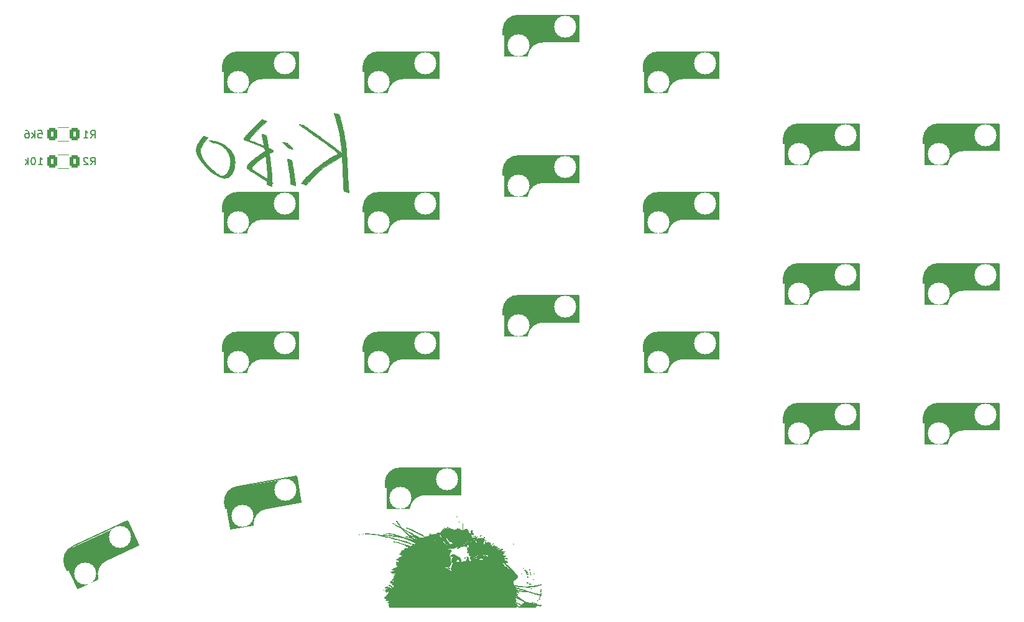
<source format=gbo>
%TF.GenerationSoftware,KiCad,Pcbnew,6.0.2+dfsg-1*%
%TF.CreationDate,2023-08-25T19:40:09+02:00*%
%TF.ProjectId,max,6d61782e-6b69-4636-9164-5f7063625858,rev1.0*%
%TF.SameCoordinates,Original*%
%TF.FileFunction,Legend,Bot*%
%TF.FilePolarity,Positive*%
%FSLAX46Y46*%
G04 Gerber Fmt 4.6, Leading zero omitted, Abs format (unit mm)*
G04 Created by KiCad (PCBNEW 6.0.2+dfsg-1) date 2023-08-25 19:40:09*
%MOMM*%
%LPD*%
G01*
G04 APERTURE LIST*
G04 Aperture macros list*
%AMRoundRect*
0 Rectangle with rounded corners*
0 $1 Rounding radius*
0 $2 $3 $4 $5 $6 $7 $8 $9 X,Y pos of 4 corners*
0 Add a 4 corners polygon primitive as box body*
4,1,4,$2,$3,$4,$5,$6,$7,$8,$9,$2,$3,0*
0 Add four circle primitives for the rounded corners*
1,1,$1+$1,$2,$3*
1,1,$1+$1,$4,$5*
1,1,$1+$1,$6,$7*
1,1,$1+$1,$8,$9*
0 Add four rect primitives between the rounded corners*
20,1,$1+$1,$2,$3,$4,$5,0*
20,1,$1+$1,$4,$5,$6,$7,0*
20,1,$1+$1,$6,$7,$8,$9,0*
20,1,$1+$1,$8,$9,$2,$3,0*%
%AMRotRect*
0 Rectangle, with rotation*
0 The origin of the aperture is its center*
0 $1 length*
0 $2 width*
0 $3 Rotation angle, in degrees counterclockwise*
0 Add horizontal line*
21,1,$1,$2,0,0,$3*%
G04 Aperture macros list end*
%ADD10C,0.150000*%
%ADD11C,0.300000*%
%ADD12C,3.500000*%
%ADD13C,0.500000*%
%ADD14C,1.000000*%
%ADD15C,3.000000*%
%ADD16C,0.800000*%
%ADD17C,0.400000*%
%ADD18C,0.010000*%
%ADD19C,0.120000*%
%ADD20C,1.900000*%
%ADD21C,3.000000*%
%ADD22C,4.100000*%
%ADD23R,2.550000X2.500000*%
%ADD24O,1.500000X1.500000*%
%ADD25O,1.800000X1.800000*%
%ADD26O,1.700000X1.700000*%
%ADD27R,1.700000X1.700000*%
%ADD28C,0.800000*%
%ADD29O,2.000000X1.600000*%
%ADD30RotRect,2.550000X2.500000X205.000000*%
%ADD31RotRect,2.550000X2.500000X190.000000*%
%ADD32C,0.500000*%
%ADD33RoundRect,0.250000X0.400000X0.625000X-0.400000X0.625000X-0.400000X-0.625000X0.400000X-0.625000X0*%
%ADD34C,2.200000*%
%ADD35RoundRect,0.250000X-0.400000X-0.625000X0.400000X-0.625000X0.400000X0.625000X-0.400000X0.625000X0*%
%ADD36C,1.397000*%
%ADD37R,1.397000X1.397000*%
G04 APERTURE END LIST*
D10*
%TO.C,R2*%
X83961218Y-64561980D02*
X84294552Y-64085790D01*
X84532647Y-64561980D02*
X84532647Y-63561980D01*
X84151694Y-63561980D01*
X84056456Y-63609600D01*
X84008837Y-63657219D01*
X83961218Y-63752457D01*
X83961218Y-63895314D01*
X84008837Y-63990552D01*
X84056456Y-64038171D01*
X84151694Y-64085790D01*
X84532647Y-64085790D01*
X83580266Y-63657219D02*
X83532647Y-63609600D01*
X83437409Y-63561980D01*
X83199313Y-63561980D01*
X83104075Y-63609600D01*
X83056456Y-63657219D01*
X83008837Y-63752457D01*
X83008837Y-63847695D01*
X83056456Y-63990552D01*
X83627885Y-64561980D01*
X83008837Y-64561980D01*
X76820590Y-64561980D02*
X77392018Y-64561980D01*
X77106304Y-64561980D02*
X77106304Y-63561980D01*
X77201542Y-63704838D01*
X77296780Y-63800076D01*
X77392018Y-63847695D01*
X76201542Y-63561980D02*
X76106304Y-63561980D01*
X76011066Y-63609600D01*
X75963447Y-63657219D01*
X75915828Y-63752457D01*
X75868209Y-63942933D01*
X75868209Y-64181028D01*
X75915828Y-64371504D01*
X75963447Y-64466742D01*
X76011066Y-64514361D01*
X76106304Y-64561980D01*
X76201542Y-64561980D01*
X76296780Y-64514361D01*
X76344399Y-64466742D01*
X76392018Y-64371504D01*
X76439637Y-64181028D01*
X76439637Y-63942933D01*
X76392018Y-63752457D01*
X76344399Y-63657219D01*
X76296780Y-63609600D01*
X76201542Y-63561980D01*
X75439637Y-64561980D02*
X75439637Y-63561980D01*
X75344399Y-64181028D02*
X75058685Y-64561980D01*
X75058685Y-63895314D02*
X75439637Y-64276266D01*
%TO.C,R1*%
X83961218Y-60904380D02*
X84294552Y-60428190D01*
X84532647Y-60904380D02*
X84532647Y-59904380D01*
X84151694Y-59904380D01*
X84056456Y-59952000D01*
X84008837Y-59999619D01*
X83961218Y-60094857D01*
X83961218Y-60237714D01*
X84008837Y-60332952D01*
X84056456Y-60380571D01*
X84151694Y-60428190D01*
X84532647Y-60428190D01*
X83008837Y-60904380D02*
X83580266Y-60904380D01*
X83294552Y-60904380D02*
X83294552Y-59904380D01*
X83389790Y-60047238D01*
X83485028Y-60142476D01*
X83580266Y-60190095D01*
X76817409Y-59904380D02*
X77293599Y-59904380D01*
X77341218Y-60380571D01*
X77293599Y-60332952D01*
X77198361Y-60285333D01*
X76960266Y-60285333D01*
X76865028Y-60332952D01*
X76817409Y-60380571D01*
X76769790Y-60475809D01*
X76769790Y-60713904D01*
X76817409Y-60809142D01*
X76865028Y-60856761D01*
X76960266Y-60904380D01*
X77198361Y-60904380D01*
X77293599Y-60856761D01*
X77341218Y-60809142D01*
X76341218Y-60904380D02*
X76341218Y-59904380D01*
X76245980Y-60523428D02*
X75960266Y-60904380D01*
X75960266Y-60237714D02*
X76341218Y-60618666D01*
X75103123Y-59904380D02*
X75293599Y-59904380D01*
X75388837Y-59952000D01*
X75436456Y-59999619D01*
X75531694Y-60142476D01*
X75579313Y-60332952D01*
X75579313Y-60713904D01*
X75531694Y-60809142D01*
X75484075Y-60856761D01*
X75388837Y-60904380D01*
X75198361Y-60904380D01*
X75103123Y-60856761D01*
X75055504Y-60809142D01*
X75007885Y-60713904D01*
X75007885Y-60475809D01*
X75055504Y-60380571D01*
X75103123Y-60332952D01*
X75198361Y-60285333D01*
X75388837Y-60285333D01*
X75484075Y-60332952D01*
X75531694Y-60380571D01*
X75579313Y-60475809D01*
%TO.C,K25*%
X112191760Y-90000000D02*
X112191760Y-87750000D01*
X102161760Y-88450000D02*
X102161760Y-92900000D01*
X102161760Y-92900000D02*
X105191760Y-92900000D01*
D11*
X102011760Y-89950000D02*
X102011760Y-89300000D01*
D10*
X107411760Y-91000000D02*
X112211760Y-91000000D01*
D12*
X110411760Y-89200000D02*
X103711760Y-89200000D01*
D13*
X112011760Y-90750000D02*
X110711760Y-90700000D01*
X102361760Y-92700000D02*
X104811760Y-92700000D01*
D10*
X101911760Y-89300000D02*
X101911760Y-90050000D01*
X112211760Y-87400000D02*
X104011759Y-87400000D01*
D14*
X111711760Y-88000000D02*
X111711760Y-90500000D01*
D15*
X103641760Y-88900000D02*
X103641760Y-91140000D01*
D10*
X101911760Y-90050000D02*
X102111760Y-90050000D01*
D16*
X102511760Y-92400000D02*
X102511760Y-90600001D01*
D10*
X112211760Y-91000000D02*
X112211760Y-87400000D01*
D17*
X112061760Y-87600000D02*
X110811760Y-87600000D01*
D10*
X104011759Y-87399999D02*
G75*
G03*
X101911760Y-89300001I-100000J-1999999D01*
G01*
D14*
X107011760Y-90600000D02*
G75*
G03*
X104795442Y-92478529I-65001J-2169999D01*
G01*
D10*
X107411760Y-91000000D02*
G75*
G03*
X105195442Y-92878529I-65001J-2169999D01*
G01*
D11*
%TO.C,K24*%
X121179611Y-89950000D02*
X121179611Y-89300000D01*
D13*
X121529611Y-92700000D02*
X123979611Y-92700000D01*
D16*
X121679611Y-92400000D02*
X121679611Y-90600001D01*
D14*
X130879611Y-88000000D02*
X130879611Y-90500000D01*
D10*
X131379611Y-87400000D02*
X123179610Y-87400000D01*
D12*
X129579611Y-89200000D02*
X122879611Y-89200000D01*
D10*
X121079611Y-89300000D02*
X121079611Y-90050000D01*
D17*
X131229611Y-87600000D02*
X129979611Y-87600000D01*
D10*
X121329611Y-88450000D02*
X121329611Y-92900000D01*
X121079611Y-90050000D02*
X121279611Y-90050000D01*
X131359611Y-90000000D02*
X131359611Y-87750000D01*
X121329611Y-92900000D02*
X124359611Y-92900000D01*
X126579611Y-91000000D02*
X131379611Y-91000000D01*
D13*
X131179611Y-90750000D02*
X129879611Y-90700000D01*
D15*
X122809611Y-88900000D02*
X122809611Y-91140000D01*
D10*
X131379611Y-91000000D02*
X131379611Y-87400000D01*
X123179610Y-87399999D02*
G75*
G03*
X121079611Y-89300001I-100000J-1999999D01*
G01*
X126579611Y-91000000D02*
G75*
G03*
X124363293Y-92878529I-65001J-2169999D01*
G01*
D14*
X126179611Y-90600000D02*
G75*
G03*
X123963293Y-92478529I-65001J-2169999D01*
G01*
D10*
%TO.C,K13*%
X150425992Y-66953317D02*
X150425992Y-63353317D01*
X140375992Y-64403317D02*
X140375992Y-68853317D01*
X140375992Y-68853317D02*
X143405992Y-68853317D01*
D17*
X150275992Y-63553317D02*
X149025992Y-63553317D01*
D10*
X140125992Y-65253317D02*
X140125992Y-66003317D01*
D15*
X141855992Y-64853317D02*
X141855992Y-67093317D01*
D12*
X148625992Y-65153317D02*
X141925992Y-65153317D01*
D14*
X149925992Y-63953317D02*
X149925992Y-66453317D01*
D16*
X140725992Y-68353317D02*
X140725992Y-66553318D01*
D11*
X140225992Y-65903317D02*
X140225992Y-65253317D01*
D10*
X150425992Y-63353317D02*
X142225991Y-63353317D01*
D13*
X140575992Y-68653317D02*
X143025992Y-68653317D01*
D10*
X150405992Y-65953317D02*
X150405992Y-63703317D01*
X140125992Y-66003317D02*
X140325992Y-66003317D01*
D13*
X150225992Y-66703317D02*
X148925992Y-66653317D01*
D10*
X145625992Y-66953317D02*
X150425992Y-66953317D01*
D14*
X145225992Y-66553317D02*
G75*
G03*
X143009674Y-68431846I-65001J-2169999D01*
G01*
D10*
X145625992Y-66953317D02*
G75*
G03*
X143409674Y-68831846I-65001J-2169999D01*
G01*
X142225991Y-63353316D02*
G75*
G03*
X140125992Y-65253318I-100000J-1999999D01*
G01*
D11*
%TO.C,K2*%
X197467034Y-61554957D02*
X197467034Y-60904957D01*
D12*
X205867034Y-60804957D02*
X199167034Y-60804957D01*
D14*
X207167034Y-59604957D02*
X207167034Y-62104957D01*
D16*
X197967034Y-64004957D02*
X197967034Y-62204958D01*
D10*
X197617034Y-60054957D02*
X197617034Y-64504957D01*
X197367034Y-61654957D02*
X197567034Y-61654957D01*
D17*
X207517034Y-59204957D02*
X206267034Y-59204957D01*
D13*
X197817034Y-64304957D02*
X200267034Y-64304957D01*
D10*
X202867034Y-62604957D02*
X207667034Y-62604957D01*
X207667034Y-59004957D02*
X199467033Y-59004957D01*
D13*
X207467034Y-62354957D02*
X206167034Y-62304957D01*
D15*
X199097034Y-60504957D02*
X199097034Y-62744957D01*
D10*
X207667034Y-62604957D02*
X207667034Y-59004957D01*
X207647034Y-61604957D02*
X207647034Y-59354957D01*
X197367034Y-60904957D02*
X197367034Y-61654957D01*
X197617034Y-64504957D02*
X200647034Y-64504957D01*
X199467033Y-59004956D02*
G75*
G03*
X197367034Y-60904958I-100000J-1999999D01*
G01*
X202867034Y-62604957D02*
G75*
G03*
X200650716Y-64483486I-65001J-2169999D01*
G01*
D14*
X202467034Y-62204957D02*
G75*
G03*
X200250716Y-64083486I-65001J-2169999D01*
G01*
%TO.C,K21*%
X207167034Y-97704957D02*
X207167034Y-100204957D01*
D10*
X197617034Y-98154957D02*
X197617034Y-102604957D01*
X197367034Y-99004957D02*
X197367034Y-99754957D01*
X197367034Y-99754957D02*
X197567034Y-99754957D01*
X202867034Y-100704957D02*
X207667034Y-100704957D01*
D12*
X205867034Y-98904957D02*
X199167034Y-98904957D01*
D16*
X197967034Y-102104957D02*
X197967034Y-100304958D01*
D13*
X207467034Y-100454957D02*
X206167034Y-100404957D01*
X197817034Y-102404957D02*
X200267034Y-102404957D01*
D10*
X207647034Y-99704957D02*
X207647034Y-97454957D01*
X197617034Y-102604957D02*
X200647034Y-102604957D01*
X207667034Y-100704957D02*
X207667034Y-97104957D01*
D17*
X207517034Y-97304957D02*
X206267034Y-97304957D01*
D10*
X207667034Y-97104957D02*
X199467033Y-97104957D01*
D15*
X199097034Y-98604957D02*
X199097034Y-100844957D01*
D11*
X197467034Y-99654957D02*
X197467034Y-99004957D01*
D10*
X199467033Y-97104956D02*
G75*
G03*
X197367034Y-99004958I-100000J-1999999D01*
G01*
X202867034Y-100704957D02*
G75*
G03*
X200650716Y-102583486I-65001J-2169999D01*
G01*
D14*
X202467034Y-100304957D02*
G75*
G03*
X200250716Y-102183486I-65001J-2169999D01*
G01*
D17*
%TO.C,K10*%
X188467034Y-78254957D02*
X187217034Y-78254957D01*
D13*
X178767034Y-83354957D02*
X181217034Y-83354957D01*
D10*
X188617034Y-81654957D02*
X188617034Y-78054957D01*
D14*
X188117034Y-78654957D02*
X188117034Y-81154957D01*
D10*
X178317034Y-79954957D02*
X178317034Y-80704957D01*
D12*
X186817034Y-79854957D02*
X180117034Y-79854957D01*
D16*
X178917034Y-83054957D02*
X178917034Y-81254958D01*
D11*
X178417034Y-80604957D02*
X178417034Y-79954957D01*
D10*
X178317034Y-80704957D02*
X178517034Y-80704957D01*
X188617034Y-78054957D02*
X180417033Y-78054957D01*
X183817034Y-81654957D02*
X188617034Y-81654957D01*
D15*
X180047034Y-79554957D02*
X180047034Y-81794957D01*
D13*
X188417034Y-81404957D02*
X187117034Y-81354957D01*
D10*
X188597034Y-80654957D02*
X188597034Y-78404957D01*
X178567034Y-83554957D02*
X181597034Y-83554957D01*
X178567034Y-79104957D02*
X178567034Y-83554957D01*
X183817034Y-81654957D02*
G75*
G03*
X181600716Y-83533486I-65001J-2169999D01*
G01*
D14*
X183417034Y-81254957D02*
G75*
G03*
X181200716Y-83133486I-65001J-2169999D01*
G01*
D10*
X180417033Y-78054956D02*
G75*
G03*
X178317034Y-79954958I-100000J-1999999D01*
G01*
%TO.C,K04*%
X121329611Y-50238342D02*
X121329611Y-54688342D01*
X126579611Y-52788342D02*
X131379611Y-52788342D01*
X131379611Y-49188342D02*
X123179610Y-49188342D01*
D15*
X122809611Y-50688342D02*
X122809611Y-52928342D01*
D10*
X121079611Y-51088342D02*
X121079611Y-51838342D01*
D13*
X131179611Y-52538342D02*
X129879611Y-52488342D01*
D10*
X131359611Y-51788342D02*
X131359611Y-49538342D01*
D14*
X130879611Y-49788342D02*
X130879611Y-52288342D01*
D12*
X129579611Y-50988342D02*
X122879611Y-50988342D01*
D16*
X121679611Y-54188342D02*
X121679611Y-52388343D01*
D17*
X131229611Y-49388342D02*
X129979611Y-49388342D01*
D10*
X131379611Y-52788342D02*
X131379611Y-49188342D01*
X121329611Y-54688342D02*
X124359611Y-54688342D01*
X121079611Y-51838342D02*
X121279611Y-51838342D01*
D13*
X121529611Y-54488342D02*
X123979611Y-54488342D01*
D11*
X121179611Y-51738342D02*
X121179611Y-51088342D01*
D10*
X123179610Y-49188341D02*
G75*
G03*
X121079611Y-51088343I-100000J-1999999D01*
G01*
D14*
X126179611Y-52388342D02*
G75*
G03*
X123963293Y-54266871I-65001J-2169999D01*
G01*
D10*
X126579611Y-52788342D02*
G75*
G03*
X124363293Y-54666871I-65001J-2169999D01*
G01*
%TO.C,K22*%
X159450000Y-88450000D02*
X159450000Y-92900000D01*
D13*
X159650000Y-92700000D02*
X162100000Y-92700000D01*
D14*
X169000000Y-88000000D02*
X169000000Y-90500000D01*
D15*
X160930000Y-88900000D02*
X160930000Y-91140000D01*
D10*
X169500000Y-91000000D02*
X169500000Y-87400000D01*
D13*
X169300000Y-90750000D02*
X168000000Y-90700000D01*
D10*
X164700000Y-91000000D02*
X169500000Y-91000000D01*
X159450000Y-92900000D02*
X162480000Y-92900000D01*
D12*
X167700000Y-89200000D02*
X161000000Y-89200000D01*
D17*
X169350000Y-87600000D02*
X168100000Y-87600000D01*
D10*
X159200000Y-90050000D02*
X159400000Y-90050000D01*
X169480000Y-90000000D02*
X169480000Y-87750000D01*
X169500000Y-87400000D02*
X161299999Y-87400000D01*
X159200000Y-89300000D02*
X159200000Y-90050000D01*
D16*
X159800000Y-92400000D02*
X159800000Y-90600001D01*
D11*
X159300000Y-89950000D02*
X159300000Y-89300000D01*
D14*
X164300000Y-90600000D02*
G75*
G03*
X162083682Y-92478529I-65001J-2169999D01*
G01*
D10*
X164700000Y-91000000D02*
G75*
G03*
X162483682Y-92878529I-65001J-2169999D01*
G01*
X161299999Y-87399999D02*
G75*
G03*
X159200000Y-89300001I-100000J-1999999D01*
G01*
D17*
%TO.C,K30*%
X134219267Y-106135102D02*
X132969267Y-106135102D01*
D10*
X124319267Y-106985102D02*
X124319267Y-111435102D01*
X134369267Y-105935102D02*
X126169266Y-105935102D01*
D14*
X133869267Y-106535102D02*
X133869267Y-109035102D01*
D16*
X124669267Y-110935102D02*
X124669267Y-109135103D01*
D13*
X124519267Y-111235102D02*
X126969267Y-111235102D01*
D11*
X124169267Y-108485102D02*
X124169267Y-107835102D01*
D10*
X134369267Y-109535102D02*
X134369267Y-105935102D01*
D12*
X132569267Y-107735102D02*
X125869267Y-107735102D01*
D15*
X125799267Y-107435102D02*
X125799267Y-109675102D01*
D10*
X134349267Y-108535102D02*
X134349267Y-106285102D01*
X129569267Y-109535102D02*
X134369267Y-109535102D01*
D13*
X134169267Y-109285102D02*
X132869267Y-109235102D01*
D10*
X124319267Y-111435102D02*
X127349267Y-111435102D01*
X124069267Y-108585102D02*
X124269267Y-108585102D01*
X124069267Y-107835102D02*
X124069267Y-108585102D01*
X129569267Y-109535102D02*
G75*
G03*
X127352949Y-111413631I-65001J-2169999D01*
G01*
X126169266Y-105935101D02*
G75*
G03*
X124069267Y-107835103I-100000J-1999999D01*
G01*
D14*
X129169267Y-109135102D02*
G75*
G03*
X126952949Y-111013631I-65001J-2169999D01*
G01*
D17*
%TO.C,K00*%
X188467034Y-59204957D02*
X187217034Y-59204957D01*
D10*
X188597034Y-61604957D02*
X188597034Y-59354957D01*
D13*
X178767034Y-64304957D02*
X181217034Y-64304957D01*
D10*
X188617034Y-62604957D02*
X188617034Y-59004957D01*
X178567034Y-64504957D02*
X181597034Y-64504957D01*
X188617034Y-59004957D02*
X180417033Y-59004957D01*
X178317034Y-60904957D02*
X178317034Y-61654957D01*
D12*
X186817034Y-60804957D02*
X180117034Y-60804957D01*
D10*
X183817034Y-62604957D02*
X188617034Y-62604957D01*
X178317034Y-61654957D02*
X178517034Y-61654957D01*
D11*
X178417034Y-61554957D02*
X178417034Y-60904957D01*
D15*
X180047034Y-60504957D02*
X180047034Y-62744957D01*
D16*
X178917034Y-64004957D02*
X178917034Y-62204958D01*
D10*
X178567034Y-60054957D02*
X178567034Y-64504957D01*
D14*
X188117034Y-59604957D02*
X188117034Y-62104957D01*
D13*
X188417034Y-62354957D02*
X187117034Y-62304957D01*
D14*
X183417034Y-62204957D02*
G75*
G03*
X181200716Y-64083486I-65001J-2169999D01*
G01*
D10*
X183817034Y-62604957D02*
G75*
G03*
X181600716Y-64483486I-65001J-2169999D01*
G01*
X180417033Y-59004956D02*
G75*
G03*
X178317034Y-60904958I-100000J-1999999D01*
G01*
D15*
%TO.C,K03*%
X141855992Y-45688342D02*
X141855992Y-47928342D01*
D10*
X150425992Y-44188342D02*
X142225991Y-44188342D01*
X145625992Y-47788342D02*
X150425992Y-47788342D01*
D12*
X148625992Y-45988342D02*
X141925992Y-45988342D01*
D10*
X140125992Y-46088342D02*
X140125992Y-46838342D01*
X140375992Y-45238342D02*
X140375992Y-49688342D01*
D17*
X150275992Y-44388342D02*
X149025992Y-44388342D01*
D10*
X150405992Y-46788342D02*
X150405992Y-44538342D01*
D14*
X149925992Y-44788342D02*
X149925992Y-47288342D01*
D10*
X140125992Y-46838342D02*
X140325992Y-46838342D01*
D11*
X140225992Y-46738342D02*
X140225992Y-46088342D01*
D13*
X150225992Y-47538342D02*
X148925992Y-47488342D01*
D16*
X140725992Y-49188342D02*
X140725992Y-47388343D01*
D13*
X140575992Y-49488342D02*
X143025992Y-49488342D01*
D10*
X150425992Y-47788342D02*
X150425992Y-44188342D01*
X140375992Y-49688342D02*
X143405992Y-49688342D01*
X142225991Y-44188341D02*
G75*
G03*
X140125992Y-46088343I-100000J-1999999D01*
G01*
X145625992Y-47788342D02*
G75*
G03*
X143409674Y-49666871I-65001J-2169999D01*
G01*
D14*
X145225992Y-47388342D02*
G75*
G03*
X143009674Y-49266871I-65001J-2169999D01*
G01*
D15*
%TO.C,K02*%
X160930000Y-50688342D02*
X160930000Y-52928342D01*
D14*
X169000000Y-49788342D02*
X169000000Y-52288342D01*
D16*
X159800000Y-54188342D02*
X159800000Y-52388343D01*
D10*
X169480000Y-51788342D02*
X169480000Y-49538342D01*
D12*
X167700000Y-50988342D02*
X161000000Y-50988342D01*
D10*
X159450000Y-54688342D02*
X162480000Y-54688342D01*
D17*
X169350000Y-49388342D02*
X168100000Y-49388342D01*
D10*
X159200000Y-51838342D02*
X159400000Y-51838342D01*
X159200000Y-51088342D02*
X159200000Y-51838342D01*
X169500000Y-49188342D02*
X161299999Y-49188342D01*
D13*
X169300000Y-52538342D02*
X168000000Y-52488342D01*
X159650000Y-54488342D02*
X162100000Y-54488342D01*
D10*
X164700000Y-52788342D02*
X169500000Y-52788342D01*
X159450000Y-50238342D02*
X159450000Y-54688342D01*
X169500000Y-52788342D02*
X169500000Y-49188342D01*
D11*
X159300000Y-51738342D02*
X159300000Y-51088342D01*
D10*
X161299999Y-49188341D02*
G75*
G03*
X159200000Y-51088343I-100000J-1999999D01*
G01*
X164700000Y-52788342D02*
G75*
G03*
X162483682Y-54666871I-65001J-2169999D01*
G01*
D14*
X164300000Y-52388342D02*
G75*
G03*
X162083682Y-54266871I-65001J-2169999D01*
G01*
D10*
%TO.C,K12*%
X159200000Y-70253317D02*
X159200000Y-71003317D01*
X169500000Y-68353317D02*
X161299999Y-68353317D01*
D14*
X169000000Y-68953317D02*
X169000000Y-71453317D01*
D15*
X160930000Y-69853317D02*
X160930000Y-72093317D01*
D10*
X169480000Y-70953317D02*
X169480000Y-68703317D01*
D17*
X169350000Y-68553317D02*
X168100000Y-68553317D01*
D16*
X159800000Y-73353317D02*
X159800000Y-71553318D01*
D10*
X159200000Y-71003317D02*
X159400000Y-71003317D01*
X169500000Y-71953317D02*
X169500000Y-68353317D01*
D11*
X159300000Y-70903317D02*
X159300000Y-70253317D01*
D10*
X159450000Y-73853317D02*
X162480000Y-73853317D01*
X159450000Y-69403317D02*
X159450000Y-73853317D01*
X164700000Y-71953317D02*
X169500000Y-71953317D01*
D13*
X169300000Y-71703317D02*
X168000000Y-71653317D01*
X159650000Y-73653317D02*
X162100000Y-73653317D01*
D12*
X167700000Y-70153317D02*
X161000000Y-70153317D01*
D10*
X161299999Y-68353316D02*
G75*
G03*
X159200000Y-70253318I-100000J-1999999D01*
G01*
D14*
X164300000Y-71553317D02*
G75*
G03*
X162083682Y-73431846I-65001J-2169999D01*
G01*
D10*
X164700000Y-71953317D02*
G75*
G03*
X162483682Y-73831846I-65001J-2169999D01*
G01*
%TO.C,K14*%
X121079611Y-70253317D02*
X121079611Y-71003317D01*
X121329611Y-69403317D02*
X121329611Y-73853317D01*
D13*
X121529611Y-73653317D02*
X123979611Y-73653317D01*
D10*
X121079611Y-71003317D02*
X121279611Y-71003317D01*
X131359611Y-70953317D02*
X131359611Y-68703317D01*
D16*
X121679611Y-73353317D02*
X121679611Y-71553318D01*
D10*
X121329611Y-73853317D02*
X124359611Y-73853317D01*
D17*
X131229611Y-68553317D02*
X129979611Y-68553317D01*
D10*
X131379611Y-71953317D02*
X131379611Y-68353317D01*
D15*
X122809611Y-69853317D02*
X122809611Y-72093317D01*
D13*
X131179611Y-71703317D02*
X129879611Y-71653317D01*
D10*
X131379611Y-68353317D02*
X123179610Y-68353317D01*
D14*
X130879611Y-68953317D02*
X130879611Y-71453317D01*
D11*
X121179611Y-70903317D02*
X121179611Y-70253317D01*
D12*
X129579611Y-70153317D02*
X122879611Y-70153317D01*
D10*
X126579611Y-71953317D02*
X131379611Y-71953317D01*
X123179610Y-68353316D02*
G75*
G03*
X121079611Y-70253318I-100000J-1999999D01*
G01*
D14*
X126179611Y-71553317D02*
G75*
G03*
X123963293Y-73431846I-65001J-2169999D01*
G01*
D10*
X126579611Y-71953317D02*
G75*
G03*
X124363293Y-73831846I-65001J-2169999D01*
G01*
D16*
%TO.C,K20*%
X178917034Y-102104957D02*
X178917034Y-100304958D01*
D10*
X178317034Y-99004957D02*
X178317034Y-99754957D01*
X183817034Y-100704957D02*
X188617034Y-100704957D01*
D14*
X188117034Y-97704957D02*
X188117034Y-100204957D01*
D10*
X188597034Y-99704957D02*
X188597034Y-97454957D01*
D11*
X178417034Y-99654957D02*
X178417034Y-99004957D01*
D10*
X178567034Y-98154957D02*
X178567034Y-102604957D01*
D17*
X188467034Y-97304957D02*
X187217034Y-97304957D01*
D10*
X188617034Y-97104957D02*
X180417033Y-97104957D01*
D13*
X178767034Y-102404957D02*
X181217034Y-102404957D01*
D12*
X186817034Y-98904957D02*
X180117034Y-98904957D01*
D13*
X188417034Y-100454957D02*
X187117034Y-100404957D01*
D10*
X178317034Y-99754957D02*
X178517034Y-99754957D01*
D15*
X180047034Y-98604957D02*
X180047034Y-100844957D01*
D10*
X188617034Y-100704957D02*
X188617034Y-97104957D01*
X178567034Y-102604957D02*
X181597034Y-102604957D01*
D14*
X183417034Y-100304957D02*
G75*
G03*
X181200716Y-102183486I-65001J-2169999D01*
G01*
D10*
X180417033Y-97104956D02*
G75*
G03*
X178317034Y-99004958I-100000J-1999999D01*
G01*
X183817034Y-100704957D02*
G75*
G03*
X181600716Y-102583486I-65001J-2169999D01*
G01*
%TO.C,K11*%
X202867034Y-81654957D02*
X207667034Y-81654957D01*
D11*
X197467034Y-80604957D02*
X197467034Y-79954957D01*
D10*
X197617034Y-83554957D02*
X200647034Y-83554957D01*
D13*
X197817034Y-83354957D02*
X200267034Y-83354957D01*
D17*
X207517034Y-78254957D02*
X206267034Y-78254957D01*
D13*
X207467034Y-81404957D02*
X206167034Y-81354957D01*
D10*
X207647034Y-80654957D02*
X207647034Y-78404957D01*
D15*
X199097034Y-79554957D02*
X199097034Y-81794957D01*
D10*
X207667034Y-78054957D02*
X199467033Y-78054957D01*
D14*
X207167034Y-78654957D02*
X207167034Y-81154957D01*
D10*
X197367034Y-79954957D02*
X197367034Y-80704957D01*
X207667034Y-81654957D02*
X207667034Y-78054957D01*
D12*
X205867034Y-79854957D02*
X199167034Y-79854957D01*
D10*
X197367034Y-80704957D02*
X197567034Y-80704957D01*
D16*
X197967034Y-83054957D02*
X197967034Y-81254958D01*
D10*
X197617034Y-79104957D02*
X197617034Y-83554957D01*
X199467033Y-78054956D02*
G75*
G03*
X197367034Y-79954958I-100000J-1999999D01*
G01*
X202867034Y-81654957D02*
G75*
G03*
X200650716Y-83533486I-65001J-2169999D01*
G01*
D14*
X202467034Y-81254957D02*
G75*
G03*
X200250716Y-83133486I-65001J-2169999D01*
G01*
D15*
%TO.C,K15*%
X103641760Y-69853317D02*
X103641760Y-72093317D01*
D10*
X112211760Y-71953317D02*
X112211760Y-68353317D01*
X112191760Y-70953317D02*
X112191760Y-68703317D01*
D12*
X110411760Y-70153317D02*
X103711760Y-70153317D01*
D13*
X102361760Y-73653317D02*
X104811760Y-73653317D01*
D10*
X101911760Y-71003317D02*
X102111760Y-71003317D01*
D11*
X102011760Y-70903317D02*
X102011760Y-70253317D01*
D17*
X112061760Y-68553317D02*
X110811760Y-68553317D01*
D10*
X112211760Y-68353317D02*
X104011759Y-68353317D01*
D16*
X102511760Y-73353317D02*
X102511760Y-71553318D01*
D10*
X107411760Y-71953317D02*
X112211760Y-71953317D01*
X102161760Y-73853317D02*
X105191760Y-73853317D01*
X101911760Y-70253317D02*
X101911760Y-71003317D01*
D14*
X111711760Y-68953317D02*
X111711760Y-71453317D01*
D13*
X112011760Y-71703317D02*
X110711760Y-71653317D01*
D10*
X102161760Y-69403317D02*
X102161760Y-73853317D01*
D14*
X107011760Y-71553317D02*
G75*
G03*
X104795442Y-73431846I-65001J-2169999D01*
G01*
D10*
X107411760Y-71953317D02*
G75*
G03*
X105195442Y-73831846I-65001J-2169999D01*
G01*
X104011759Y-68353316D02*
G75*
G03*
X101911760Y-70253318I-100000J-1999999D01*
G01*
D13*
%TO.C,K32*%
X82291219Y-122125069D02*
X84511673Y-121089655D01*
D12*
X88107833Y-115550915D02*
X82035570Y-118382457D01*
D13*
X90212983Y-116279503D02*
X89013652Y-116783591D01*
D10*
X90059155Y-115523701D02*
X89108264Y-113484508D01*
D11*
X80811811Y-119780639D02*
X80537109Y-119191539D01*
D10*
X88978474Y-113158848D02*
X81546749Y-116624318D01*
X80763442Y-119913532D02*
X80944703Y-119829008D01*
X80446478Y-119233801D02*
X80763442Y-119913532D01*
D14*
X88778891Y-113913942D02*
X89835436Y-116179712D01*
D10*
X80313830Y-118357785D02*
X82194481Y-122390855D01*
X82194481Y-122390855D02*
X84940594Y-121110321D01*
X90499899Y-116421556D02*
X88978474Y-113158848D01*
D16*
X82300380Y-121789784D02*
X81539667Y-120158431D01*
D10*
X86149622Y-118450124D02*
X90499899Y-116421556D01*
D15*
X81845343Y-118140148D02*
X82792008Y-120170278D01*
D17*
X88927051Y-113403503D02*
X87794166Y-113931775D01*
D14*
X85618052Y-118256649D02*
G75*
G03*
X84403286Y-120895830I858170J-1994157D01*
G01*
D10*
X86149622Y-118450125D02*
G75*
G03*
X84934856Y-121089306I858170J-1994157D01*
G01*
X81546749Y-116624318D02*
G75*
G03*
X80446479Y-119233802I754605J-1854876D01*
G01*
%TO.C,K23*%
X150425992Y-86000000D02*
X150425992Y-82400000D01*
D12*
X148625992Y-84200000D02*
X141925992Y-84200000D01*
D15*
X141855992Y-83900000D02*
X141855992Y-86140000D01*
D10*
X145625992Y-86000000D02*
X150425992Y-86000000D01*
X140375992Y-83450000D02*
X140375992Y-87900000D01*
X150425992Y-82400000D02*
X142225991Y-82400000D01*
D13*
X140575992Y-87700000D02*
X143025992Y-87700000D01*
D14*
X149925992Y-83000000D02*
X149925992Y-85500000D01*
D17*
X150275992Y-82600000D02*
X149025992Y-82600000D01*
D16*
X140725992Y-87400000D02*
X140725992Y-85600001D01*
D11*
X140225992Y-84950000D02*
X140225992Y-84300000D01*
D10*
X140125992Y-84300000D02*
X140125992Y-85050000D01*
X140375992Y-87900000D02*
X143405992Y-87900000D01*
X140125992Y-85050000D02*
X140325992Y-85050000D01*
D13*
X150225992Y-85750000D02*
X148925992Y-85700000D01*
D10*
X150405992Y-85000000D02*
X150405992Y-82750000D01*
D14*
X145225992Y-85600000D02*
G75*
G03*
X143009674Y-87478529I-65001J-2169999D01*
G01*
D10*
X142225991Y-82399999D02*
G75*
G03*
X140125992Y-84300001I-100000J-1999999D01*
G01*
X145625992Y-86000000D02*
G75*
G03*
X143409674Y-87878529I-65001J-2169999D01*
G01*
D12*
%TO.C,K05*%
X110411760Y-50988342D02*
X103711760Y-50988342D01*
D10*
X101911760Y-51838342D02*
X102111760Y-51838342D01*
D13*
X102361760Y-54488342D02*
X104811760Y-54488342D01*
D10*
X102161760Y-50238342D02*
X102161760Y-54688342D01*
X112191760Y-51788342D02*
X112191760Y-49538342D01*
X107411760Y-52788342D02*
X112211760Y-52788342D01*
X112211760Y-52788342D02*
X112211760Y-49188342D01*
D11*
X102011760Y-51738342D02*
X102011760Y-51088342D01*
D15*
X103641760Y-50688342D02*
X103641760Y-52928342D01*
D10*
X112211760Y-49188342D02*
X104011759Y-49188342D01*
D17*
X112061760Y-49388342D02*
X110811760Y-49388342D01*
D14*
X111711760Y-49788342D02*
X111711760Y-52288342D01*
D16*
X102511760Y-54188342D02*
X102511760Y-52388343D01*
D10*
X102161760Y-54688342D02*
X105191760Y-54688342D01*
D13*
X112011760Y-52538342D02*
X110711760Y-52488342D01*
D10*
X101911760Y-51088342D02*
X101911760Y-51838342D01*
X107411760Y-52788342D02*
G75*
G03*
X105195442Y-54666871I-65001J-2169999D01*
G01*
X104011759Y-49188341D02*
G75*
G03*
X101911760Y-51088343I-100000J-1999999D01*
G01*
D14*
X107011760Y-52388342D02*
G75*
G03*
X104795442Y-54266871I-65001J-2169999D01*
G01*
D10*
%TO.C,K31*%
X112006199Y-107043902D02*
X103930775Y-108467817D01*
X102291212Y-109823114D02*
X103063946Y-114205509D01*
X102192611Y-110703613D02*
X102322847Y-111442219D01*
D14*
X111617984Y-107721611D02*
X112052105Y-110183630D01*
D12*
X110546112Y-109129123D02*
X103947900Y-110292565D01*
D16*
X103321805Y-113652328D02*
X103009238Y-111879675D01*
D10*
X102322847Y-111442219D02*
X102519809Y-111407489D01*
D15*
X103826869Y-110009278D02*
X104215841Y-112215248D01*
D13*
X112390959Y-110377737D02*
X111102026Y-110554240D01*
D17*
X111893208Y-107266911D02*
X110662198Y-107483971D01*
D10*
X107904255Y-111422721D02*
X112631333Y-110589210D01*
D11*
X102403963Y-111326373D02*
X102291092Y-110686248D01*
D10*
X112437988Y-109607875D02*
X112047280Y-107392058D01*
X103063946Y-114205509D02*
X106047914Y-113679355D01*
D13*
X103226178Y-113973817D02*
X105638957Y-113548379D01*
D10*
X112631333Y-110589210D02*
X112006199Y-107043902D01*
D14*
X107440873Y-111098257D02*
G75*
G03*
X105584429Y-113333107I312803J-2148319D01*
G01*
D10*
X103930775Y-108467817D02*
G75*
G03*
X102192611Y-110703614I248813J-1986978D01*
G01*
X107904255Y-111422721D02*
G75*
G03*
X106047811Y-113657571I312803J-2148319D01*
G01*
D18*
%TO.C,Ref\u002A\u002A*%
X135072604Y-116604170D02*
X135094822Y-116562030D01*
X135094822Y-116562030D02*
X135109558Y-116516841D01*
X135109558Y-116516841D02*
X135114112Y-116473533D01*
X135114112Y-116473533D02*
X135096854Y-116458922D01*
X135096854Y-116458922D02*
X135091310Y-116458633D01*
X135091310Y-116458633D02*
X135062919Y-116472046D01*
X135062919Y-116472046D02*
X135059157Y-116483845D01*
X135059157Y-116483845D02*
X135049036Y-116489041D01*
X135049036Y-116489041D02*
X135028080Y-116467970D01*
X135028080Y-116467970D02*
X135004846Y-116439585D01*
X135004846Y-116439585D02*
X134997685Y-116445507D01*
X134997685Y-116445507D02*
X134997284Y-116469216D01*
X134997284Y-116469216D02*
X135005747Y-116519427D01*
X135005747Y-116519427D02*
X135023561Y-116572420D01*
X135023561Y-116572420D02*
X135044472Y-116611475D01*
X135044472Y-116611475D02*
X135062278Y-116614656D01*
X135062278Y-116614656D02*
X135072604Y-116604170D01*
X135072604Y-116604170D02*
X135072604Y-116604170D01*
G36*
X135028080Y-116467970D02*
G01*
X135049036Y-116489041D01*
X135059157Y-116483845D01*
X135062919Y-116472046D01*
X135091310Y-116458633D01*
X135096854Y-116458922D01*
X135114112Y-116473533D01*
X135109558Y-116516841D01*
X135094822Y-116562030D01*
X135072604Y-116604170D01*
X135062278Y-116614656D01*
X135044472Y-116611475D01*
X135023561Y-116572420D01*
X135005747Y-116519427D01*
X134997284Y-116469216D01*
X134997685Y-116445507D01*
X135004846Y-116439585D01*
X135028080Y-116467970D01*
G37*
X135028080Y-116467970D02*
X135049036Y-116489041D01*
X135059157Y-116483845D01*
X135062919Y-116472046D01*
X135091310Y-116458633D01*
X135096854Y-116458922D01*
X135114112Y-116473533D01*
X135109558Y-116516841D01*
X135094822Y-116562030D01*
X135072604Y-116604170D01*
X135062278Y-116614656D01*
X135044472Y-116611475D01*
X135023561Y-116572420D01*
X135005747Y-116519427D01*
X134997284Y-116469216D01*
X134997685Y-116445507D01*
X135004846Y-116439585D01*
X135028080Y-116467970D01*
X132706074Y-116870537D02*
X132709657Y-116860800D01*
X132709657Y-116860800D02*
X132692512Y-116842021D01*
X132692512Y-116842021D02*
X132677907Y-116839633D01*
X132677907Y-116839633D02*
X132649739Y-116851063D01*
X132649739Y-116851063D02*
X132646157Y-116860800D01*
X132646157Y-116860800D02*
X132663301Y-116879578D01*
X132663301Y-116879578D02*
X132677907Y-116881966D01*
X132677907Y-116881966D02*
X132706074Y-116870537D01*
X132706074Y-116870537D02*
X132706074Y-116870537D01*
G36*
X132692512Y-116842021D02*
G01*
X132709657Y-116860800D01*
X132706074Y-116870537D01*
X132677907Y-116881966D01*
X132663301Y-116879578D01*
X132646157Y-116860800D01*
X132649739Y-116851063D01*
X132677907Y-116839633D01*
X132692512Y-116842021D01*
G37*
X132692512Y-116842021D02*
X132709657Y-116860800D01*
X132706074Y-116870537D01*
X132677907Y-116881966D01*
X132663301Y-116879578D01*
X132646157Y-116860800D01*
X132649739Y-116851063D01*
X132677907Y-116839633D01*
X132692512Y-116842021D01*
X136582232Y-115284454D02*
X136592790Y-115258406D01*
X136592790Y-115258406D02*
X136583362Y-115225179D01*
X136583362Y-115225179D02*
X136561990Y-115209800D01*
X136561990Y-115209800D02*
X136540805Y-115226556D01*
X136540805Y-115226556D02*
X136533429Y-115240872D01*
X136533429Y-115240872D02*
X136535338Y-115275926D01*
X136535338Y-115275926D02*
X136561771Y-115290702D01*
X136561771Y-115290702D02*
X136582232Y-115284454D01*
X136582232Y-115284454D02*
X136582232Y-115284454D01*
G36*
X136583362Y-115225179D02*
G01*
X136592790Y-115258406D01*
X136582232Y-115284454D01*
X136561771Y-115290702D01*
X136535338Y-115275926D01*
X136533429Y-115240872D01*
X136540805Y-115226556D01*
X136561990Y-115209800D01*
X136583362Y-115225179D01*
G37*
X136583362Y-115225179D02*
X136592790Y-115258406D01*
X136582232Y-115284454D01*
X136561771Y-115290702D01*
X136535338Y-115275926D01*
X136533429Y-115240872D01*
X136540805Y-115226556D01*
X136561990Y-115209800D01*
X136583362Y-115225179D01*
X145176547Y-124709196D02*
X145227510Y-124698924D01*
X145227510Y-124698924D02*
X145252938Y-124684130D01*
X145252938Y-124684130D02*
X145253245Y-124683423D01*
X145253245Y-124683423D02*
X145260596Y-124644514D01*
X145260596Y-124644514D02*
X145258332Y-124604930D01*
X145258332Y-124604930D02*
X145249086Y-124578467D01*
X145249086Y-124578467D02*
X145235493Y-124578919D01*
X145235493Y-124578919D02*
X145233756Y-124581341D01*
X145233756Y-124581341D02*
X145202910Y-124597622D01*
X145202910Y-124597622D02*
X145144095Y-124606811D01*
X145144095Y-124606811D02*
X145114339Y-124607800D01*
X145114339Y-124607800D02*
X145040787Y-124614549D01*
X145040787Y-124614549D02*
X145000629Y-124638056D01*
X145000629Y-124638056D02*
X144986625Y-124683205D01*
X144986625Y-124683205D02*
X144986323Y-124694198D01*
X144986323Y-124694198D02*
X145004937Y-124707446D01*
X145004937Y-124707446D02*
X145051811Y-124714000D01*
X145051811Y-124714000D02*
X145113498Y-124714402D01*
X145113498Y-124714402D02*
X145176547Y-124709196D01*
X145176547Y-124709196D02*
X145176547Y-124709196D01*
G36*
X145258332Y-124604930D02*
G01*
X145260596Y-124644514D01*
X145253245Y-124683423D01*
X145252938Y-124684130D01*
X145227510Y-124698924D01*
X145176547Y-124709196D01*
X145113498Y-124714402D01*
X145051811Y-124714000D01*
X145004937Y-124707446D01*
X144986323Y-124694198D01*
X144986625Y-124683205D01*
X145000629Y-124638056D01*
X145040787Y-124614549D01*
X145114339Y-124607800D01*
X145144095Y-124606811D01*
X145202910Y-124597622D01*
X145233756Y-124581341D01*
X145235493Y-124578919D01*
X145249086Y-124578467D01*
X145258332Y-124604930D01*
G37*
X145258332Y-124604930D02*
X145260596Y-124644514D01*
X145253245Y-124683423D01*
X145252938Y-124684130D01*
X145227510Y-124698924D01*
X145176547Y-124709196D01*
X145113498Y-124714402D01*
X145051811Y-124714000D01*
X145004937Y-124707446D01*
X144986323Y-124694198D01*
X144986625Y-124683205D01*
X145000629Y-124638056D01*
X145040787Y-124614549D01*
X145114339Y-124607800D01*
X145144095Y-124606811D01*
X145202910Y-124597622D01*
X145233756Y-124581341D01*
X145235493Y-124578919D01*
X145249086Y-124578467D01*
X145258332Y-124604930D01*
X136265657Y-116098800D02*
X136299147Y-116072909D01*
X136299147Y-116072909D02*
X136307990Y-116055722D01*
X136307990Y-116055722D02*
X136295332Y-116036430D01*
X136295332Y-116036430D02*
X136264767Y-116047024D01*
X136264767Y-116047024D02*
X136248723Y-116060700D01*
X136248723Y-116060700D02*
X136224793Y-116094545D01*
X136224793Y-116094545D02*
X136232814Y-116109047D01*
X136232814Y-116109047D02*
X136265657Y-116098800D01*
X136265657Y-116098800D02*
X136265657Y-116098800D01*
G36*
X136307990Y-116055722D02*
G01*
X136299147Y-116072909D01*
X136265657Y-116098800D01*
X136232814Y-116109047D01*
X136224793Y-116094545D01*
X136248723Y-116060700D01*
X136264767Y-116047024D01*
X136295332Y-116036430D01*
X136307990Y-116055722D01*
G37*
X136307990Y-116055722D02*
X136299147Y-116072909D01*
X136265657Y-116098800D01*
X136232814Y-116109047D01*
X136224793Y-116094545D01*
X136248723Y-116060700D01*
X136264767Y-116047024D01*
X136295332Y-116036430D01*
X136307990Y-116055722D01*
X143581527Y-124904024D02*
X143786537Y-124903623D01*
X143786537Y-124903623D02*
X143956294Y-124902822D01*
X143956294Y-124902822D02*
X144094338Y-124901512D01*
X144094338Y-124901512D02*
X144204209Y-124899583D01*
X144204209Y-124899583D02*
X144289446Y-124896928D01*
X144289446Y-124896928D02*
X144353591Y-124893436D01*
X144353591Y-124893436D02*
X144400183Y-124888999D01*
X144400183Y-124888999D02*
X144432762Y-124883507D01*
X144432762Y-124883507D02*
X144454868Y-124876853D01*
X144454868Y-124876853D02*
X144469487Y-124869292D01*
X144469487Y-124869292D02*
X144507122Y-124834665D01*
X144507122Y-124834665D02*
X144512653Y-124791459D01*
X144512653Y-124791459D02*
X144509663Y-124775266D01*
X144509663Y-124775266D02*
X144504789Y-124736334D01*
X144504789Y-124736334D02*
X144519854Y-124716723D01*
X144519854Y-124716723D02*
X144565019Y-124705717D01*
X144565019Y-124705717D02*
X144577452Y-124703774D01*
X144577452Y-124703774D02*
X144650567Y-124689061D01*
X144650567Y-124689061D02*
X144718183Y-124670087D01*
X144718183Y-124670087D02*
X144721740Y-124668844D01*
X144721740Y-124668844D02*
X144772626Y-124653665D01*
X144772626Y-124653665D02*
X144806270Y-124648776D01*
X144806270Y-124648776D02*
X144806407Y-124648792D01*
X144806407Y-124648792D02*
X144892152Y-124656914D01*
X144892152Y-124656914D02*
X144944648Y-124654659D01*
X144944648Y-124654659D02*
X144972072Y-124640371D01*
X144972072Y-124640371D02*
X144982504Y-124613091D01*
X144982504Y-124613091D02*
X144983596Y-124589106D01*
X144983596Y-124589106D02*
X144972825Y-124574917D01*
X144972825Y-124574917D02*
X144941784Y-124567959D01*
X144941784Y-124567959D02*
X144882070Y-124565668D01*
X144882070Y-124565668D02*
X144826454Y-124565466D01*
X144826454Y-124565466D02*
X144745015Y-124564468D01*
X144745015Y-124564468D02*
X144699136Y-124560462D01*
X144699136Y-124560462D02*
X144682070Y-124551927D01*
X144682070Y-124551927D02*
X144687068Y-124537346D01*
X144687068Y-124537346D02*
X144689270Y-124534583D01*
X144689270Y-124534583D02*
X144704858Y-124486031D01*
X144704858Y-124486031D02*
X144700278Y-124437121D01*
X144700278Y-124437121D02*
X144690826Y-124402455D01*
X144690826Y-124402455D02*
X144675468Y-124383757D01*
X144675468Y-124383757D02*
X144645302Y-124379669D01*
X144645302Y-124379669D02*
X144591425Y-124388835D01*
X144591425Y-124388835D02*
X144511246Y-124408313D01*
X144511246Y-124408313D02*
X144467726Y-124412647D01*
X144467726Y-124412647D02*
X144447053Y-124391117D01*
X144447053Y-124391117D02*
X144442808Y-124377587D01*
X144442808Y-124377587D02*
X144426810Y-124341918D01*
X144426810Y-124341918D02*
X144414086Y-124332633D01*
X144414086Y-124332633D02*
X144367895Y-124343727D01*
X144367895Y-124343727D02*
X144335405Y-124369285D01*
X144335405Y-124369285D02*
X144330157Y-124384417D01*
X144330157Y-124384417D02*
X144312237Y-124410978D01*
X144312237Y-124410978D02*
X144269406Y-124437921D01*
X144269406Y-124437921D02*
X144218057Y-124456349D01*
X144218057Y-124456349D02*
X144191577Y-124459633D01*
X144191577Y-124459633D02*
X144164054Y-124447883D01*
X144164054Y-124447883D02*
X144160823Y-124438466D01*
X144160823Y-124438466D02*
X144176930Y-124417915D01*
X144176930Y-124417915D02*
X144181990Y-124417300D01*
X144181990Y-124417300D02*
X144194752Y-124398412D01*
X144194752Y-124398412D02*
X144202289Y-124350754D01*
X144202289Y-124350754D02*
X144203157Y-124324519D01*
X144203157Y-124324519D02*
X144199554Y-124264084D01*
X144199554Y-124264084D02*
X144185099Y-124233093D01*
X144185099Y-124233093D02*
X144157488Y-124219795D01*
X144157488Y-124219795D02*
X144105810Y-124219188D01*
X144105810Y-124219188D02*
X144047534Y-124235684D01*
X144047534Y-124235684D02*
X143997727Y-124262746D01*
X143997727Y-124262746D02*
X143971454Y-124293835D01*
X143971454Y-124293835D02*
X143970323Y-124301017D01*
X143970323Y-124301017D02*
X143962903Y-124320577D01*
X143962903Y-124320577D02*
X143934483Y-124329423D01*
X143934483Y-124329423D02*
X143875823Y-124329749D01*
X143875823Y-124329749D02*
X143853907Y-124328678D01*
X143853907Y-124328678D02*
X143790138Y-124322550D01*
X143790138Y-124322550D02*
X143747853Y-124313445D01*
X143747853Y-124313445D02*
X143737490Y-124306297D01*
X143737490Y-124306297D02*
X143718965Y-124295372D01*
X143718965Y-124295372D02*
X143673848Y-124290235D01*
X143673848Y-124290235D02*
X143668698Y-124290182D01*
X143668698Y-124290182D02*
X143600757Y-124284104D01*
X143600757Y-124284104D02*
X143525813Y-124269404D01*
X143525813Y-124269404D02*
X143517604Y-124267212D01*
X143517604Y-124267212D02*
X143460040Y-124255039D01*
X143460040Y-124255039D02*
X143428750Y-124260545D01*
X143428750Y-124260545D02*
X143417386Y-124272621D01*
X143417386Y-124272621D02*
X143403172Y-124285983D01*
X143403172Y-124285983D02*
X143399147Y-124261196D01*
X143399147Y-124261196D02*
X143390994Y-124233968D01*
X143390994Y-124233968D02*
X143359486Y-124230003D01*
X143359486Y-124230003D02*
X143339372Y-124233398D01*
X143339372Y-124233398D02*
X143283746Y-124227525D01*
X143283746Y-124227525D02*
X143199804Y-124194872D01*
X143199804Y-124194872D02*
X143090514Y-124137176D01*
X143090514Y-124137176D02*
X142958847Y-124056174D01*
X142958847Y-124056174D02*
X142807774Y-123953605D01*
X142807774Y-123953605D02*
X142640264Y-123831204D01*
X142640264Y-123831204D02*
X142601717Y-123801953D01*
X142601717Y-123801953D02*
X142486886Y-123715419D01*
X142486886Y-123715419D02*
X142365539Y-123625960D01*
X142365539Y-123625960D02*
X142249119Y-123541887D01*
X142249119Y-123541887D02*
X142149070Y-123471509D01*
X142149070Y-123471509D02*
X142109779Y-123444734D01*
X142109779Y-123444734D02*
X142024210Y-123386404D01*
X142024210Y-123386404D02*
X141969906Y-123346253D01*
X141969906Y-123346253D02*
X141942338Y-123319856D01*
X141942338Y-123319856D02*
X141936975Y-123302789D01*
X141936975Y-123302789D02*
X141949290Y-123290629D01*
X141949290Y-123290629D02*
X141951029Y-123289668D01*
X141951029Y-123289668D02*
X141991621Y-123265527D01*
X141991621Y-123265527D02*
X141997717Y-123248099D01*
X141997717Y-123248099D02*
X141972541Y-123224883D01*
X141972541Y-123224883D02*
X141968528Y-123221838D01*
X141968528Y-123221838D02*
X141940988Y-123198739D01*
X141940988Y-123198739D02*
X141949663Y-123191244D01*
X141949663Y-123191244D02*
X141975365Y-123190306D01*
X141975365Y-123190306D02*
X142015423Y-123179794D01*
X142015423Y-123179794D02*
X142022064Y-123154956D01*
X142022064Y-123154956D02*
X141998081Y-123123399D01*
X141998081Y-123123399D02*
X141946268Y-123092726D01*
X141946268Y-123092726D02*
X141938323Y-123089470D01*
X141938323Y-123089470D02*
X141877138Y-123056749D01*
X141877138Y-123056749D02*
X141856714Y-123024062D01*
X141856714Y-123024062D02*
X141877466Y-122993661D01*
X141877466Y-122993661D02*
X141917157Y-122974795D01*
X141917157Y-122974795D02*
X141966401Y-122952533D01*
X141966401Y-122952533D02*
X141975188Y-122932356D01*
X141975188Y-122932356D02*
X141942911Y-122911733D01*
X141942911Y-122911733D02*
X141898372Y-122896514D01*
X141898372Y-122896514D02*
X141842529Y-122874169D01*
X141842529Y-122874169D02*
X141815639Y-122843338D01*
X141815639Y-122843338D02*
X141806558Y-122806927D01*
X141806558Y-122806927D02*
X141801853Y-122773926D01*
X141801853Y-122773926D02*
X141804838Y-122756120D01*
X141804838Y-122756120D02*
X141823208Y-122752977D01*
X141823208Y-122752977D02*
X141864660Y-122763967D01*
X141864660Y-122763967D02*
X141936888Y-122788558D01*
X141936888Y-122788558D02*
X141959490Y-122796367D01*
X141959490Y-122796367D02*
X142030383Y-122818948D01*
X142030383Y-122818948D02*
X142094415Y-122836375D01*
X142094415Y-122836375D02*
X142111547Y-122840131D01*
X142111547Y-122840131D02*
X142157621Y-122861497D01*
X142157621Y-122861497D02*
X142175047Y-122907594D01*
X142175047Y-122907594D02*
X142188860Y-122952559D01*
X142188860Y-122952559D02*
X142208198Y-122972806D01*
X142208198Y-122972806D02*
X142229100Y-122965592D01*
X142229100Y-122965592D02*
X142233831Y-122935271D01*
X142233831Y-122935271D02*
X142223027Y-122897593D01*
X142223027Y-122897593D02*
X142204177Y-122873188D01*
X142204177Y-122873188D02*
X142176110Y-122832067D01*
X142176110Y-122832067D02*
X142167136Y-122801804D01*
X142167136Y-122801804D02*
X142154802Y-122770208D01*
X142154802Y-122770208D02*
X142121709Y-122759082D01*
X142121709Y-122759082D02*
X142088106Y-122759237D01*
X142088106Y-122759237D02*
X142043626Y-122758272D01*
X142043626Y-122758272D02*
X142039087Y-122748663D01*
X142039087Y-122748663D02*
X142045773Y-122743686D01*
X142045773Y-122743686D02*
X142057034Y-122729959D01*
X142057034Y-122729959D02*
X142030146Y-122724572D01*
X142030146Y-122724572D02*
X142016647Y-122724291D01*
X142016647Y-122724291D02*
X141939379Y-122709773D01*
X141939379Y-122709773D02*
X141866218Y-122673232D01*
X141866218Y-122673232D02*
X141814926Y-122623976D01*
X141814926Y-122623976D02*
X141810236Y-122616101D01*
X141810236Y-122616101D02*
X141795107Y-122579083D01*
X141795107Y-122579083D02*
X141795022Y-122563879D01*
X141795022Y-122563879D02*
X141817227Y-122566332D01*
X141817227Y-122566332D02*
X141872697Y-122578681D01*
X141872697Y-122578681D02*
X141954016Y-122599111D01*
X141954016Y-122599111D02*
X142053768Y-122625804D01*
X142053768Y-122625804D02*
X142098703Y-122638258D01*
X142098703Y-122638258D02*
X142243436Y-122675503D01*
X142243436Y-122675503D02*
X142395284Y-122708834D01*
X142395284Y-122708834D02*
X142548244Y-122737506D01*
X142548244Y-122737506D02*
X142696311Y-122760775D01*
X142696311Y-122760775D02*
X142833480Y-122777895D01*
X142833480Y-122777895D02*
X142953748Y-122788120D01*
X142953748Y-122788120D02*
X143051109Y-122790706D01*
X143051109Y-122790706D02*
X143119560Y-122784907D01*
X143119560Y-122784907D02*
X143153096Y-122769978D01*
X143153096Y-122769978D02*
X143153623Y-122769185D01*
X143153623Y-122769185D02*
X143141422Y-122756853D01*
X143141422Y-122756853D02*
X143095831Y-122744896D01*
X143095831Y-122744896D02*
X143025787Y-122734602D01*
X143025787Y-122734602D02*
X142940223Y-122727265D01*
X142940223Y-122727265D02*
X142848074Y-122724174D01*
X142848074Y-122724174D02*
X142841938Y-122724150D01*
X142841938Y-122724150D02*
X142748716Y-122716823D01*
X142748716Y-122716823D02*
X142623704Y-122696395D01*
X142623704Y-122696395D02*
X142474688Y-122664793D01*
X142474688Y-122664793D02*
X142309453Y-122623942D01*
X142309453Y-122623942D02*
X142135786Y-122575768D01*
X142135786Y-122575768D02*
X141961474Y-122522196D01*
X141961474Y-122522196D02*
X141794302Y-122465154D01*
X141794302Y-122465154D02*
X141793139Y-122464734D01*
X141793139Y-122464734D02*
X141616205Y-122400792D01*
X141616205Y-122400792D02*
X141628192Y-122326923D01*
X141628192Y-122326923D02*
X141638340Y-122275532D01*
X141638340Y-122275532D02*
X141647551Y-122246099D01*
X141647551Y-122246099D02*
X141648608Y-122244626D01*
X141648608Y-122244626D02*
X141665953Y-122242588D01*
X141665953Y-122242588D02*
X141707350Y-122249084D01*
X141707350Y-122249084D02*
X141775126Y-122264750D01*
X141775126Y-122264750D02*
X141871605Y-122290224D01*
X141871605Y-122290224D02*
X141999111Y-122326143D01*
X141999111Y-122326143D02*
X142159971Y-122373143D01*
X142159971Y-122373143D02*
X142356508Y-122431862D01*
X142356508Y-122431862D02*
X142587320Y-122501801D01*
X142587320Y-122501801D02*
X142792259Y-122564892D01*
X142792259Y-122564892D02*
X142957864Y-122617400D01*
X142957864Y-122617400D02*
X143085651Y-122659854D01*
X143085651Y-122659854D02*
X143177135Y-122692781D01*
X143177135Y-122692781D02*
X143233832Y-122716709D01*
X143233832Y-122716709D02*
X143252498Y-122729027D01*
X143252498Y-122729027D02*
X143302170Y-122729027D01*
X143302170Y-122729027D02*
X143322976Y-122725638D01*
X143322976Y-122725638D02*
X143350429Y-122729529D01*
X143350429Y-122729529D02*
X143350757Y-122736755D01*
X143350757Y-122736755D02*
X143322428Y-122741808D01*
X143322428Y-122741808D02*
X143310188Y-122738426D01*
X143310188Y-122738426D02*
X143302170Y-122729027D01*
X143302170Y-122729027D02*
X143252498Y-122729027D01*
X143252498Y-122729027D02*
X143257258Y-122732168D01*
X143257258Y-122732168D02*
X143257919Y-122735572D01*
X143257919Y-122735572D02*
X143258309Y-122762468D01*
X143258309Y-122762468D02*
X143286986Y-122780859D01*
X143286986Y-122780859D02*
X143348715Y-122792409D01*
X143348715Y-122792409D02*
X143438153Y-122798393D01*
X143438153Y-122798393D02*
X143472754Y-122800357D01*
X143472754Y-122800357D02*
X143508941Y-122804112D01*
X143508941Y-122804112D02*
X143550492Y-122810650D01*
X143550492Y-122810650D02*
X143601186Y-122820962D01*
X143601186Y-122820962D02*
X143664801Y-122836037D01*
X143664801Y-122836037D02*
X143745115Y-122856867D01*
X143745115Y-122856867D02*
X143845908Y-122884441D01*
X143845908Y-122884441D02*
X143970958Y-122919750D01*
X143970958Y-122919750D02*
X144124044Y-122963785D01*
X144124044Y-122963785D02*
X144308943Y-123017535D01*
X144308943Y-123017535D02*
X144529436Y-123081992D01*
X144529436Y-123081992D02*
X144608891Y-123105265D01*
X144608891Y-123105265D02*
X144692432Y-123131764D01*
X144692432Y-123131764D02*
X144740604Y-123152919D01*
X144740604Y-123152919D02*
X144759492Y-123171972D01*
X144759492Y-123171972D02*
X144758797Y-123185168D01*
X144758797Y-123185168D02*
X144757607Y-123206067D01*
X144757607Y-123206067D02*
X144783346Y-123209171D01*
X144783346Y-123209171D02*
X144812989Y-123204192D01*
X144812989Y-123204192D02*
X144872177Y-123200818D01*
X144872177Y-123200818D02*
X144950251Y-123206835D01*
X144950251Y-123206835D02*
X144996458Y-123214341D01*
X144996458Y-123214341D02*
X145066318Y-123231586D01*
X145066318Y-123231586D02*
X145102435Y-123250390D01*
X145102435Y-123250390D02*
X145113290Y-123275319D01*
X145113290Y-123275319D02*
X145113323Y-123277222D01*
X145113323Y-123277222D02*
X145129633Y-123310430D01*
X145129633Y-123310430D02*
X145155657Y-123316633D01*
X145155657Y-123316633D02*
X145190052Y-123307769D01*
X145190052Y-123307769D02*
X145197990Y-123295466D01*
X145197990Y-123295466D02*
X145215134Y-123276688D01*
X145215134Y-123276688D02*
X145229740Y-123274300D01*
X145229740Y-123274300D02*
X145255597Y-123256653D01*
X145255597Y-123256653D02*
X145261490Y-123231966D01*
X145261490Y-123231966D02*
X145250427Y-123197456D01*
X145250427Y-123197456D02*
X145235032Y-123189309D01*
X145235032Y-123189309D02*
X145223948Y-123182166D01*
X145223948Y-123182166D02*
X145240146Y-123169024D01*
X145240146Y-123169024D02*
X145259699Y-123145447D01*
X145259699Y-123145447D02*
X145247569Y-123124912D01*
X145247569Y-123124912D02*
X145218002Y-123113374D01*
X145218002Y-123113374D02*
X145179490Y-123115269D01*
X145179490Y-123115269D02*
X145149155Y-123127195D01*
X145149155Y-123127195D02*
X145143956Y-123145492D01*
X145143956Y-123145492D02*
X145133838Y-123152416D01*
X145133838Y-123152416D02*
X145087302Y-123147337D01*
X145087302Y-123147337D02*
X145003977Y-123130151D01*
X145003977Y-123130151D02*
X144883492Y-123100755D01*
X144883492Y-123100755D02*
X144725475Y-123059046D01*
X144725475Y-123059046D02*
X144529555Y-123004921D01*
X144529555Y-123004921D02*
X144295361Y-122938276D01*
X144295361Y-122938276D02*
X144022523Y-122859009D01*
X144022523Y-122859009D02*
X143710668Y-122767016D01*
X143710668Y-122767016D02*
X143359426Y-122662194D01*
X143359426Y-122662194D02*
X142968425Y-122544439D01*
X142968425Y-122544439D02*
X142816740Y-122498522D01*
X142816740Y-122498522D02*
X142664783Y-122452901D01*
X142664783Y-122452901D02*
X142496834Y-122403198D01*
X142496834Y-122403198D02*
X142328863Y-122354094D01*
X142328863Y-122354094D02*
X142176841Y-122310272D01*
X142176841Y-122310272D02*
X142107657Y-122290637D01*
X142107657Y-122290637D02*
X141991500Y-122257556D01*
X141991500Y-122257556D02*
X141885761Y-122226769D01*
X141885761Y-122226769D02*
X141798954Y-122200806D01*
X141798954Y-122200806D02*
X141739595Y-122182196D01*
X141739595Y-122182196D02*
X141721365Y-122175871D01*
X141721365Y-122175871D02*
X141674805Y-122140323D01*
X141674805Y-122140323D02*
X141663760Y-122090326D01*
X141663760Y-122090326D02*
X141690475Y-122037606D01*
X141690475Y-122037606D02*
X141694179Y-122033754D01*
X141694179Y-122033754D02*
X141708667Y-122024107D01*
X141708667Y-122024107D02*
X141732483Y-122018657D01*
X141732483Y-122018657D02*
X141771012Y-122017786D01*
X141771012Y-122017786D02*
X141829637Y-122021875D01*
X141829637Y-122021875D02*
X141913742Y-122031305D01*
X141913742Y-122031305D02*
X142028711Y-122046458D01*
X142028711Y-122046458D02*
X142179928Y-122067716D01*
X142179928Y-122067716D02*
X142186304Y-122068627D01*
X142186304Y-122068627D02*
X142337028Y-122089491D01*
X142337028Y-122089491D02*
X142468853Y-122105851D01*
X142468853Y-122105851D02*
X142591458Y-122118411D01*
X142591458Y-122118411D02*
X142714526Y-122127875D01*
X142714526Y-122127875D02*
X142847736Y-122134948D01*
X142847736Y-122134948D02*
X143000769Y-122140334D01*
X143000769Y-122140334D02*
X143183307Y-122144738D01*
X143183307Y-122144738D02*
X143250657Y-122146077D01*
X143250657Y-122146077D02*
X143479566Y-122149119D01*
X143479566Y-122149119D02*
X143675680Y-122148144D01*
X143675680Y-122148144D02*
X143848421Y-122142272D01*
X143848421Y-122142272D02*
X144007212Y-122130626D01*
X144007212Y-122130626D02*
X144161474Y-122112326D01*
X144161474Y-122112326D02*
X144320630Y-122086494D01*
X144320630Y-122086494D02*
X144494101Y-122052252D01*
X144494101Y-122052252D02*
X144668823Y-122013841D01*
X144668823Y-122013841D02*
X144859643Y-121968045D01*
X144859643Y-121968045D02*
X145015316Y-121925402D01*
X145015316Y-121925402D02*
X145134325Y-121886436D01*
X145134325Y-121886436D02*
X145215154Y-121851672D01*
X145215154Y-121851672D02*
X145256285Y-121821637D01*
X145256285Y-121821637D02*
X145261490Y-121808569D01*
X145261490Y-121808569D02*
X145253587Y-121781225D01*
X145253587Y-121781225D02*
X145242702Y-121780579D01*
X145242702Y-121780579D02*
X145212187Y-121792027D01*
X145212187Y-121792027D02*
X145148747Y-121810991D01*
X145148747Y-121810991D02*
X145060675Y-121835337D01*
X145060675Y-121835337D02*
X144956264Y-121862928D01*
X144956264Y-121862928D02*
X144843806Y-121891628D01*
X144843806Y-121891628D02*
X144731594Y-121919301D01*
X144731594Y-121919301D02*
X144627921Y-121943811D01*
X144627921Y-121943811D02*
X144541080Y-121963021D01*
X144541080Y-121963021D02*
X144510073Y-121969296D01*
X144510073Y-121969296D02*
X144196051Y-122019998D01*
X144196051Y-122019998D02*
X143859806Y-122056063D01*
X143859806Y-122056063D02*
X143514903Y-122076821D01*
X143514903Y-122076821D02*
X143174907Y-122081603D01*
X143174907Y-122081603D02*
X142853382Y-122069740D01*
X142853382Y-122069740D02*
X142710907Y-122058066D01*
X142710907Y-122058066D02*
X142426365Y-122028461D01*
X142426365Y-122028461D02*
X142178497Y-121999311D01*
X142178497Y-121999311D02*
X141961658Y-121969884D01*
X141961658Y-121969884D02*
X141770205Y-121939451D01*
X141770205Y-121939451D02*
X141707593Y-121928325D01*
X141707593Y-121928325D02*
X141514990Y-121893088D01*
X141514990Y-121893088D02*
X141514990Y-121826404D01*
X141514990Y-121826404D02*
X141504954Y-121763289D01*
X141504954Y-121763289D02*
X141483629Y-121714945D01*
X141483629Y-121714945D02*
X141463790Y-121678173D01*
X141463790Y-121678173D02*
X141472643Y-121653983D01*
X141472643Y-121653983D02*
X141481504Y-121645907D01*
X141481504Y-121645907D02*
X141501259Y-121604495D01*
X141501259Y-121604495D02*
X141500658Y-121532514D01*
X141500658Y-121532514D02*
X141479462Y-121428394D01*
X141479462Y-121428394D02*
X141443881Y-121363976D01*
X141443881Y-121363976D02*
X141406534Y-121341314D01*
X141406534Y-121341314D02*
X141373449Y-121313753D01*
X141373449Y-121313753D02*
X141366823Y-121286615D01*
X141366823Y-121286615D02*
X141376230Y-121254148D01*
X141376230Y-121254148D02*
X141411983Y-121242793D01*
X141411983Y-121242793D02*
X141429074Y-121242300D01*
X141429074Y-121242300D02*
X141477956Y-121235775D01*
X141477956Y-121235775D02*
X141504407Y-121221133D01*
X141504407Y-121221133D02*
X141533542Y-121204831D01*
X141533542Y-121204831D02*
X141569859Y-121199966D01*
X141569859Y-121199966D02*
X141637407Y-121185810D01*
X141637407Y-121185810D02*
X141721237Y-121148104D01*
X141721237Y-121148104D02*
X141808477Y-121093989D01*
X141808477Y-121093989D02*
X141886253Y-121030608D01*
X141886253Y-121030608D02*
X141900374Y-121016587D01*
X141900374Y-121016587D02*
X141983286Y-120901354D01*
X141983286Y-120901354D02*
X142032234Y-120766502D01*
X142032234Y-120766502D02*
X142044157Y-120655943D01*
X142044157Y-120655943D02*
X142042843Y-120618916D01*
X142042843Y-120618916D02*
X142036059Y-120586396D01*
X142036059Y-120586396D02*
X142019541Y-120552073D01*
X142019541Y-120552073D02*
X141989022Y-120509636D01*
X141989022Y-120509636D02*
X141940238Y-120452775D01*
X141940238Y-120452775D02*
X141868925Y-120375180D01*
X141868925Y-120375180D02*
X141816707Y-120319410D01*
X141816707Y-120319410D02*
X141737781Y-120234095D01*
X141737781Y-120234095D02*
X141669273Y-120157724D01*
X141669273Y-120157724D02*
X141616479Y-120096385D01*
X141616479Y-120096385D02*
X141584697Y-120056165D01*
X141584697Y-120056165D02*
X141578067Y-120045179D01*
X141578067Y-120045179D02*
X141553246Y-120011101D01*
X141553246Y-120011101D02*
X141512149Y-119976915D01*
X141512149Y-119976915D02*
X141478152Y-119948109D01*
X141478152Y-119948109D02*
X141423124Y-119894504D01*
X141423124Y-119894504D02*
X141353974Y-119823105D01*
X141353974Y-119823105D02*
X141277608Y-119740917D01*
X141277608Y-119740917D02*
X141257111Y-119718300D01*
X141257111Y-119718300D02*
X141149077Y-119601250D01*
X141149077Y-119601250D02*
X141044671Y-119493357D01*
X141044671Y-119493357D02*
X140948287Y-119398734D01*
X140948287Y-119398734D02*
X140864319Y-119321497D01*
X140864319Y-119321497D02*
X140797163Y-119265761D01*
X140797163Y-119265761D02*
X140751213Y-119235640D01*
X140751213Y-119235640D02*
X140737205Y-119231466D01*
X140737205Y-119231466D02*
X140709089Y-119217801D01*
X140709089Y-119217801D02*
X140659022Y-119181112D01*
X140659022Y-119181112D02*
X140595429Y-119127860D01*
X140595429Y-119127860D02*
X140557772Y-119093883D01*
X140557772Y-119093883D02*
X140491855Y-119034547D01*
X140491855Y-119034547D02*
X140436736Y-118988065D01*
X140436736Y-118988065D02*
X140400151Y-118960801D01*
X140400151Y-118960801D02*
X140390580Y-118956300D01*
X140390580Y-118956300D02*
X140376199Y-118974301D01*
X140376199Y-118974301D02*
X140371990Y-119005206D01*
X140371990Y-119005206D02*
X140382125Y-119031910D01*
X140382125Y-119031910D02*
X140413910Y-119076242D01*
X140413910Y-119076242D02*
X140469417Y-119140515D01*
X140469417Y-119140515D02*
X140550717Y-119227045D01*
X140550717Y-119227045D02*
X140659883Y-119338148D01*
X140659883Y-119338148D02*
X140750808Y-119428638D01*
X140750808Y-119428638D02*
X140853094Y-119531066D01*
X140853094Y-119531066D02*
X140943239Y-119623846D01*
X140943239Y-119623846D02*
X141017466Y-119702883D01*
X141017466Y-119702883D02*
X141071999Y-119764080D01*
X141071999Y-119764080D02*
X141103060Y-119803343D01*
X141103060Y-119803343D02*
X141108274Y-119816361D01*
X141108274Y-119816361D02*
X141079559Y-119814666D01*
X141079559Y-119814666D02*
X141073415Y-119807869D01*
X141073415Y-119807869D02*
X141045933Y-119788905D01*
X141045933Y-119788905D02*
X140993887Y-119768108D01*
X140993887Y-119768108D02*
X140975240Y-119762458D01*
X140975240Y-119762458D02*
X140872940Y-119718625D01*
X140872940Y-119718625D02*
X140793817Y-119646795D01*
X140793817Y-119646795D02*
X140764829Y-119606770D01*
X140764829Y-119606770D02*
X140733633Y-119569850D01*
X140733633Y-119569850D02*
X140693454Y-119552736D01*
X140693454Y-119552736D02*
X140628847Y-119548296D01*
X140628847Y-119548296D02*
X140530740Y-119547625D01*
X140530740Y-119547625D02*
X140588948Y-119504197D01*
X140588948Y-119504197D02*
X140635280Y-119462533D01*
X140635280Y-119462533D02*
X140642156Y-119435708D01*
X140642156Y-119435708D02*
X140609542Y-119423137D01*
X140609542Y-119423137D02*
X140584321Y-119421966D01*
X140584321Y-119421966D02*
X140540674Y-119416522D01*
X140540674Y-119416522D02*
X140531493Y-119397349D01*
X140531493Y-119397349D02*
X140533669Y-119390216D01*
X140533669Y-119390216D02*
X140532073Y-119367786D01*
X140532073Y-119367786D02*
X140498905Y-119359050D01*
X140498905Y-119359050D02*
X140477252Y-119358466D01*
X140477252Y-119358466D02*
X140352209Y-119342391D01*
X140352209Y-119342391D02*
X140254231Y-119294423D01*
X140254231Y-119294423D02*
X140192516Y-119228339D01*
X140192516Y-119228339D02*
X140161886Y-119178133D01*
X140161886Y-119178133D02*
X140155511Y-119153520D01*
X140155511Y-119153520D02*
X140171488Y-119146805D01*
X140171488Y-119146805D02*
X140172370Y-119146800D01*
X140172370Y-119146800D02*
X140198674Y-119137958D01*
X140198674Y-119137958D02*
X140195099Y-119118205D01*
X140195099Y-119118205D02*
X140168484Y-119097698D01*
X140168484Y-119097698D02*
X140132232Y-119087186D01*
X140132232Y-119087186D02*
X140090683Y-119073298D01*
X140090683Y-119073298D02*
X140075657Y-119052726D01*
X140075657Y-119052726D02*
X140059710Y-119020450D01*
X140059710Y-119020450D02*
X140032583Y-118995923D01*
X140032583Y-118995923D02*
X140002360Y-118962891D01*
X140002360Y-118962891D02*
X140000373Y-118914259D01*
X140000373Y-118914259D02*
X140002375Y-118903383D01*
X140002375Y-118903383D02*
X140015241Y-118839883D01*
X140015241Y-118839883D02*
X140251081Y-118846578D01*
X140251081Y-118846578D02*
X140358314Y-118848600D01*
X140358314Y-118848600D02*
X140430854Y-118846946D01*
X140430854Y-118846946D02*
X140476243Y-118840865D01*
X140476243Y-118840865D02*
X140502021Y-118829603D01*
X140502021Y-118829603D02*
X140510784Y-118820640D01*
X140510784Y-118820640D02*
X140537244Y-118800140D01*
X140537244Y-118800140D02*
X140579754Y-118801726D01*
X140579754Y-118801726D02*
X140605374Y-118808291D01*
X140605374Y-118808291D02*
X140661225Y-118819500D01*
X140661225Y-118819500D02*
X140689776Y-118815183D01*
X140689776Y-118815183D02*
X140684785Y-118796431D01*
X140684785Y-118796431D02*
X140683123Y-118794710D01*
X140683123Y-118794710D02*
X140658166Y-118781737D01*
X140658166Y-118781737D02*
X140603601Y-118759044D01*
X140603601Y-118759044D02*
X140529784Y-118730867D01*
X140529784Y-118730867D02*
X140504970Y-118721811D01*
X140504970Y-118721811D02*
X140433512Y-118694849D01*
X140433512Y-118694849D02*
X140384265Y-118673966D01*
X140384265Y-118673966D02*
X140364658Y-118662421D01*
X140364658Y-118662421D02*
X140366698Y-118661151D01*
X140366698Y-118661151D02*
X140390103Y-118642899D01*
X140390103Y-118642899D02*
X140393157Y-118627813D01*
X140393157Y-118627813D02*
X140403613Y-118606406D01*
X140403613Y-118606406D02*
X140441102Y-118607325D01*
X140441102Y-118607325D02*
X140451365Y-118609624D01*
X140451365Y-118609624D02*
X140504215Y-118624644D01*
X140504215Y-118624644D02*
X140515086Y-118634285D01*
X140515086Y-118634285D02*
X140483983Y-118638561D01*
X140483983Y-118638561D02*
X140466534Y-118638800D01*
X140466534Y-118638800D02*
X140428411Y-118644136D01*
X140428411Y-118644136D02*
X140426832Y-118657437D01*
X140426832Y-118657437D02*
X140457752Y-118674639D01*
X140457752Y-118674639D02*
X140517126Y-118691681D01*
X140517126Y-118691681D02*
X140519741Y-118692239D01*
X140519741Y-118692239D02*
X140566577Y-118700486D01*
X140566577Y-118700486D02*
X140579384Y-118695302D01*
X140579384Y-118695302D02*
X140565146Y-118673750D01*
X140565146Y-118673750D02*
X140564774Y-118673303D01*
X140564774Y-118673303D02*
X140549396Y-118644996D01*
X140549396Y-118644996D02*
X140559898Y-118638800D01*
X140559898Y-118638800D02*
X140580959Y-118621698D01*
X140580959Y-118621698D02*
X140583657Y-118607050D01*
X140583657Y-118607050D02*
X140565530Y-118581181D01*
X140565530Y-118581181D02*
X140536032Y-118574609D01*
X140536032Y-118574609D02*
X140500843Y-118569224D01*
X140500843Y-118569224D02*
X140448549Y-118556017D01*
X140448549Y-118556017D02*
X140389566Y-118538405D01*
X140389566Y-118538405D02*
X140334310Y-118519803D01*
X140334310Y-118519803D02*
X140293199Y-118503626D01*
X140293199Y-118503626D02*
X140276647Y-118493289D01*
X140276647Y-118493289D02*
X140282032Y-118491324D01*
X140282032Y-118491324D02*
X140308333Y-118479634D01*
X140308333Y-118479634D02*
X140304171Y-118452338D01*
X140304171Y-118452338D02*
X140274027Y-118417723D01*
X140274027Y-118417723D02*
X140224666Y-118385230D01*
X140224666Y-118385230D02*
X140141684Y-118355579D01*
X140141684Y-118355579D02*
X140034314Y-118341353D01*
X140034314Y-118341353D02*
X139986541Y-118339556D01*
X139986541Y-118339556D02*
X139832240Y-118336645D01*
X139832240Y-118336645D02*
X140030960Y-118318989D01*
X140030960Y-118318989D02*
X140118097Y-118310360D01*
X140118097Y-118310360D02*
X140188032Y-118301767D01*
X140188032Y-118301767D02*
X140230945Y-118294502D01*
X140230945Y-118294502D02*
X140239454Y-118291558D01*
X140239454Y-118291558D02*
X140244438Y-118268397D01*
X140244438Y-118268397D02*
X140211880Y-118250532D01*
X140211880Y-118250532D02*
X140146404Y-118239502D01*
X140146404Y-118239502D02*
X140074407Y-118236633D01*
X140074407Y-118236633D02*
X139998880Y-118233815D01*
X139998880Y-118233815D02*
X139946746Y-118226271D01*
X139946746Y-118226271D02*
X139927490Y-118215466D01*
X139927490Y-118215466D02*
X139947371Y-118205127D01*
X139947371Y-118205127D02*
X140001981Y-118197815D01*
X140001981Y-118197815D02*
X140083767Y-118194429D01*
X140083767Y-118194429D02*
X140105433Y-118194300D01*
X140105433Y-118194300D02*
X140205246Y-118196767D01*
X140205246Y-118196767D02*
X140281360Y-118206604D01*
X140281360Y-118206604D02*
X140352247Y-118227461D01*
X140352247Y-118227461D02*
X140423482Y-118257161D01*
X140423482Y-118257161D02*
X140520298Y-118295190D01*
X140520298Y-118295190D02*
X140591065Y-118309678D01*
X140591065Y-118309678D02*
X140626195Y-118307500D01*
X140626195Y-118307500D02*
X140668325Y-118295422D01*
X140668325Y-118295422D02*
X140675713Y-118281883D01*
X140675713Y-118281883D02*
X140646439Y-118265614D01*
X140646439Y-118265614D02*
X140578579Y-118245347D01*
X140578579Y-118245347D02*
X140505393Y-118227713D01*
X140505393Y-118227713D02*
X140407529Y-118201934D01*
X140407529Y-118201934D02*
X140308605Y-118170354D01*
X140308605Y-118170354D02*
X140229760Y-118139731D01*
X140229760Y-118139731D02*
X140228646Y-118139226D01*
X140228646Y-118139226D02*
X140113320Y-118100692D01*
X140113320Y-118100692D02*
X140012937Y-118088466D01*
X140012937Y-118088466D02*
X139950115Y-118084699D01*
X139950115Y-118084699D02*
X139906632Y-118075108D01*
X139906632Y-118075108D02*
X139896396Y-118068362D01*
X139896396Y-118068362D02*
X139899322Y-118042630D01*
X139899322Y-118042630D02*
X139940861Y-118022729D01*
X139940861Y-118022729D02*
X140017581Y-118009538D01*
X140017581Y-118009538D02*
X140126053Y-118003935D01*
X140126053Y-118003935D02*
X140148348Y-118003800D01*
X140148348Y-118003800D02*
X140240579Y-118002189D01*
X140240579Y-118002189D02*
X140297092Y-117996660D01*
X140297092Y-117996660D02*
X140324407Y-117986165D01*
X140324407Y-117986165D02*
X140329657Y-117974696D01*
X140329657Y-117974696D02*
X140348015Y-117950605D01*
X140348015Y-117950605D02*
X140392260Y-117933074D01*
X140392260Y-117933074D02*
X140393157Y-117932891D01*
X140393157Y-117932891D02*
X140440090Y-117913827D01*
X140440090Y-117913827D02*
X140456657Y-117887912D01*
X140456657Y-117887912D02*
X140449026Y-117871350D01*
X140449026Y-117871350D02*
X140421030Y-117861433D01*
X140421030Y-117861433D02*
X140365014Y-117856692D01*
X140365014Y-117856692D02*
X140288572Y-117855633D01*
X140288572Y-117855633D02*
X140208105Y-117853138D01*
X140208105Y-117853138D02*
X140144975Y-117846520D01*
X140144975Y-117846520D02*
X140110302Y-117837078D01*
X140110302Y-117837078D02*
X140107407Y-117834466D01*
X140107407Y-117834466D02*
X140079260Y-117820152D01*
X140079260Y-117820152D02*
X140027967Y-117813382D01*
X140027967Y-117813382D02*
X140021491Y-117813300D01*
X140021491Y-117813300D02*
X139968776Y-117806523D01*
X139968776Y-117806523D02*
X139949655Y-117790108D01*
X139949655Y-117790108D02*
X139967514Y-117769929D01*
X139967514Y-117769929D02*
X139990990Y-117760383D01*
X139990990Y-117760383D02*
X140029319Y-117736576D01*
X140029319Y-117736576D02*
X140031822Y-117710697D01*
X140031822Y-117710697D02*
X140001977Y-117696403D01*
X140001977Y-117696403D02*
X139975115Y-117698029D01*
X139975115Y-117698029D02*
X139865387Y-117717694D01*
X139865387Y-117717694D02*
X139790877Y-117729683D01*
X139790877Y-117729683D02*
X139745304Y-117734671D01*
X139745304Y-117734671D02*
X139722384Y-117733335D01*
X139722384Y-117733335D02*
X139715834Y-117726348D01*
X139715834Y-117726348D02*
X139715823Y-117725900D01*
X139715823Y-117725900D02*
X139733575Y-117710916D01*
X139733575Y-117710916D02*
X139758157Y-117707466D01*
X139758157Y-117707466D02*
X139792542Y-117698012D01*
X139792542Y-117698012D02*
X139800490Y-117684873D01*
X139800490Y-117684873D02*
X139817013Y-117671945D01*
X139817013Y-117671945D02*
X139843671Y-117675985D01*
X139843671Y-117675985D02*
X139894055Y-117675153D01*
X139894055Y-117675153D02*
X139959650Y-117651938D01*
X139959650Y-117651938D02*
X139965379Y-117649046D01*
X139965379Y-117649046D02*
X140032777Y-117618380D01*
X140032777Y-117618380D02*
X140097167Y-117595431D01*
X140097167Y-117595431D02*
X140106303Y-117592979D01*
X140106303Y-117592979D02*
X140145779Y-117579475D01*
X140145779Y-117579475D02*
X140147348Y-117565487D01*
X140147348Y-117565487D02*
X140138053Y-117558572D01*
X140138053Y-117558572D02*
X140128064Y-117542867D01*
X140128064Y-117542867D02*
X140150633Y-117523575D01*
X140150633Y-117523575D02*
X140197150Y-117501818D01*
X140197150Y-117501818D02*
X140260703Y-117470990D01*
X140260703Y-117470990D02*
X140283022Y-117449120D01*
X140283022Y-117449120D02*
X140264162Y-117435832D01*
X140264162Y-117435832D02*
X140207948Y-117430812D01*
X140207948Y-117430812D02*
X140144580Y-117425882D01*
X140144580Y-117425882D02*
X140094669Y-117415798D01*
X140094669Y-117415798D02*
X140090583Y-117414327D01*
X140090583Y-117414327D02*
X140069839Y-117401545D01*
X140069839Y-117401545D02*
X140077307Y-117383744D01*
X140077307Y-117383744D02*
X140116184Y-117352315D01*
X140116184Y-117352315D02*
X140182754Y-117318543D01*
X140182754Y-117318543D02*
X140250670Y-117305300D01*
X140250670Y-117305300D02*
X140313086Y-117296094D01*
X140313086Y-117296094D02*
X140362653Y-117274223D01*
X140362653Y-117274223D02*
X140376453Y-117260915D01*
X140376453Y-117260915D02*
X140372284Y-117252018D01*
X140372284Y-117252018D02*
X140344476Y-117246656D01*
X140344476Y-117246656D02*
X140287362Y-117243953D01*
X140287362Y-117243953D02*
X140195273Y-117243036D01*
X140195273Y-117243036D02*
X140160323Y-117242978D01*
X140160323Y-117242978D02*
X140054332Y-117244497D01*
X140054332Y-117244497D02*
X139956143Y-117248740D01*
X139956143Y-117248740D02*
X139878098Y-117255015D01*
X139878098Y-117255015D02*
X139838565Y-117261009D01*
X139838565Y-117261009D02*
X139765940Y-117269735D01*
X139765940Y-117269735D02*
X139696443Y-117266120D01*
X139696443Y-117266120D02*
X139692872Y-117265434D01*
X139692872Y-117265434D02*
X139649946Y-117253423D01*
X139649946Y-117253423D02*
X139643516Y-117239286D01*
X139643516Y-117239286D02*
X139655435Y-117226834D01*
X139655435Y-117226834D02*
X139693223Y-117208797D01*
X139693223Y-117208797D02*
X139754985Y-117191331D01*
X139754985Y-117191331D02*
X139788849Y-117184656D01*
X139788849Y-117184656D02*
X139850408Y-117169758D01*
X139850408Y-117169758D02*
X139891889Y-117151140D01*
X139891889Y-117151140D02*
X139901037Y-117141241D01*
X139901037Y-117141241D02*
X139894569Y-117124797D01*
X139894569Y-117124797D02*
X139854777Y-117126293D01*
X139854777Y-117126293D02*
X139844524Y-117128218D01*
X139844524Y-117128218D02*
X139795206Y-117131503D01*
X139795206Y-117131503D02*
X139779323Y-117117849D01*
X139779323Y-117117849D02*
X139797151Y-117095558D01*
X139797151Y-117095558D02*
X139852187Y-117079259D01*
X139852187Y-117079259D02*
X139946761Y-117068294D01*
X139946761Y-117068294D02*
X139957604Y-117067525D01*
X139957604Y-117067525D02*
X140005826Y-117058009D01*
X140005826Y-117058009D02*
X140041340Y-117040961D01*
X140041340Y-117040961D02*
X140056560Y-117023022D01*
X140056560Y-117023022D02*
X140043899Y-117010831D01*
X140043899Y-117010831D02*
X140024504Y-117008966D01*
X140024504Y-117008966D02*
X139995333Y-116992461D01*
X139995333Y-116992461D02*
X139990990Y-116976552D01*
X139990990Y-116976552D02*
X139985390Y-116951478D01*
X139985390Y-116951478D02*
X139965051Y-116938877D01*
X139965051Y-116938877D02*
X139924662Y-116939293D01*
X139924662Y-116939293D02*
X139858911Y-116953269D01*
X139858911Y-116953269D02*
X139762487Y-116981348D01*
X139762487Y-116981348D02*
X139677044Y-117008658D01*
X139677044Y-117008658D02*
X139577194Y-117040652D01*
X139577194Y-117040652D02*
X139490986Y-117067229D01*
X139490986Y-117067229D02*
X139426867Y-117085859D01*
X139426867Y-117085859D02*
X139393281Y-117094013D01*
X139393281Y-117094013D02*
X139391488Y-117094175D01*
X139391488Y-117094175D02*
X139361736Y-117105182D01*
X139361736Y-117105182D02*
X139308825Y-117133349D01*
X139308825Y-117133349D02*
X139251137Y-117168258D01*
X139251137Y-117168258D02*
X139169554Y-117216499D01*
X139169554Y-117216499D02*
X139116462Y-117238155D01*
X139116462Y-117238155D02*
X139088160Y-117234134D01*
X139088160Y-117234134D02*
X139080823Y-117210050D01*
X139080823Y-117210050D02*
X139098620Y-117184229D01*
X139098620Y-117184229D02*
X139124728Y-117178300D01*
X139124728Y-117178300D02*
X139160460Y-117164345D01*
X139160460Y-117164345D02*
X139214953Y-117127434D01*
X139214953Y-117127434D02*
X139277492Y-117075001D01*
X139277492Y-117075001D02*
X139288770Y-117064494D01*
X139288770Y-117064494D02*
X139361836Y-117000984D01*
X139361836Y-117000984D02*
X139438774Y-116943074D01*
X139438774Y-116943074D02*
X139503148Y-116903116D01*
X139503148Y-116903116D02*
X139504157Y-116902604D01*
X139504157Y-116902604D02*
X139558341Y-116873601D01*
X139558341Y-116873601D02*
X139578914Y-116855712D01*
X139578914Y-116855712D02*
X139570834Y-116842600D01*
X139570834Y-116842600D02*
X139556703Y-116835454D01*
X139556703Y-116835454D02*
X139522477Y-116830620D01*
X139522477Y-116830620D02*
X139470224Y-116842226D01*
X139470224Y-116842226D02*
X139392446Y-116872320D01*
X139392446Y-116872320D02*
X139345963Y-116892966D01*
X139345963Y-116892966D02*
X139255289Y-116931214D01*
X139255289Y-116931214D02*
X139165866Y-116963817D01*
X139165866Y-116963817D02*
X139094141Y-116984890D01*
X139094141Y-116984890D02*
X139081837Y-116987494D01*
X139081837Y-116987494D02*
X138985747Y-117005446D01*
X138985747Y-117005446D02*
X139044617Y-116962562D01*
X139044617Y-116962562D02*
X139092823Y-116915083D01*
X139092823Y-116915083D02*
X139137539Y-116851929D01*
X139137539Y-116851929D02*
X139145280Y-116837759D01*
X139145280Y-116837759D02*
X139187020Y-116777425D01*
X139187020Y-116777425D02*
X139238190Y-116730405D01*
X139238190Y-116730405D02*
X139250364Y-116723109D01*
X139250364Y-116723109D02*
X139293366Y-116695348D01*
X139293366Y-116695348D02*
X139313458Y-116671493D01*
X139313458Y-116671493D02*
X139313657Y-116669756D01*
X139313657Y-116669756D02*
X139297795Y-116650619D01*
X139297795Y-116650619D02*
X139256078Y-116653905D01*
X139256078Y-116653905D02*
X139197303Y-116677725D01*
X139197303Y-116677725D02*
X139152569Y-116704360D01*
X139152569Y-116704360D02*
X139070240Y-116759586D01*
X139070240Y-116759586D02*
X139132542Y-116693637D01*
X139132542Y-116693637D02*
X139170634Y-116647443D01*
X139170634Y-116647443D02*
X139178818Y-116617661D01*
X139178818Y-116617661D02*
X139169677Y-116602520D01*
X139169677Y-116602520D02*
X139145984Y-116593246D01*
X139145984Y-116593246D02*
X139108255Y-116606567D01*
X139108255Y-116606567D02*
X139049166Y-116644557D01*
X139049166Y-116644557D02*
X138990711Y-116684126D01*
X138990711Y-116684126D02*
X138961704Y-116697784D01*
X138961704Y-116697784D02*
X138958120Y-116685534D01*
X138958120Y-116685534D02*
X138975933Y-116647381D01*
X138975933Y-116647381D02*
X138977399Y-116644631D01*
X138977399Y-116644631D02*
X138989184Y-116617571D01*
X138989184Y-116617571D02*
X138979688Y-116607005D01*
X138979688Y-116607005D02*
X138940506Y-116608857D01*
X138940506Y-116608857D02*
X138911370Y-116612598D01*
X138911370Y-116612598D02*
X138821766Y-116624617D01*
X138821766Y-116624617D02*
X138891639Y-116552525D01*
X138891639Y-116552525D02*
X138929707Y-116507752D01*
X138929707Y-116507752D02*
X138948002Y-116474896D01*
X138948002Y-116474896D02*
X138947211Y-116466132D01*
X138947211Y-116466132D02*
X138920548Y-116465368D01*
X138920548Y-116465368D02*
X138876140Y-116483077D01*
X138876140Y-116483077D02*
X138828927Y-116510829D01*
X138828927Y-116510829D02*
X138793850Y-116540193D01*
X138793850Y-116540193D02*
X138784490Y-116557952D01*
X138784490Y-116557952D02*
X138766188Y-116594686D01*
X138766188Y-116594686D02*
X138716643Y-116613551D01*
X138716643Y-116613551D02*
X138643897Y-116612451D01*
X138643897Y-116612451D02*
X138605059Y-116604714D01*
X138605059Y-116604714D02*
X138538540Y-116591764D01*
X138538540Y-116591764D02*
X138497442Y-116595294D01*
X138497442Y-116595294D02*
X138476989Y-116607285D01*
X138476989Y-116607285D02*
X138440472Y-116622383D01*
X138440472Y-116622383D02*
X138417293Y-116597678D01*
X138417293Y-116597678D02*
X138411806Y-116574437D01*
X138411806Y-116574437D02*
X138425024Y-116548510D01*
X138425024Y-116548510D02*
X138447696Y-116543300D01*
X138447696Y-116543300D02*
X138480993Y-116530515D01*
X138480993Y-116530515D02*
X138488157Y-116513814D01*
X138488157Y-116513814D02*
X138505182Y-116480887D01*
X138505182Y-116480887D02*
X138518800Y-116472570D01*
X138518800Y-116472570D02*
X138547469Y-116448261D01*
X138547469Y-116448261D02*
X138577336Y-116404906D01*
X138577336Y-116404906D02*
X138600176Y-116357706D01*
X138600176Y-116357706D02*
X138607764Y-116321862D01*
X138607764Y-116321862D02*
X138604593Y-116314014D01*
X138604593Y-116314014D02*
X138584491Y-116321288D01*
X138584491Y-116321288D02*
X138544425Y-116353281D01*
X138544425Y-116353281D02*
X138492753Y-116403248D01*
X138492753Y-116403248D02*
X138488429Y-116407756D01*
X138488429Y-116407756D02*
X138434716Y-116463185D01*
X138434716Y-116463185D02*
X138402350Y-116491460D01*
X138402350Y-116491460D02*
X138383582Y-116496177D01*
X138383582Y-116496177D02*
X138370661Y-116480929D01*
X138370661Y-116480929D02*
X138363424Y-116465741D01*
X138363424Y-116465741D02*
X138338940Y-116428419D01*
X138338940Y-116428419D02*
X138319277Y-116416300D01*
X138319277Y-116416300D02*
X138298659Y-116403908D01*
X138298659Y-116403908D02*
X138306601Y-116373634D01*
X138306601Y-116373634D02*
X138340119Y-116335832D01*
X138340119Y-116335832D02*
X138343181Y-116333306D01*
X138343181Y-116333306D02*
X138374779Y-116287598D01*
X138374779Y-116287598D02*
X138375984Y-116237439D01*
X138375984Y-116237439D02*
X138352764Y-116194765D01*
X138352764Y-116194765D02*
X138311085Y-116171512D01*
X138311085Y-116171512D02*
X138264690Y-116176279D01*
X138264690Y-116176279D02*
X138241459Y-116200348D01*
X138241459Y-116200348D02*
X138242096Y-116215959D01*
X138242096Y-116215959D02*
X138235178Y-116247732D01*
X138235178Y-116247732D02*
X138206271Y-116282019D01*
X138206271Y-116282019D02*
X138174799Y-116308087D01*
X138174799Y-116308087D02*
X138173804Y-116305281D01*
X138173804Y-116305281D02*
X138198494Y-116275526D01*
X138198494Y-116275526D02*
X138222008Y-116235122D01*
X138222008Y-116235122D02*
X138214369Y-116216069D01*
X138214369Y-116216069D02*
X138192609Y-116188318D01*
X138192609Y-116188318D02*
X138212839Y-116158270D01*
X138212839Y-116158270D02*
X138274800Y-116126303D01*
X138274800Y-116126303D02*
X138276490Y-116125636D01*
X138276490Y-116125636D02*
X138328351Y-116101084D01*
X138328351Y-116101084D02*
X138358260Y-116078831D01*
X138358260Y-116078831D02*
X138361157Y-116072562D01*
X138361157Y-116072562D02*
X138343144Y-116064332D01*
X138343144Y-116064332D02*
X138299020Y-116064803D01*
X138299020Y-116064803D02*
X138243659Y-116072072D01*
X138243659Y-116072072D02*
X138191933Y-116084235D01*
X138191933Y-116084235D02*
X138160073Y-116098308D01*
X138160073Y-116098308D02*
X138120726Y-116112738D01*
X138120726Y-116112738D02*
X138107157Y-116113754D01*
X138107157Y-116113754D02*
X138061919Y-116119711D01*
X138061919Y-116119711D02*
X138027782Y-116128649D01*
X138027782Y-116128649D02*
X137989503Y-116133273D01*
X137989503Y-116133273D02*
X137982877Y-116116017D01*
X137982877Y-116116017D02*
X138007460Y-116082610D01*
X138007460Y-116082610D02*
X138033073Y-116060248D01*
X138033073Y-116060248D02*
X138076644Y-116020128D01*
X138076644Y-116020128D02*
X138082250Y-115997999D01*
X138082250Y-115997999D02*
X138061190Y-115992966D01*
X138061190Y-115992966D02*
X138034038Y-116003249D01*
X138034038Y-116003249D02*
X137978682Y-116031078D01*
X137978682Y-116031078D02*
X137903039Y-116071924D01*
X137903039Y-116071924D02*
X137815027Y-116121259D01*
X137815027Y-116121259D02*
X137722565Y-116174554D01*
X137722565Y-116174554D02*
X137679931Y-116199813D01*
X137679931Y-116199813D02*
X137859855Y-116199813D01*
X137859855Y-116199813D02*
X137870103Y-116179336D01*
X137870103Y-116179336D02*
X137884455Y-116162799D01*
X137884455Y-116162799D02*
X137918536Y-116137080D01*
X137918536Y-116137080D02*
X137944074Y-116134490D01*
X137944074Y-116134490D02*
X137949625Y-116152386D01*
X137949625Y-116152386D02*
X137936259Y-116174768D01*
X137936259Y-116174768D02*
X137898396Y-116200679D01*
X137898396Y-116200679D02*
X137879034Y-116204633D01*
X137879034Y-116204633D02*
X137859855Y-116199813D01*
X137859855Y-116199813D02*
X137679931Y-116199813D01*
X137679931Y-116199813D02*
X137633570Y-116227279D01*
X137633570Y-116227279D02*
X137612986Y-116239911D01*
X137612986Y-116239911D02*
X138050712Y-116239911D01*
X138050712Y-116239911D02*
X138053618Y-116227327D01*
X138053618Y-116227327D02*
X138064823Y-116225800D01*
X138064823Y-116225800D02*
X138082246Y-116233544D01*
X138082246Y-116233544D02*
X138078934Y-116239911D01*
X138078934Y-116239911D02*
X138053814Y-116242444D01*
X138053814Y-116242444D02*
X138050712Y-116239911D01*
X138050712Y-116239911D02*
X137612986Y-116239911D01*
X137612986Y-116239911D02*
X137555959Y-116274907D01*
X137555959Y-116274907D02*
X137497652Y-116312908D01*
X137497652Y-116312908D02*
X137480742Y-116324969D01*
X137480742Y-116324969D02*
X137427854Y-116361610D01*
X137427854Y-116361610D02*
X137399551Y-116370774D01*
X137399551Y-116370774D02*
X137388659Y-116352975D01*
X137388659Y-116352975D02*
X137387490Y-116331633D01*
X137387490Y-116331633D02*
X137378105Y-116294823D01*
X137378105Y-116294823D02*
X137351208Y-116296136D01*
X137351208Y-116296136D02*
X137327119Y-116315758D01*
X137327119Y-116315758D02*
X137315609Y-116319055D01*
X137315609Y-116319055D02*
X137324443Y-116286174D01*
X137324443Y-116286174D02*
X137333469Y-116263521D01*
X137333469Y-116263521D02*
X137355209Y-116197441D01*
X137355209Y-116197441D02*
X137366048Y-116137049D01*
X137366048Y-116137049D02*
X137366323Y-116129206D01*
X137366323Y-116129206D02*
X137378584Y-116074419D01*
X137378584Y-116074419D02*
X137408525Y-116014546D01*
X137408525Y-116014546D02*
X137412733Y-116008408D01*
X137412733Y-116008408D02*
X137448484Y-115931994D01*
X137448484Y-115931994D02*
X137454598Y-115875735D01*
X137454598Y-115875735D02*
X137458363Y-115828209D01*
X137458363Y-115828209D02*
X137482061Y-115785191D01*
X137482061Y-115785191D02*
X137533320Y-115733016D01*
X137533320Y-115733016D02*
X137535249Y-115731270D01*
X137535249Y-115731270D02*
X137581662Y-115686624D01*
X137581662Y-115686624D02*
X137597363Y-115662703D01*
X137597363Y-115662703D02*
X137585255Y-115654496D01*
X137585255Y-115654496D02*
X137579815Y-115654300D01*
X137579815Y-115654300D02*
X137542671Y-115664053D01*
X137542671Y-115664053D02*
X137531962Y-115675966D01*
X137531962Y-115675966D02*
X137508356Y-115692622D01*
X137508356Y-115692622D02*
X137458357Y-115707585D01*
X137458357Y-115707585D02*
X137440240Y-115710899D01*
X137440240Y-115710899D02*
X137387443Y-115718219D01*
X137387443Y-115718219D02*
X137369876Y-115714598D01*
X137369876Y-115714598D02*
X137380982Y-115695862D01*
X137380982Y-115695862D02*
X137393686Y-115681276D01*
X137393686Y-115681276D02*
X137423187Y-115630694D01*
X137423187Y-115630694D02*
X137443313Y-115566099D01*
X137443313Y-115566099D02*
X137444081Y-115561675D01*
X137444081Y-115561675D02*
X137446746Y-115508364D01*
X137446746Y-115508364D02*
X137430205Y-115486489D01*
X137430205Y-115486489D02*
X137391309Y-115495760D01*
X137391309Y-115495760D02*
X137326905Y-115535883D01*
X137326905Y-115535883D02*
X137308630Y-115549094D01*
X137308630Y-115549094D02*
X137257342Y-115581864D01*
X137257342Y-115581864D02*
X137220331Y-115596400D01*
X137220331Y-115596400D02*
X137209448Y-115593834D01*
X137209448Y-115593834D02*
X137216595Y-115574041D01*
X137216595Y-115574041D02*
X137239561Y-115563438D01*
X137239561Y-115563438D02*
X137273858Y-115540236D01*
X137273858Y-115540236D02*
X137281657Y-115518698D01*
X137281657Y-115518698D02*
X137278928Y-115489334D01*
X137278928Y-115489334D02*
X137276365Y-115485196D01*
X137276365Y-115485196D02*
X137254907Y-115490915D01*
X137254907Y-115490915D02*
X137205997Y-115505259D01*
X137205997Y-115505259D02*
X137170532Y-115515933D01*
X137170532Y-115515933D02*
X137107172Y-115532513D01*
X137107172Y-115532513D02*
X137074976Y-115530096D01*
X137074976Y-115530096D02*
X137065582Y-115504848D01*
X137065582Y-115504848D02*
X137068410Y-115469091D01*
X137068410Y-115469091D02*
X137060474Y-115445661D01*
X137060474Y-115445661D02*
X137025821Y-115450915D01*
X137025821Y-115450915D02*
X136962846Y-115485230D01*
X136962846Y-115485230D02*
X136942106Y-115498647D01*
X136942106Y-115498647D02*
X136890196Y-115528711D01*
X136890196Y-115528711D02*
X136853122Y-115542334D01*
X136853122Y-115542334D02*
X136843782Y-115540981D01*
X136843782Y-115540981D02*
X136846277Y-115528382D01*
X136846277Y-115528382D02*
X136854795Y-115527300D01*
X136854795Y-115527300D02*
X136879180Y-115518796D01*
X136879180Y-115518796D02*
X136872692Y-115500534D01*
X136872692Y-115500534D02*
X136841424Y-115483385D01*
X136841424Y-115483385D02*
X136828361Y-115480128D01*
X136828361Y-115480128D02*
X136777816Y-115480858D01*
X136777816Y-115480858D02*
X136720591Y-115495361D01*
X136720591Y-115495361D02*
X136672001Y-115517963D01*
X136672001Y-115517963D02*
X136647366Y-115542988D01*
X136647366Y-115542988D02*
X136646657Y-115547445D01*
X136646657Y-115547445D02*
X136628549Y-115564122D01*
X136628549Y-115564122D02*
X136593740Y-115569633D01*
X136593740Y-115569633D02*
X136551180Y-115580673D01*
X136551180Y-115580673D02*
X136540823Y-115601383D01*
X136540823Y-115601383D02*
X136528733Y-115629541D01*
X136528733Y-115629541D02*
X136518407Y-115633133D01*
X136518407Y-115633133D02*
X136506352Y-115619908D01*
X136506352Y-115619908D02*
X136510321Y-115609948D01*
X136510321Y-115609948D02*
X136511920Y-115575838D01*
X136511920Y-115575838D02*
X136497417Y-115535879D01*
X136497417Y-115535879D02*
X136481598Y-115486286D01*
X136481598Y-115486286D02*
X136485303Y-115422501D01*
X136485303Y-115422501D02*
X136491984Y-115389730D01*
X136491984Y-115389730D02*
X136502799Y-115323971D01*
X136502799Y-115323971D02*
X136496350Y-115296775D01*
X136496350Y-115296775D02*
X136472662Y-115308192D01*
X136472662Y-115308192D02*
X136456157Y-115326216D01*
X136456157Y-115326216D02*
X136426564Y-115349062D01*
X136426564Y-115349062D02*
X136396192Y-115357630D01*
X136396192Y-115357630D02*
X136379393Y-115350236D01*
X136379393Y-115350236D02*
X136383331Y-115334765D01*
X136383331Y-115334765D02*
X136380708Y-115318433D01*
X136380708Y-115318433D02*
X136359876Y-115318890D01*
X136359876Y-115318890D02*
X136325116Y-115335904D01*
X136325116Y-115335904D02*
X136313098Y-115360139D01*
X136313098Y-115360139D02*
X136328119Y-115377376D01*
X136328119Y-115377376D02*
X136341666Y-115379133D01*
X136341666Y-115379133D02*
X136362748Y-115383208D01*
X136362748Y-115383208D02*
X136356493Y-115400975D01*
X136356493Y-115400975D02*
X136329156Y-115432050D01*
X136329156Y-115432050D02*
X136316351Y-115442633D01*
X136316351Y-115442633D02*
X136392657Y-115442633D01*
X136392657Y-115442633D02*
X136400401Y-115425211D01*
X136400401Y-115425211D02*
X136406768Y-115428522D01*
X136406768Y-115428522D02*
X136409301Y-115453642D01*
X136409301Y-115453642D02*
X136406768Y-115456744D01*
X136406768Y-115456744D02*
X136394184Y-115453839D01*
X136394184Y-115453839D02*
X136392657Y-115442633D01*
X136392657Y-115442633D02*
X136316351Y-115442633D01*
X136316351Y-115442633D02*
X136285185Y-115468389D01*
X136285185Y-115468389D02*
X136245817Y-115484878D01*
X136245817Y-115484878D02*
X136243655Y-115484966D01*
X136243655Y-115484966D02*
X136202962Y-115497451D01*
X136202962Y-115497451D02*
X136153611Y-115527663D01*
X136153611Y-115527663D02*
X136151441Y-115529350D01*
X136151441Y-115529350D02*
X136107743Y-115557503D01*
X136107743Y-115557503D02*
X136077507Y-115557044D01*
X136077507Y-115557044D02*
X136063920Y-115547925D01*
X136063920Y-115547925D02*
X136037388Y-115511909D01*
X136037388Y-115511909D02*
X136032823Y-115492958D01*
X136032823Y-115492958D02*
X136021649Y-115466479D01*
X136021649Y-115466479D02*
X136013638Y-115463800D01*
X136013638Y-115463800D02*
X136002750Y-115446943D01*
X136002750Y-115446943D02*
X136005523Y-115421466D01*
X136005523Y-115421466D02*
X136000858Y-115388626D01*
X136000858Y-115388626D02*
X135975496Y-115377994D01*
X135975496Y-115377994D02*
X135946207Y-115392076D01*
X135946207Y-115392076D02*
X135934644Y-115410883D01*
X135934644Y-115410883D02*
X135910033Y-115438337D01*
X135910033Y-115438337D02*
X135880242Y-115438516D01*
X135880242Y-115438516D02*
X135863708Y-115412270D01*
X135863708Y-115412270D02*
X135863490Y-115407603D01*
X135863490Y-115407603D02*
X135860465Y-115384360D01*
X135860465Y-115384360D02*
X135844173Y-115390716D01*
X135844173Y-115390716D02*
X135824781Y-115407603D01*
X135824781Y-115407603D02*
X135782147Y-115435087D01*
X135782147Y-115435087D02*
X135753945Y-115442633D01*
X135753945Y-115442633D02*
X135718894Y-115457492D01*
X135718894Y-115457492D02*
X135670762Y-115494400D01*
X135670762Y-115494400D02*
X135647587Y-115516716D01*
X135647587Y-115516716D02*
X135842323Y-115516716D01*
X135842323Y-115516716D02*
X135852907Y-115506133D01*
X135852907Y-115506133D02*
X135863490Y-115516716D01*
X135863490Y-115516716D02*
X135852907Y-115527300D01*
X135852907Y-115527300D02*
X135842323Y-115516716D01*
X135842323Y-115516716D02*
X135647587Y-115516716D01*
X135647587Y-115516716D02*
X135621478Y-115541857D01*
X135621478Y-115541857D02*
X135582968Y-115588362D01*
X135582968Y-115588362D02*
X135567160Y-115622414D01*
X135567160Y-115622414D02*
X135567157Y-115622744D01*
X135567157Y-115622744D02*
X135552755Y-115657784D01*
X135552755Y-115657784D02*
X135520832Y-115695809D01*
X135520832Y-115695809D02*
X135481521Y-115726469D01*
X135481521Y-115726469D02*
X135453174Y-115738808D01*
X135453174Y-115738808D02*
X135445062Y-115729918D01*
X135445062Y-115729918D02*
X135450740Y-115717800D01*
X135450740Y-115717800D02*
X135452030Y-115699150D01*
X135452030Y-115699150D02*
X135428878Y-115699063D01*
X135428878Y-115699063D02*
X135393816Y-115715478D01*
X135393816Y-115715478D02*
X135374504Y-115730331D01*
X135374504Y-115730331D02*
X135347758Y-115751722D01*
X135347758Y-115751722D02*
X135344063Y-115739992D01*
X135344063Y-115739992D02*
X135349273Y-115718120D01*
X135349273Y-115718120D02*
X135376448Y-115669430D01*
X135376448Y-115669430D02*
X135400718Y-115647580D01*
X135400718Y-115647580D02*
X135432497Y-115616815D01*
X135432497Y-115616815D02*
X135440157Y-115596292D01*
X135440157Y-115596292D02*
X135426236Y-115572978D01*
X135426236Y-115572978D02*
X135397031Y-115573378D01*
X135397031Y-115573378D02*
X135371372Y-115596145D01*
X135371372Y-115596145D02*
X135369002Y-115601383D01*
X135369002Y-115601383D02*
X135344411Y-115629476D01*
X135344411Y-115629476D02*
X135331027Y-115633133D01*
X135331027Y-115633133D02*
X135327403Y-115620179D01*
X135327403Y-115620179D02*
X135349441Y-115587753D01*
X135349441Y-115587753D02*
X135362113Y-115573767D01*
X135362113Y-115573767D02*
X135399563Y-115522849D01*
X135399563Y-115522849D02*
X135418444Y-115474020D01*
X135418444Y-115474020D02*
X135418990Y-115466882D01*
X135418990Y-115466882D02*
X135437817Y-115380827D01*
X135437817Y-115380827D02*
X135494952Y-115310073D01*
X135494952Y-115310073D02*
X135591381Y-115253432D01*
X135591381Y-115253432D02*
X135598266Y-115250527D01*
X135598266Y-115250527D02*
X135663183Y-115218045D01*
X135663183Y-115218045D02*
X135704401Y-115186545D01*
X135704401Y-115186545D02*
X135717652Y-115161270D01*
X135717652Y-115161270D02*
X135698668Y-115147457D01*
X135698668Y-115147457D02*
X135683170Y-115146300D01*
X135683170Y-115146300D02*
X135661312Y-115134897D01*
X135661312Y-115134897D02*
X135663822Y-115095306D01*
X135663822Y-115095306D02*
X135664298Y-115093383D01*
X135664298Y-115093383D02*
X135667290Y-115053330D01*
X135667290Y-115053330D02*
X135656099Y-115040466D01*
X135656099Y-115040466D02*
X135642174Y-115025362D01*
X135642174Y-115025362D02*
X135651100Y-114986648D01*
X135651100Y-114986648D02*
X135679860Y-114934223D01*
X135679860Y-114934223D02*
X135694821Y-114913466D01*
X135694821Y-114913466D02*
X135735549Y-114860550D01*
X135735549Y-114860550D02*
X135736019Y-114921350D01*
X135736019Y-114921350D02*
X135739548Y-114961627D01*
X135739548Y-114961627D02*
X135753354Y-114966421D01*
X135753354Y-114966421D02*
X135768240Y-114955800D01*
X135768240Y-114955800D02*
X135789928Y-114917022D01*
X135789928Y-114917022D02*
X135799873Y-114856638D01*
X135799873Y-114856638D02*
X135799990Y-114849356D01*
X135799990Y-114849356D02*
X135803161Y-114797470D01*
X135803161Y-114797470D02*
X135816330Y-114777965D01*
X135816330Y-114777965D02*
X135839408Y-114779571D01*
X135839408Y-114779571D02*
X135874516Y-114774535D01*
X135874516Y-114774535D02*
X135892036Y-114740548D01*
X135892036Y-114740548D02*
X135904333Y-114677625D01*
X135904333Y-114677625D02*
X135897111Y-114645916D01*
X135897111Y-114645916D02*
X135874073Y-114638300D01*
X135874073Y-114638300D02*
X135845905Y-114649729D01*
X135845905Y-114649729D02*
X135842323Y-114659466D01*
X135842323Y-114659466D02*
X135828173Y-114680037D01*
X135828173Y-114680037D02*
X135823817Y-114680633D01*
X135823817Y-114680633D02*
X135798729Y-114693861D01*
X135798729Y-114693861D02*
X135755187Y-114727616D01*
X135755187Y-114727616D02*
X135726530Y-114752793D01*
X135726530Y-114752793D02*
X135677627Y-114803759D01*
X135677627Y-114803759D02*
X135659146Y-114842481D01*
X135659146Y-114842481D02*
X135661796Y-114869210D01*
X135661796Y-114869210D02*
X135663660Y-114906568D01*
X135663660Y-114906568D02*
X135647958Y-114914728D01*
X135647958Y-114914728D02*
X135611831Y-114918713D01*
X135611831Y-114918713D02*
X135551130Y-114927441D01*
X135551130Y-114927441D02*
X135514240Y-114933277D01*
X135514240Y-114933277D02*
X135454077Y-114942350D01*
X135454077Y-114942350D02*
X135430069Y-114942501D01*
X135430069Y-114942501D02*
X135436717Y-114932368D01*
X135436717Y-114932368D02*
X135456032Y-114918850D01*
X135456032Y-114918850D02*
X135496918Y-114872890D01*
X135496918Y-114872890D02*
X135496814Y-114817074D01*
X135496814Y-114817074D02*
X135455794Y-114751820D01*
X135455794Y-114751820D02*
X135418990Y-114714901D01*
X135418990Y-114714901D02*
X135357176Y-114646557D01*
X135357176Y-114646557D02*
X135334422Y-114589011D01*
X135334422Y-114589011D02*
X135334323Y-114585438D01*
X135334323Y-114585438D02*
X135323293Y-114542837D01*
X135323293Y-114542837D02*
X135302573Y-114532466D01*
X135302573Y-114532466D02*
X135276748Y-114514686D01*
X135276748Y-114514686D02*
X135270823Y-114488742D01*
X135270823Y-114488742D02*
X135259665Y-114429054D01*
X135259665Y-114429054D02*
X135231985Y-114382323D01*
X135231985Y-114382323D02*
X135196472Y-114363137D01*
X135196472Y-114363137D02*
X135195995Y-114363133D01*
X135195995Y-114363133D02*
X135172822Y-114345959D01*
X135172822Y-114345959D02*
X135165003Y-114292241D01*
X135165003Y-114292241D02*
X135164990Y-114289050D01*
X135164990Y-114289050D02*
X135159192Y-114234077D01*
X135159192Y-114234077D02*
X135140549Y-114218472D01*
X135140549Y-114218472D02*
X135107180Y-114241884D01*
X135107180Y-114241884D02*
X135080361Y-114273175D01*
X135080361Y-114273175D02*
X135053007Y-114303104D01*
X135053007Y-114303104D02*
X135044756Y-114300722D01*
X135044756Y-114300722D02*
X135046488Y-114293540D01*
X135046488Y-114293540D02*
X135044173Y-114257030D01*
X135044173Y-114257030D02*
X135016141Y-114242363D01*
X135016141Y-114242363D02*
X134974695Y-114252763D01*
X134974695Y-114252763D02*
X134952263Y-114268843D01*
X134952263Y-114268843D02*
X134907918Y-114296734D01*
X134907918Y-114296734D02*
X134859008Y-114311310D01*
X134859008Y-114311310D02*
X134819744Y-114310260D01*
X134819744Y-114310260D02*
X134804328Y-114292898D01*
X134804328Y-114292898D02*
X134796783Y-114293256D01*
X134796783Y-114293256D02*
X134779002Y-114324903D01*
X134779002Y-114324903D02*
X134772528Y-114339225D01*
X134772528Y-114339225D02*
X134748102Y-114384738D01*
X134748102Y-114384738D02*
X134726689Y-114394856D01*
X134726689Y-114394856D02*
X134713586Y-114387353D01*
X134713586Y-114387353D02*
X134680360Y-114375954D01*
X134680360Y-114375954D02*
X134660799Y-114388957D01*
X134660799Y-114388957D02*
X134635254Y-114399871D01*
X134635254Y-114399871D02*
X134606529Y-114374808D01*
X134606529Y-114374808D02*
X134604826Y-114372579D01*
X134604826Y-114372579D02*
X134583495Y-114347753D01*
X134583495Y-114347753D02*
X134574912Y-114355266D01*
X134574912Y-114355266D02*
X134572996Y-114398926D01*
X134572996Y-114398926D02*
X134578554Y-114449737D01*
X134578554Y-114449737D02*
X134592910Y-114479166D01*
X134592910Y-114479166D02*
X134593490Y-114479550D01*
X134593490Y-114479550D02*
X134613755Y-114510494D01*
X134613755Y-114510494D02*
X134614517Y-114517841D01*
X134614517Y-114517841D02*
X134604730Y-114519330D01*
X134604730Y-114519330D02*
X134580634Y-114491439D01*
X134580634Y-114491439D02*
X134573171Y-114480538D01*
X134573171Y-114480538D02*
X134543721Y-114442254D01*
X134543721Y-114442254D02*
X134526239Y-114438794D01*
X134526239Y-114438794D02*
X134519582Y-114450294D01*
X134519582Y-114450294D02*
X134492555Y-114473133D01*
X134492555Y-114473133D02*
X134442407Y-114473054D01*
X134442407Y-114473054D02*
X134397986Y-114462070D01*
X134397986Y-114462070D02*
X134385103Y-114438254D01*
X134385103Y-114438254D02*
X134389774Y-114402755D01*
X134389774Y-114402755D02*
X134393583Y-114359082D01*
X134393583Y-114359082D02*
X134376760Y-114343188D01*
X134376760Y-114343188D02*
X134361377Y-114341966D01*
X134361377Y-114341966D02*
X134321077Y-114351807D01*
X134321077Y-114351807D02*
X134307740Y-114363133D01*
X134307740Y-114363133D02*
X134281583Y-114383429D01*
X134281583Y-114383429D02*
X134254403Y-114361468D01*
X134254403Y-114361468D02*
X134230774Y-114310216D01*
X134230774Y-114310216D02*
X134205717Y-114261890D01*
X134205717Y-114261890D02*
X134178008Y-114237027D01*
X134178008Y-114237027D02*
X134172863Y-114236133D01*
X134172863Y-114236133D02*
X134133737Y-114222799D01*
X134133737Y-114222799D02*
X134103032Y-114201103D01*
X134103032Y-114201103D02*
X134074323Y-114177860D01*
X134074323Y-114177860D02*
X134065056Y-114184216D01*
X134065056Y-114184216D02*
X134064323Y-114201103D01*
X134064323Y-114201103D02*
X134050435Y-114230745D01*
X134050435Y-114230745D02*
X134017985Y-114235378D01*
X134017985Y-114235378D02*
X133980796Y-114217254D01*
X133980796Y-114217254D02*
X133954638Y-114183216D01*
X133954638Y-114183216D02*
X133928411Y-114141835D01*
X133928411Y-114141835D02*
X133906040Y-114131915D01*
X133906040Y-114131915D02*
X133895162Y-114156166D01*
X133895162Y-114156166D02*
X133894990Y-114162050D01*
X133894990Y-114162050D02*
X133876286Y-114187125D01*
X133876286Y-114187125D02*
X133830745Y-114193800D01*
X133830745Y-114193800D02*
X133787724Y-114197013D01*
X133787724Y-114197013D02*
X133778580Y-114211996D01*
X133778580Y-114211996D02*
X133788412Y-114234742D01*
X133788412Y-114234742D02*
X133804797Y-114282908D01*
X133804797Y-114282908D02*
X133809621Y-114334201D01*
X133809621Y-114334201D02*
X133802806Y-114372922D01*
X133802806Y-114372922D02*
X133789157Y-114384300D01*
X133789157Y-114384300D02*
X133768605Y-114368193D01*
X133768605Y-114368193D02*
X133767990Y-114363133D01*
X133767990Y-114363133D02*
X133750014Y-114346739D01*
X133750014Y-114346739D02*
X133719307Y-114341966D01*
X133719307Y-114341966D02*
X133669548Y-114331511D01*
X133669548Y-114331511D02*
X133645223Y-114316567D01*
X133645223Y-114316567D02*
X133626216Y-114306085D01*
X133626216Y-114306085D02*
X133619965Y-114331738D01*
X133619965Y-114331738D02*
X133619823Y-114341423D01*
X133619823Y-114341423D02*
X133619823Y-114391679D01*
X133619823Y-114391679D02*
X133564205Y-114340364D01*
X133564205Y-114340364D02*
X133508586Y-114289050D01*
X133508586Y-114289050D02*
X133518130Y-114357328D01*
X133518130Y-114357328D02*
X133521044Y-114401588D01*
X133521044Y-114401588D02*
X133510811Y-114410216D01*
X133510811Y-114410216D02*
X133502348Y-114404588D01*
X133502348Y-114404588D02*
X133462649Y-114393150D01*
X133462649Y-114393150D02*
X133441894Y-114397049D01*
X133441894Y-114397049D02*
X133401962Y-114390933D01*
X133401962Y-114390933D02*
X133345787Y-114347331D01*
X133345787Y-114347331D02*
X133332359Y-114333914D01*
X133332359Y-114333914D02*
X133284492Y-114289552D01*
X133284492Y-114289552D02*
X133246382Y-114262707D01*
X133246382Y-114262707D02*
X133224704Y-114256685D01*
X133224704Y-114256685D02*
X133226133Y-114274790D01*
X133226133Y-114274790D02*
X133231054Y-114283758D01*
X133231054Y-114283758D02*
X133236179Y-114298412D01*
X133236179Y-114298412D02*
X133214268Y-114283738D01*
X133214268Y-114283738D02*
X133213021Y-114282730D01*
X133213021Y-114282730D02*
X133180648Y-114266894D01*
X133180648Y-114266894D02*
X133164245Y-114279268D01*
X133164245Y-114279268D02*
X133168875Y-114307440D01*
X133168875Y-114307440D02*
X133197791Y-114352148D01*
X133197791Y-114352148D02*
X133220569Y-114378363D01*
X133220569Y-114378363D02*
X133260615Y-114421368D01*
X133260615Y-114421368D02*
X133272378Y-114437694D01*
X133272378Y-114437694D02*
X133257053Y-114431048D01*
X133257053Y-114431048D02*
X133232672Y-114415870D01*
X133232672Y-114415870D02*
X133184379Y-114377418D01*
X133184379Y-114377418D02*
X133152589Y-114339038D01*
X133152589Y-114339038D02*
X133121577Y-114305977D01*
X133121577Y-114305977D02*
X133067966Y-114268545D01*
X133067966Y-114268545D02*
X133042324Y-114254372D01*
X133042324Y-114254372D02*
X132967642Y-114210956D01*
X132967642Y-114210956D02*
X132894260Y-114160172D01*
X132894260Y-114160172D02*
X132879459Y-114148469D01*
X132879459Y-114148469D02*
X132820185Y-114104002D01*
X132820185Y-114104002D02*
X132788326Y-114090346D01*
X132788326Y-114090346D02*
X132784402Y-114107595D01*
X132784402Y-114107595D02*
X132795902Y-114133250D01*
X132795902Y-114133250D02*
X132824946Y-114199084D01*
X132824946Y-114199084D02*
X132841189Y-114259191D01*
X132841189Y-114259191D02*
X132841830Y-114300936D01*
X132841830Y-114300936D02*
X132835293Y-114311059D01*
X132835293Y-114311059D02*
X132815690Y-114301379D01*
X132815690Y-114301379D02*
X132789510Y-114262810D01*
X132789510Y-114262810D02*
X132779529Y-114242553D01*
X132779529Y-114242553D02*
X132741551Y-114171783D01*
X132741551Y-114171783D02*
X132699024Y-114112444D01*
X132699024Y-114112444D02*
X132660077Y-114074790D01*
X132660077Y-114074790D02*
X132640231Y-114066800D01*
X132640231Y-114066800D02*
X132612593Y-114054243D01*
X132612593Y-114054243D02*
X132568929Y-114023135D01*
X132568929Y-114023135D02*
X132557630Y-114013883D01*
X132557630Y-114013883D02*
X132512144Y-113979729D01*
X132512144Y-113979729D02*
X132478676Y-113961770D01*
X132478676Y-113961770D02*
X132474147Y-113960966D01*
X132474147Y-113960966D02*
X132462897Y-113972553D01*
X132462897Y-113972553D02*
X132476555Y-113999869D01*
X132476555Y-113999869D02*
X132507335Y-114031752D01*
X132507335Y-114031752D02*
X132537973Y-114052480D01*
X132537973Y-114052480D02*
X132576835Y-114085438D01*
X132576835Y-114085438D02*
X132620442Y-114139880D01*
X132620442Y-114139880D02*
X132637845Y-114167077D01*
X132637845Y-114167077D02*
X132667058Y-114219491D01*
X132667058Y-114219491D02*
X132674489Y-114243403D01*
X132674489Y-114243403D02*
X132661480Y-114245771D01*
X132661480Y-114245771D02*
X132652490Y-114242849D01*
X132652490Y-114242849D02*
X132607532Y-114219701D01*
X132607532Y-114219701D02*
X132563927Y-114190197D01*
X132563927Y-114190197D02*
X132508324Y-114161373D01*
X132508324Y-114161373D02*
X132459425Y-114151466D01*
X132459425Y-114151466D02*
X132405403Y-114151466D01*
X132405403Y-114151466D02*
X132466240Y-114214966D01*
X132466240Y-114214966D02*
X132501565Y-114255302D01*
X132501565Y-114255302D02*
X132507364Y-114274305D01*
X132507364Y-114274305D02*
X132490622Y-114278466D01*
X132490622Y-114278466D02*
X132440071Y-114264496D01*
X132440071Y-114264496D02*
X132371952Y-114227047D01*
X132371952Y-114227047D02*
X132298389Y-114172810D01*
X132298389Y-114172810D02*
X132296907Y-114171568D01*
X132296907Y-114171568D02*
X132244001Y-114141012D01*
X132244001Y-114141012D02*
X132191073Y-114124041D01*
X132191073Y-114124041D02*
X132129774Y-114110017D01*
X132129774Y-114110017D02*
X132085240Y-114096643D01*
X132085240Y-114096643D02*
X132060681Y-114089955D01*
X132060681Y-114089955D02*
X132063056Y-114101364D01*
X132063056Y-114101364D02*
X132093694Y-114136915D01*
X132093694Y-114136915D02*
X132094221Y-114137494D01*
X132094221Y-114137494D02*
X132135770Y-114175140D01*
X132135770Y-114175140D02*
X132170201Y-114193459D01*
X132170201Y-114193459D02*
X132173596Y-114193800D01*
X132173596Y-114193800D02*
X132199277Y-114208628D01*
X132199277Y-114208628D02*
X132201657Y-114218591D01*
X132201657Y-114218591D02*
X132214243Y-114252216D01*
X132214243Y-114252216D02*
X132238547Y-114287383D01*
X132238547Y-114287383D02*
X132249422Y-114301011D01*
X132249422Y-114301011D02*
X132566679Y-114301011D01*
X132566679Y-114301011D02*
X132569575Y-114299633D01*
X132569575Y-114299633D02*
X132588891Y-114314534D01*
X132588891Y-114314534D02*
X132593240Y-114320800D01*
X132593240Y-114320800D02*
X132598634Y-114340588D01*
X132598634Y-114340588D02*
X132595738Y-114341966D01*
X132595738Y-114341966D02*
X132576422Y-114327066D01*
X132576422Y-114327066D02*
X132572073Y-114320800D01*
X132572073Y-114320800D02*
X132566679Y-114301011D01*
X132566679Y-114301011D02*
X132249422Y-114301011D01*
X132249422Y-114301011D02*
X132258796Y-114312758D01*
X132258796Y-114312758D02*
X132252508Y-114310526D01*
X132252508Y-114310526D02*
X132221308Y-114283758D01*
X132221308Y-114283758D02*
X132166472Y-114243794D01*
X132166472Y-114243794D02*
X132133456Y-114238901D01*
X132133456Y-114238901D02*
X132123244Y-114268912D01*
X132123244Y-114268912D02*
X132127573Y-114299633D01*
X132127573Y-114299633D02*
X132131268Y-114348322D01*
X132131268Y-114348322D02*
X132114265Y-114360558D01*
X132114265Y-114360558D02*
X132078393Y-114335733D01*
X132078393Y-114335733D02*
X132064073Y-114320800D01*
X132064073Y-114320800D02*
X132024072Y-114288856D01*
X132024072Y-114288856D02*
X131993668Y-114278466D01*
X131993668Y-114278466D02*
X131954201Y-114265263D01*
X131954201Y-114265263D02*
X131919633Y-114241425D01*
X131919633Y-114241425D02*
X131891439Y-114218748D01*
X131891439Y-114218748D02*
X131883412Y-114225545D01*
X131883412Y-114225545D02*
X131889899Y-114267640D01*
X131889899Y-114267640D02*
X131890610Y-114271329D01*
X131890610Y-114271329D02*
X131891069Y-114335697D01*
X131891069Y-114335697D02*
X131874035Y-114362750D01*
X131874035Y-114362750D02*
X131873773Y-114363133D01*
X131873773Y-114363133D02*
X132963657Y-114363133D01*
X132963657Y-114363133D02*
X132970878Y-114342517D01*
X132970878Y-114342517D02*
X132972991Y-114341966D01*
X132972991Y-114341966D02*
X132991062Y-114356799D01*
X132991062Y-114356799D02*
X132995407Y-114363133D01*
X132995407Y-114363133D02*
X132993728Y-114382638D01*
X132993728Y-114382638D02*
X132986072Y-114384300D01*
X132986072Y-114384300D02*
X132964518Y-114368935D01*
X132964518Y-114368935D02*
X132963657Y-114363133D01*
X132963657Y-114363133D02*
X131873773Y-114363133D01*
X131873773Y-114363133D02*
X131848074Y-114400562D01*
X131848074Y-114400562D02*
X131830919Y-114449262D01*
X131830919Y-114449262D02*
X131813293Y-114494423D01*
X131813293Y-114494423D02*
X131778075Y-114510266D01*
X131778075Y-114510266D02*
X131755475Y-114511300D01*
X131755475Y-114511300D02*
X131709752Y-114518361D01*
X131709752Y-114518361D02*
X131694113Y-114544383D01*
X131694113Y-114544383D02*
X131693657Y-114553633D01*
X131693657Y-114553633D02*
X131684276Y-114588020D01*
X131684276Y-114588020D02*
X131671241Y-114595966D01*
X131671241Y-114595966D02*
X131659093Y-114609152D01*
X131659093Y-114609152D02*
X131662952Y-114618825D01*
X131662952Y-114618825D02*
X131658545Y-114646308D01*
X131658545Y-114646308D02*
X131632451Y-114672942D01*
X131632451Y-114672942D02*
X131598292Y-114708988D01*
X131598292Y-114708988D02*
X131587823Y-114738031D01*
X131587823Y-114738031D02*
X131584295Y-114759901D01*
X131584295Y-114759901D02*
X131566741Y-114752180D01*
X131566741Y-114752180D02*
X131549115Y-114736830D01*
X131549115Y-114736830D02*
X131502598Y-114711608D01*
X131502598Y-114711608D02*
X131447333Y-114702329D01*
X131447333Y-114702329D02*
X131401411Y-114710528D01*
X131401411Y-114710528D02*
X131386692Y-114723044D01*
X131386692Y-114723044D02*
X131358650Y-114734623D01*
X131358650Y-114734623D02*
X131321943Y-114731333D01*
X131321943Y-114731333D02*
X131252380Y-114726176D01*
X131252380Y-114726176D02*
X131192706Y-114742779D01*
X131192706Y-114742779D02*
X131158239Y-114775883D01*
X131158239Y-114775883D02*
X131582187Y-114775883D01*
X131582187Y-114775883D02*
X131609130Y-114801566D01*
X131609130Y-114801566D02*
X135358902Y-114801566D01*
X135358902Y-114801566D02*
X135364052Y-114789737D01*
X135364052Y-114789737D02*
X135385365Y-114767014D01*
X135385365Y-114767014D02*
X135397617Y-114771675D01*
X135397617Y-114771675D02*
X135397823Y-114774634D01*
X135397823Y-114774634D02*
X135382789Y-114792537D01*
X135382789Y-114792537D02*
X135373386Y-114799071D01*
X135373386Y-114799071D02*
X135358902Y-114801566D01*
X135358902Y-114801566D02*
X131609130Y-114801566D01*
X131609130Y-114801566D02*
X131629837Y-114821303D01*
X131629837Y-114821303D02*
X131660969Y-114860206D01*
X131660969Y-114860206D02*
X131669526Y-114890594D01*
X131669526Y-114890594D02*
X131669434Y-114890883D01*
X131669434Y-114890883D02*
X131655505Y-114890496D01*
X131655505Y-114890496D02*
X131630586Y-114860011D01*
X131630586Y-114860011D02*
X131621784Y-114845463D01*
X131621784Y-114845463D02*
X131582187Y-114775883D01*
X131582187Y-114775883D02*
X131158239Y-114775883D01*
X131158239Y-114775883D02*
X131157316Y-114776769D01*
X131157316Y-114776769D02*
X131155344Y-114781936D01*
X131155344Y-114781936D02*
X131129780Y-114817861D01*
X131129780Y-114817861D02*
X131083509Y-114854912D01*
X131083509Y-114854912D02*
X131078379Y-114858036D01*
X131078379Y-114858036D02*
X131063746Y-114869884D01*
X131063746Y-114869884D02*
X131143323Y-114869884D01*
X131143323Y-114869884D02*
X131150125Y-114850652D01*
X131150125Y-114850652D02*
X131165734Y-114867430D01*
X131165734Y-114867430D02*
X131172566Y-114882816D01*
X131172566Y-114882816D02*
X131174045Y-114904666D01*
X131174045Y-114904666D02*
X131164247Y-114902733D01*
X131164247Y-114902733D02*
X131144075Y-114875633D01*
X131144075Y-114875633D02*
X131143323Y-114869884D01*
X131143323Y-114869884D02*
X131063746Y-114869884D01*
X131063746Y-114869884D02*
X131034669Y-114893426D01*
X131034669Y-114893426D02*
X131024779Y-114924050D01*
X131024779Y-114924050D02*
X131376157Y-114924050D01*
X131376157Y-114924050D02*
X131386740Y-114913466D01*
X131386740Y-114913466D02*
X131397323Y-114924050D01*
X131397323Y-114924050D02*
X131386740Y-114934633D01*
X131386740Y-114934633D02*
X131376157Y-114924050D01*
X131376157Y-114924050D02*
X131024779Y-114924050D01*
X131024779Y-114924050D02*
X131024426Y-114925141D01*
X131024426Y-114925141D02*
X131024770Y-114926116D01*
X131024770Y-114926116D02*
X131023440Y-114951732D01*
X131023440Y-114951732D02*
X131002628Y-114952509D01*
X131002628Y-114952509D02*
X130984573Y-114934633D01*
X130984573Y-114934633D02*
X130951725Y-114910874D01*
X130951725Y-114910874D02*
X130913307Y-114920515D01*
X130913307Y-114920515D02*
X130881334Y-114958447D01*
X130881334Y-114958447D02*
X130872540Y-114982258D01*
X130872540Y-114982258D02*
X130859451Y-115027120D01*
X130859451Y-115027120D02*
X130848658Y-115034856D01*
X130848658Y-115034856D02*
X130832080Y-115009382D01*
X130832080Y-115009382D02*
X130828857Y-115003425D01*
X130828857Y-115003425D02*
X130787226Y-114963909D01*
X130787226Y-114963909D02*
X130741661Y-114955800D01*
X130741661Y-114955800D02*
X130693057Y-114949199D01*
X130693057Y-114949199D02*
X130667073Y-114934633D01*
X130667073Y-114934633D02*
X130643293Y-114912275D01*
X130643293Y-114912275D02*
X130625480Y-114924148D01*
X130625480Y-114924148D02*
X130615832Y-114962317D01*
X130615832Y-114962317D02*
X130616545Y-115018847D01*
X130616545Y-115018847D02*
X130627498Y-115077508D01*
X130627498Y-115077508D02*
X130650122Y-115116083D01*
X130650122Y-115116083D02*
X130679921Y-115122339D01*
X130679921Y-115122339D02*
X130703289Y-115094424D01*
X130703289Y-115094424D02*
X130705170Y-115088091D01*
X130705170Y-115088091D02*
X130710689Y-115080644D01*
X130710689Y-115080644D02*
X130712308Y-115109348D01*
X130712308Y-115109348D02*
X130712013Y-115119799D01*
X130712013Y-115119799D02*
X130709825Y-115135716D01*
X130709825Y-115135716D02*
X130741157Y-115135716D01*
X130741157Y-115135716D02*
X130751740Y-115125133D01*
X130751740Y-115125133D02*
X130754303Y-115127696D01*
X130754303Y-115127696D02*
X131132740Y-115127696D01*
X131132740Y-115127696D02*
X131180365Y-115172438D01*
X131180365Y-115172438D02*
X131214308Y-115212751D01*
X131214308Y-115212751D02*
X131227990Y-115245239D01*
X131227990Y-115245239D02*
X131244797Y-115270642D01*
X131244797Y-115270642D02*
X131257148Y-115273300D01*
X131257148Y-115273300D02*
X131294243Y-115288233D01*
X131294243Y-115288233D02*
X131312657Y-115305050D01*
X131312657Y-115305050D02*
X131347924Y-115334210D01*
X131347924Y-115334210D02*
X131369943Y-115323580D01*
X131369943Y-115323580D02*
X131376157Y-115284547D01*
X131376157Y-115284547D02*
X131383895Y-115246711D01*
X131383895Y-115246711D02*
X131406570Y-115243966D01*
X131406570Y-115243966D02*
X131427195Y-115269996D01*
X131427195Y-115269996D02*
X131425369Y-115285904D01*
X131425369Y-115285904D02*
X131427889Y-115328869D01*
X131427889Y-115328869D02*
X131462179Y-115363187D01*
X131462179Y-115363187D02*
X131517691Y-115378956D01*
X131517691Y-115378956D02*
X131524650Y-115379133D01*
X131524650Y-115379133D02*
X131578899Y-115367491D01*
X131578899Y-115367491D02*
X131598221Y-115335660D01*
X131598221Y-115335660D02*
X131581975Y-115288281D01*
X131581975Y-115288281D02*
X131543486Y-115242831D01*
X131543486Y-115242831D02*
X131502730Y-115207353D01*
X131502730Y-115207353D02*
X131487451Y-115204324D01*
X131487451Y-115204324D02*
X131489710Y-115216860D01*
X131489710Y-115216860D02*
X131490120Y-115244004D01*
X131490120Y-115244004D02*
X131471795Y-115245421D01*
X131471795Y-115245421D02*
X131447832Y-115223290D01*
X131447832Y-115223290D02*
X131439695Y-115208540D01*
X131439695Y-115208540D02*
X131423225Y-115174079D01*
X131423225Y-115174079D02*
X131394411Y-115115943D01*
X131394411Y-115115943D02*
X131367044Y-115061633D01*
X131367044Y-115061633D02*
X131307962Y-114945216D01*
X131307962Y-114945216D02*
X131373809Y-115007385D01*
X131373809Y-115007385D02*
X131415904Y-115043189D01*
X131415904Y-115043189D02*
X131435987Y-115048570D01*
X131435987Y-115048570D02*
X131439657Y-115035092D01*
X131439657Y-115035092D02*
X131425207Y-114995401D01*
X131425207Y-114995401D02*
X131413412Y-114984411D01*
X131413412Y-114984411D02*
X131406898Y-114968694D01*
X131406898Y-114968694D02*
X131439870Y-114955226D01*
X131439870Y-114955226D02*
X131483929Y-114951857D01*
X131483929Y-114951857D02*
X131505164Y-114960841D01*
X131505164Y-114960841D02*
X131532689Y-114970084D01*
X131532689Y-114970084D02*
X131572425Y-114965700D01*
X131572425Y-114965700D02*
X131612694Y-114962365D01*
X131612694Y-114962365D02*
X131641003Y-114983931D01*
X131641003Y-114983931D02*
X131662371Y-115020198D01*
X131662371Y-115020198D02*
X131683381Y-115072932D01*
X131683381Y-115072932D02*
X131677240Y-115100610D01*
X131677240Y-115100610D02*
X131673857Y-115103121D01*
X131673857Y-115103121D02*
X131665718Y-115127217D01*
X131665718Y-115127217D02*
X131679846Y-115151126D01*
X131679846Y-115151126D02*
X135176994Y-115151126D01*
X135176994Y-115151126D02*
X135190008Y-115114550D01*
X135190008Y-115114550D02*
X135213988Y-115076824D01*
X135213988Y-115076824D02*
X135236998Y-115060383D01*
X135236998Y-115060383D02*
X135248841Y-115071633D01*
X135248841Y-115071633D02*
X135248983Y-115077508D01*
X135248983Y-115077508D02*
X135236364Y-115106784D01*
X135236364Y-115106784D02*
X135209967Y-115142479D01*
X135209967Y-115142479D02*
X135199454Y-115152066D01*
X135199454Y-115152066D02*
X135473339Y-115152066D01*
X135473339Y-115152066D02*
X135484478Y-115133321D01*
X135484478Y-115133321D02*
X135511573Y-115111069D01*
X135511573Y-115111069D02*
X135520100Y-115125164D01*
X135520100Y-115125164D02*
X135512520Y-115153732D01*
X135512520Y-115153732D02*
X135492166Y-115177181D01*
X135492166Y-115177181D02*
X135479244Y-115176044D01*
X135479244Y-115176044D02*
X135473339Y-115152066D01*
X135473339Y-115152066D02*
X135199454Y-115152066D01*
X135199454Y-115152066D02*
X135184467Y-115165732D01*
X135184467Y-115165732D02*
X135178985Y-115167466D01*
X135178985Y-115167466D02*
X135176994Y-115151126D01*
X135176994Y-115151126D02*
X131679846Y-115151126D01*
X131679846Y-115151126D02*
X131690681Y-115169460D01*
X131690681Y-115169460D02*
X131726018Y-115223962D01*
X131726018Y-115223962D02*
X131760469Y-115291325D01*
X131760469Y-115291325D02*
X131765421Y-115302765D01*
X131765421Y-115302765D02*
X131799545Y-115384436D01*
X131799545Y-115384436D02*
X131736018Y-115371730D01*
X131736018Y-115371730D02*
X131689852Y-115366817D01*
X131689852Y-115366817D02*
X131676386Y-115378968D01*
X131676386Y-115378968D02*
X131695950Y-115411074D01*
X131695950Y-115411074D02*
X131746573Y-115463800D01*
X131746573Y-115463800D02*
X131790085Y-115511412D01*
X131790085Y-115511412D02*
X131811205Y-115542831D01*
X131811205Y-115542831D02*
X132331190Y-115542831D01*
X132331190Y-115542831D02*
X132332848Y-115462778D01*
X132332848Y-115462778D02*
X132336868Y-115437246D01*
X132336868Y-115437246D02*
X132361007Y-115376336D01*
X132361007Y-115376336D02*
X132408238Y-115343065D01*
X132408238Y-115343065D02*
X132469307Y-115322499D01*
X132469307Y-115322499D02*
X132503152Y-115324043D01*
X132503152Y-115324043D02*
X132519946Y-115349973D01*
X132519946Y-115349973D02*
X132524434Y-115369055D01*
X132524434Y-115369055D02*
X132525822Y-115413179D01*
X132525822Y-115413179D02*
X132516318Y-115433804D01*
X132516318Y-115433804D02*
X132504842Y-115448841D01*
X132504842Y-115448841D02*
X132762573Y-115448841D01*
X132762573Y-115448841D02*
X132925237Y-115445737D01*
X132925237Y-115445737D02*
X133012341Y-115447026D01*
X133012341Y-115447026D02*
X133089807Y-115453323D01*
X133089807Y-115453323D02*
X133142055Y-115463304D01*
X133142055Y-115463304D02*
X133145131Y-115464392D01*
X133145131Y-115464392D02*
X133189728Y-115476583D01*
X133189728Y-115476583D02*
X133213620Y-115474892D01*
X133213620Y-115474892D02*
X133210695Y-115452138D01*
X133210695Y-115452138D02*
X133181321Y-115417345D01*
X133181321Y-115417345D02*
X133135758Y-115379558D01*
X133135758Y-115379558D02*
X133084266Y-115347822D01*
X133084266Y-115347822D02*
X133055794Y-115335773D01*
X133055794Y-115335773D02*
X133008548Y-115312491D01*
X133008548Y-115312491D02*
X132985318Y-115285959D01*
X132985318Y-115285959D02*
X132984823Y-115282242D01*
X132984823Y-115282242D02*
X132996483Y-115255046D01*
X132996483Y-115255046D02*
X133019890Y-115259441D01*
X133019890Y-115259441D02*
X133033272Y-115279873D01*
X133033272Y-115279873D02*
X133058834Y-115303060D01*
X133058834Y-115303060D02*
X133109419Y-115326701D01*
X133109419Y-115326701D02*
X133126883Y-115332470D01*
X133126883Y-115332470D02*
X133190011Y-115362163D01*
X133190011Y-115362163D02*
X133234553Y-115400139D01*
X133234553Y-115400139D02*
X135251043Y-115400139D01*
X135251043Y-115400139D02*
X135256299Y-115389178D01*
X135256299Y-115389178D02*
X135268123Y-115373841D01*
X135268123Y-115373841D02*
X135299018Y-115340934D01*
X135299018Y-115340934D02*
X135312809Y-115341077D01*
X135312809Y-115341077D02*
X135313157Y-115344791D01*
X135313157Y-115344791D02*
X135298692Y-115362460D01*
X135298692Y-115362460D02*
X135276115Y-115381833D01*
X135276115Y-115381833D02*
X135251043Y-115400139D01*
X135251043Y-115400139D02*
X133234553Y-115400139D01*
X133234553Y-115400139D02*
X133254266Y-115416946D01*
X133254266Y-115416946D02*
X133309107Y-115479355D01*
X133309107Y-115479355D02*
X133322338Y-115497545D01*
X133322338Y-115497545D02*
X135150102Y-115497545D01*
X135150102Y-115497545D02*
X135164990Y-115484966D01*
X135164990Y-115484966D02*
X135198764Y-115465929D01*
X135198764Y-115465929D02*
X135203264Y-115473099D01*
X135203264Y-115473099D02*
X135196740Y-115484966D01*
X135196740Y-115484966D02*
X135165828Y-115505091D01*
X135165828Y-115505091D02*
X135158449Y-115505809D01*
X135158449Y-115505809D02*
X135150102Y-115497545D01*
X135150102Y-115497545D02*
X133322338Y-115497545D01*
X133322338Y-115497545D02*
X133372433Y-115566415D01*
X133372433Y-115566415D02*
X133436734Y-115670431D01*
X133436734Y-115670431D02*
X133496260Y-115780351D01*
X133496260Y-115780351D02*
X133545260Y-115885120D01*
X133545260Y-115885120D02*
X133557447Y-115918107D01*
X133557447Y-115918107D02*
X134881986Y-115918107D01*
X134881986Y-115918107D02*
X134887362Y-115888609D01*
X134887362Y-115888609D02*
X134914890Y-115834489D01*
X134914890Y-115834489D02*
X134972691Y-115770304D01*
X134972691Y-115770304D02*
X135005098Y-115741835D01*
X135005098Y-115741835D02*
X135065599Y-115695324D01*
X135065599Y-115695324D02*
X135106639Y-115670334D01*
X135106639Y-115670334D02*
X135124217Y-115668317D01*
X135124217Y-115668317D02*
X135114332Y-115690725D01*
X135114332Y-115690725D02*
X135101914Y-115706705D01*
X135101914Y-115706705D02*
X135067524Y-115733799D01*
X135067524Y-115733799D02*
X135049196Y-115738966D01*
X135049196Y-115738966D02*
X135025537Y-115756613D01*
X135025537Y-115756613D02*
X134996256Y-115801096D01*
X134996256Y-115801096D02*
X134984493Y-115824919D01*
X134984493Y-115824919D02*
X134952810Y-115882218D01*
X134952810Y-115882218D02*
X134919890Y-115922736D01*
X134919890Y-115922736D02*
X134910026Y-115929982D01*
X134910026Y-115929982D02*
X134886162Y-115937761D01*
X134886162Y-115937761D02*
X134881986Y-115918107D01*
X134881986Y-115918107D02*
X133557447Y-115918107D01*
X133557447Y-115918107D02*
X133577981Y-115973685D01*
X133577981Y-115973685D02*
X133582452Y-115992966D01*
X133582452Y-115992966D02*
X134847490Y-115992966D01*
X134847490Y-115992966D02*
X134855234Y-115975544D01*
X134855234Y-115975544D02*
X134861601Y-115978855D01*
X134861601Y-115978855D02*
X134863762Y-116000288D01*
X134863762Y-116000288D02*
X134959047Y-116000288D01*
X134959047Y-116000288D02*
X134970474Y-115967903D01*
X134970474Y-115967903D02*
X134987710Y-115938996D01*
X134987710Y-115938996D02*
X135015372Y-115906486D01*
X135015372Y-115906486D02*
X135032790Y-115904213D01*
X135032790Y-115904213D02*
X135033907Y-115906634D01*
X135033907Y-115906634D02*
X135027438Y-115939817D01*
X135027438Y-115939817D02*
X135005014Y-115973154D01*
X135005014Y-115973154D02*
X134971268Y-116003437D01*
X134971268Y-116003437D02*
X134959047Y-116000288D01*
X134959047Y-116000288D02*
X134863762Y-116000288D01*
X134863762Y-116000288D02*
X134864134Y-116003975D01*
X134864134Y-116003975D02*
X134861601Y-116007078D01*
X134861601Y-116007078D02*
X134849017Y-116004172D01*
X134849017Y-116004172D02*
X134847490Y-115992966D01*
X134847490Y-115992966D02*
X133582452Y-115992966D01*
X133582452Y-115992966D02*
X133587362Y-116014133D01*
X133587362Y-116014133D02*
X133593434Y-116058417D01*
X133593434Y-116058417D02*
X133592010Y-116066346D01*
X133592010Y-116066346D02*
X133580744Y-116036444D01*
X133580744Y-116036444D02*
X133569321Y-116002803D01*
X133569321Y-116002803D02*
X133496276Y-115829198D01*
X133496276Y-115829198D02*
X133405143Y-115692455D01*
X133405143Y-115692455D02*
X133292389Y-115589686D01*
X133292389Y-115589686D02*
X133154481Y-115518002D01*
X133154481Y-115518002D02*
X132987885Y-115474512D01*
X132987885Y-115474512D02*
X132910740Y-115464188D01*
X132910740Y-115464188D02*
X132762573Y-115448841D01*
X132762573Y-115448841D02*
X132504842Y-115448841D01*
X132504842Y-115448841D02*
X132497491Y-115458473D01*
X132497491Y-115458473D02*
X132514530Y-115478441D01*
X132514530Y-115478441D02*
X132551651Y-115484966D01*
X132551651Y-115484966D02*
X132588691Y-115489381D01*
X132588691Y-115489381D02*
X132591464Y-115509106D01*
X132591464Y-115509106D02*
X132583671Y-115525404D01*
X132583671Y-115525404D02*
X132576908Y-115573856D01*
X132576908Y-115573856D02*
X132590520Y-115641700D01*
X132590520Y-115641700D02*
X132619132Y-115717741D01*
X132619132Y-115717741D02*
X132657365Y-115790782D01*
X132657365Y-115790782D02*
X132699842Y-115849627D01*
X132699842Y-115849627D02*
X132741186Y-115883081D01*
X132741186Y-115883081D02*
X132757282Y-115886871D01*
X132757282Y-115886871D02*
X132788701Y-115897084D01*
X132788701Y-115897084D02*
X132794323Y-115908300D01*
X132794323Y-115908300D02*
X132813369Y-115920334D01*
X132813369Y-115920334D02*
X132862101Y-115928001D01*
X132862101Y-115928001D02*
X132901000Y-115929466D01*
X132901000Y-115929466D02*
X132975023Y-115937113D01*
X132975023Y-115937113D02*
X133050858Y-115956995D01*
X133050858Y-115956995D02*
X133117046Y-115984522D01*
X133117046Y-115984522D02*
X133162134Y-116015105D01*
X133162134Y-116015105D02*
X133175323Y-116039355D01*
X133175323Y-116039355D02*
X133188378Y-116073516D01*
X133188378Y-116073516D02*
X133206741Y-116098432D01*
X133206741Y-116098432D02*
X133226362Y-116134517D01*
X133226362Y-116134517D02*
X133222925Y-116184365D01*
X133222925Y-116184365D02*
X133217324Y-116205793D01*
X133217324Y-116205793D02*
X133205858Y-116267582D01*
X133205858Y-116267582D02*
X133198291Y-116350168D01*
X133198291Y-116350168D02*
X133196490Y-116409668D01*
X133196490Y-116409668D02*
X133198789Y-116485810D01*
X133198789Y-116485810D02*
X133208070Y-116532227D01*
X133208070Y-116532227D02*
X133227904Y-116561392D01*
X133227904Y-116561392D02*
X133243533Y-116573850D01*
X133243533Y-116573850D02*
X133292888Y-116599023D01*
X133292888Y-116599023D02*
X133328200Y-116606800D01*
X133328200Y-116606800D02*
X133361204Y-116617221D01*
X133361204Y-116617221D02*
X133359374Y-116639691D01*
X133359374Y-116639691D02*
X133331474Y-116657785D01*
X133331474Y-116657785D02*
X133285300Y-116653643D01*
X133285300Y-116653643D02*
X133215177Y-116615389D01*
X133215177Y-116615389D02*
X133121632Y-116543450D01*
X133121632Y-116543450D02*
X133005197Y-116438254D01*
X133005197Y-116438254D02*
X132866399Y-116300227D01*
X132866399Y-116300227D02*
X132791712Y-116222146D01*
X132791712Y-116222146D02*
X132647210Y-116064979D01*
X132647210Y-116064979D02*
X132532938Y-115930793D01*
X132532938Y-115930793D02*
X132446547Y-115815537D01*
X132446547Y-115815537D02*
X132385691Y-115715159D01*
X132385691Y-115715159D02*
X132348021Y-115625608D01*
X132348021Y-115625608D02*
X132331190Y-115542831D01*
X132331190Y-115542831D02*
X131811205Y-115542831D01*
X131811205Y-115542831D02*
X131816728Y-115551047D01*
X131816728Y-115551047D02*
X131820657Y-115563939D01*
X131820657Y-115563939D02*
X131808675Y-115566564D01*
X131808675Y-115566564D02*
X131778086Y-115541972D01*
X131778086Y-115541972D02*
X131755024Y-115517522D01*
X131755024Y-115517522D02*
X131712917Y-115475788D01*
X131712917Y-115475788D02*
X131680322Y-115454467D01*
X131680322Y-115454467D02*
X131670955Y-115454165D01*
X131670955Y-115454165D02*
X131642309Y-115451603D01*
X131642309Y-115451603D02*
X131598043Y-115429839D01*
X131598043Y-115429839D02*
X131595327Y-115428086D01*
X131595327Y-115428086D02*
X131553135Y-115405471D01*
X131553135Y-115405471D02*
X131532689Y-115410261D01*
X131532689Y-115410261D02*
X131529034Y-115417917D01*
X131529034Y-115417917D02*
X131514362Y-115431636D01*
X131514362Y-115431636D02*
X131484258Y-115412868D01*
X131484258Y-115412868D02*
X131479795Y-115408897D01*
X131479795Y-115408897D02*
X131450343Y-115385135D01*
X131450343Y-115385135D02*
X131440570Y-115392921D01*
X131440570Y-115392921D02*
X131439657Y-115416937D01*
X131439657Y-115416937D02*
X131448593Y-115458748D01*
X131448593Y-115458748D02*
X131460612Y-115474253D01*
X131460612Y-115474253D02*
X131467362Y-115497819D01*
X131467362Y-115497819D02*
X131455530Y-115515078D01*
X131455530Y-115515078D02*
X131433595Y-115527680D01*
X131433595Y-115527680D02*
X131410534Y-115509392D01*
X131410534Y-115509392D02*
X131392552Y-115482209D01*
X131392552Y-115482209D02*
X131359412Y-115440635D01*
X131359412Y-115440635D02*
X131328729Y-115421593D01*
X131328729Y-115421593D02*
X131326786Y-115421466D01*
X131326786Y-115421466D02*
X131295966Y-115404572D01*
X131295966Y-115404572D02*
X131273037Y-115373841D01*
X131273037Y-115373841D02*
X131256897Y-115345720D01*
X131256897Y-115345720D02*
X131253018Y-115352067D01*
X131253018Y-115352067D02*
X131258690Y-115395008D01*
X131258690Y-115395008D02*
X131261674Y-115443044D01*
X131261674Y-115443044D02*
X131247490Y-115461573D01*
X131247490Y-115461573D02*
X131232752Y-115463135D01*
X131232752Y-115463135D02*
X131194915Y-115446687D01*
X131194915Y-115446687D02*
X131158210Y-115410218D01*
X131158210Y-115410218D02*
X131134676Y-115373743D01*
X131134676Y-115373743D02*
X131137590Y-115359703D01*
X131137590Y-115359703D02*
X131152918Y-115357966D01*
X131152918Y-115357966D02*
X131180021Y-115352889D01*
X131180021Y-115352889D02*
X131181299Y-115331321D01*
X131181299Y-115331321D02*
X131159948Y-115287783D01*
X131159948Y-115287783D02*
X131139454Y-115229611D01*
X131139454Y-115229611D02*
X131133490Y-115184623D01*
X131133490Y-115184623D02*
X131132740Y-115127696D01*
X131132740Y-115127696D02*
X130754303Y-115127696D01*
X130754303Y-115127696D02*
X130762323Y-115135716D01*
X130762323Y-115135716D02*
X130751740Y-115146300D01*
X130751740Y-115146300D02*
X130741157Y-115135716D01*
X130741157Y-115135716D02*
X130709825Y-115135716D01*
X130709825Y-115135716D02*
X130705459Y-115167466D01*
X130705459Y-115167466D02*
X130683152Y-115185997D01*
X130683152Y-115185997D02*
X130650914Y-115188591D01*
X130650914Y-115188591D02*
X130592422Y-115188633D01*
X130592422Y-115188633D02*
X130614532Y-115241550D01*
X130614532Y-115241550D02*
X130741157Y-115241550D01*
X130741157Y-115241550D02*
X130751740Y-115230966D01*
X130751740Y-115230966D02*
X130762323Y-115241550D01*
X130762323Y-115241550D02*
X130751740Y-115252133D01*
X130751740Y-115252133D02*
X130741157Y-115241550D01*
X130741157Y-115241550D02*
X130614532Y-115241550D01*
X130614532Y-115241550D02*
X130624456Y-115265301D01*
X130624456Y-115265301D02*
X130645073Y-115319034D01*
X130645073Y-115319034D02*
X130655975Y-115356004D01*
X130655975Y-115356004D02*
X130656490Y-115360551D01*
X130656490Y-115360551D02*
X130646560Y-115379952D01*
X130646560Y-115379952D02*
X130622939Y-115369137D01*
X130622939Y-115369137D02*
X130594885Y-115333469D01*
X130594885Y-115333469D02*
X130588076Y-115320925D01*
X130588076Y-115320925D02*
X130554679Y-115260238D01*
X130554679Y-115260238D02*
X130517791Y-115200235D01*
X130517791Y-115200235D02*
X130491832Y-115159192D01*
X130491832Y-115159192D02*
X130489293Y-115145322D01*
X130489293Y-115145322D02*
X130510084Y-115150592D01*
X130510084Y-115150592D02*
X130517272Y-115153327D01*
X130517272Y-115153327D02*
X130560227Y-115153683D01*
X130560227Y-115153683D02*
X130585737Y-115116589D01*
X130585737Y-115116589D02*
X130592666Y-115059739D01*
X130592666Y-115059739D02*
X130573811Y-115008755D01*
X130573811Y-115008755D02*
X130523382Y-114971793D01*
X130523382Y-114971793D02*
X130451565Y-114955950D01*
X130451565Y-114955950D02*
X130443424Y-114955800D01*
X130443424Y-114955800D02*
X130414934Y-114962607D01*
X130414934Y-114962607D02*
X130411076Y-114991039D01*
X130411076Y-114991039D02*
X130415839Y-115014008D01*
X130415839Y-115014008D02*
X130423776Y-115053504D01*
X130423776Y-115053504D02*
X130414744Y-115057222D01*
X130414744Y-115057222D02*
X130389301Y-115036246D01*
X130389301Y-115036246D02*
X130344823Y-115012805D01*
X130344823Y-115012805D02*
X130317340Y-115020047D01*
X130317340Y-115020047D02*
X130279352Y-115036865D01*
X130279352Y-115036865D02*
X130246363Y-115029570D01*
X130246363Y-115029570D02*
X130210434Y-114993362D01*
X130210434Y-114993362D02*
X130167304Y-114929341D01*
X130167304Y-114929341D02*
X130125917Y-114868619D01*
X130125917Y-114868619D02*
X130100501Y-114844998D01*
X130100501Y-114844998D02*
X130090066Y-114854149D01*
X130090066Y-114854149D02*
X130093313Y-114901438D01*
X130093313Y-114901438D02*
X130104818Y-114932132D01*
X130104818Y-114932132D02*
X130125824Y-114992599D01*
X130125824Y-114992599D02*
X130111281Y-115031695D01*
X130111281Y-115031695D02*
X130074407Y-115049158D01*
X130074407Y-115049158D02*
X130032494Y-115072518D01*
X130032494Y-115072518D02*
X130021490Y-115116468D01*
X130021490Y-115116468D02*
X130014496Y-115155934D01*
X130014496Y-115155934D02*
X129985892Y-115165328D01*
X129985892Y-115165328D02*
X129972151Y-115164031D01*
X129972151Y-115164031D02*
X129915152Y-115177651D01*
X129915152Y-115177651D02*
X129867323Y-115217438D01*
X129867323Y-115217438D02*
X129830765Y-115251758D01*
X129830765Y-115251758D02*
X129793175Y-115268938D01*
X129793175Y-115268938D02*
X129738940Y-115273828D01*
X129738940Y-115273828D02*
X129689121Y-115272778D01*
X129689121Y-115272778D02*
X129604668Y-115270340D01*
X129604668Y-115270340D02*
X129556830Y-115271757D01*
X129556830Y-115271757D02*
X129539955Y-115278534D01*
X129539955Y-115278534D02*
X129548390Y-115292170D01*
X129548390Y-115292170D02*
X129565160Y-115305723D01*
X129565160Y-115305723D02*
X129592939Y-115328835D01*
X129592939Y-115328835D02*
X129586901Y-115336214D01*
X129586901Y-115336214D02*
X129567247Y-115336800D01*
X129567247Y-115336800D02*
X129537809Y-115325983D01*
X129537809Y-115325983D02*
X129478904Y-115295853D01*
X129478904Y-115295853D02*
X129396739Y-115249892D01*
X129396739Y-115249892D02*
X129297518Y-115191580D01*
X129297518Y-115191580D02*
X129187448Y-115124399D01*
X129187448Y-115124399D02*
X129176910Y-115117842D01*
X129176910Y-115117842D02*
X129005063Y-115011188D01*
X129005063Y-115011188D02*
X128861121Y-114923136D01*
X128861121Y-114923136D02*
X128737392Y-114849384D01*
X128737392Y-114849384D02*
X128626182Y-114785625D01*
X128626182Y-114785625D02*
X128519796Y-114727556D01*
X128519796Y-114727556D02*
X128410540Y-114670873D01*
X128410540Y-114670873D02*
X128290722Y-114611270D01*
X128290722Y-114611270D02*
X128152647Y-114544443D01*
X128152647Y-114544443D02*
X128148396Y-114542403D01*
X128148396Y-114542403D02*
X127979586Y-114462878D01*
X127979586Y-114462878D02*
X127815062Y-114388096D01*
X127815062Y-114388096D02*
X127659352Y-114319889D01*
X127659352Y-114319889D02*
X127516984Y-114260090D01*
X127516984Y-114260090D02*
X127392487Y-114210529D01*
X127392487Y-114210529D02*
X127290390Y-114173040D01*
X127290390Y-114173040D02*
X127215222Y-114149453D01*
X127215222Y-114149453D02*
X127171511Y-114141601D01*
X127171511Y-114141601D02*
X127163126Y-114143863D01*
X127163126Y-114143863D02*
X127172070Y-114160573D01*
X127172070Y-114160573D02*
X127218288Y-114188047D01*
X127218288Y-114188047D02*
X127298609Y-114224558D01*
X127298609Y-114224558D02*
X127349369Y-114245191D01*
X127349369Y-114245191D02*
X127673636Y-114380863D01*
X127673636Y-114380863D02*
X128001605Y-114533936D01*
X128001605Y-114533936D02*
X128339294Y-114707539D01*
X128339294Y-114707539D02*
X128692721Y-114904797D01*
X128692721Y-114904797D02*
X129067903Y-115128835D01*
X129067903Y-115128835D02*
X129160824Y-115186298D01*
X129160824Y-115186298D02*
X129268818Y-115254051D01*
X129268818Y-115254051D02*
X129344286Y-115303171D01*
X129344286Y-115303171D02*
X129391034Y-115336754D01*
X129391034Y-115336754D02*
X129412869Y-115357896D01*
X129412869Y-115357896D02*
X129413595Y-115369692D01*
X129413595Y-115369692D02*
X129397020Y-115375239D01*
X129397020Y-115375239D02*
X129393658Y-115375678D01*
X129393658Y-115375678D02*
X129343967Y-115390625D01*
X129343967Y-115390625D02*
X129316646Y-115412720D01*
X129316646Y-115412720D02*
X129286127Y-115430278D01*
X129286127Y-115430278D02*
X130545551Y-115430278D01*
X130545551Y-115430278D02*
X130546321Y-115412802D01*
X130546321Y-115412802D02*
X130571773Y-115409799D01*
X130571773Y-115409799D02*
X130578474Y-115409919D01*
X130578474Y-115409919D02*
X130625902Y-115422588D01*
X130625902Y-115422588D02*
X130682689Y-115452500D01*
X130682689Y-115452500D02*
X130692008Y-115458864D01*
X130692008Y-115458864D02*
X130748343Y-115516959D01*
X130748343Y-115516959D02*
X130754413Y-115528315D01*
X130754413Y-115528315D02*
X131503157Y-115528315D01*
X131503157Y-115528315D02*
X131514296Y-115506029D01*
X131514296Y-115506029D02*
X131542369Y-115513789D01*
X131542369Y-115513789D02*
X131579357Y-115547441D01*
X131579357Y-115547441D02*
X131603893Y-115580479D01*
X131603893Y-115580479D02*
X131629732Y-115625427D01*
X131629732Y-115625427D02*
X131635125Y-115641875D01*
X131635125Y-115641875D02*
X131801704Y-115641875D01*
X131801704Y-115641875D02*
X131807303Y-115636819D01*
X131807303Y-115636819D02*
X131831996Y-115649041D01*
X131831996Y-115649041D02*
X131878600Y-115682251D01*
X131878600Y-115682251D02*
X131914855Y-115716638D01*
X131914855Y-115716638D02*
X131941905Y-115748025D01*
X131941905Y-115748025D02*
X131938258Y-115754313D01*
X131938258Y-115754313D02*
X131905323Y-115743109D01*
X131905323Y-115743109D02*
X131854700Y-115710927D01*
X131854700Y-115710927D02*
X131822464Y-115675511D01*
X131822464Y-115675511D02*
X131801704Y-115641875D01*
X131801704Y-115641875D02*
X131635125Y-115641875D01*
X131635125Y-115641875D02*
X131638181Y-115651193D01*
X131638181Y-115651193D02*
X131635643Y-115653631D01*
X131635643Y-115653631D02*
X131606639Y-115638999D01*
X131606639Y-115638999D02*
X131565828Y-115605447D01*
X131565828Y-115605447D02*
X131527182Y-115566194D01*
X131527182Y-115566194D02*
X131504674Y-115534455D01*
X131504674Y-115534455D02*
X131503157Y-115528315D01*
X131503157Y-115528315D02*
X130754413Y-115528315D01*
X130754413Y-115528315D02*
X130771786Y-115560814D01*
X130771786Y-115560814D02*
X131250828Y-115560814D01*
X131250828Y-115560814D02*
X131254719Y-115533360D01*
X131254719Y-115533360D02*
X131261945Y-115533032D01*
X131261945Y-115533032D02*
X131266998Y-115561362D01*
X131266998Y-115561362D02*
X131263616Y-115573602D01*
X131263616Y-115573602D02*
X131254217Y-115581619D01*
X131254217Y-115581619D02*
X131250828Y-115560814D01*
X131250828Y-115560814D02*
X130771786Y-115560814D01*
X130771786Y-115560814D02*
X130785177Y-115585864D01*
X130785177Y-115585864D02*
X130803392Y-115627761D01*
X130803392Y-115627761D02*
X131026808Y-115627761D01*
X131026808Y-115627761D02*
X131029350Y-115621015D01*
X131029350Y-115621015D02*
X131057632Y-115637405D01*
X131057632Y-115637405D02*
X131064405Y-115643636D01*
X131064405Y-115643636D02*
X131122157Y-115643636D01*
X131122157Y-115643636D02*
X131131771Y-115624478D01*
X131131771Y-115624478D02*
X131162909Y-115633416D01*
X131162909Y-115633416D02*
X131219015Y-115671662D01*
X131219015Y-115671662D02*
X131233282Y-115682734D01*
X131233282Y-115682734D02*
X131263431Y-115722718D01*
X131263431Y-115722718D02*
X131266262Y-115734139D01*
X131266262Y-115734139D02*
X131324620Y-115734139D01*
X131324620Y-115734139D02*
X131325116Y-115733563D01*
X131325116Y-115733563D02*
X131355201Y-115727587D01*
X131355201Y-115727587D02*
X131356346Y-115728383D01*
X131356346Y-115728383D02*
X131757157Y-115728383D01*
X131757157Y-115728383D02*
X131767740Y-115717800D01*
X131767740Y-115717800D02*
X131778323Y-115728383D01*
X131778323Y-115728383D02*
X131767740Y-115738966D01*
X131767740Y-115738966D02*
X131757157Y-115728383D01*
X131757157Y-115728383D02*
X131356346Y-115728383D01*
X131356346Y-115728383D02*
X131388571Y-115750778D01*
X131388571Y-115750778D02*
X131393581Y-115759830D01*
X131393581Y-115759830D02*
X131572036Y-115759830D01*
X131572036Y-115759830D02*
X131579551Y-115747974D01*
X131579551Y-115747974D02*
X131602968Y-115765287D01*
X131602968Y-115765287D02*
X131607669Y-115769522D01*
X131607669Y-115769522D02*
X131643038Y-115791460D01*
X131643038Y-115791460D02*
X131662038Y-115781087D01*
X131662038Y-115781087D02*
X131685337Y-115774136D01*
X131685337Y-115774136D02*
X131726385Y-115803386D01*
X131726385Y-115803386D02*
X131726563Y-115803553D01*
X131726563Y-115803553D02*
X131773998Y-115834418D01*
X131773998Y-115834418D02*
X131810117Y-115837129D01*
X131810117Y-115837129D02*
X131840781Y-115841098D01*
X131840781Y-115841098D02*
X131868321Y-115882124D01*
X131868321Y-115882124D02*
X131872110Y-115890804D01*
X131872110Y-115890804D02*
X131891985Y-115933494D01*
X131891985Y-115933494D02*
X131905582Y-115940864D01*
X131905582Y-115940864D02*
X131921761Y-115917129D01*
X131921761Y-115917129D02*
X131922915Y-115914979D01*
X131922915Y-115914979D02*
X131933998Y-115873127D01*
X131933998Y-115873127D02*
X131927269Y-115853334D01*
X131927269Y-115853334D02*
X131924667Y-115825281D01*
X131924667Y-115825281D02*
X131937538Y-115808142D01*
X131937538Y-115808142D02*
X131962735Y-115794917D01*
X131962735Y-115794917D02*
X131978222Y-115819915D01*
X131978222Y-115819915D02*
X131978642Y-115821226D01*
X131978642Y-115821226D02*
X132003632Y-115865222D01*
X132003632Y-115865222D02*
X132034156Y-115899375D01*
X132034156Y-115899375D02*
X132068185Y-115924197D01*
X132068185Y-115924197D02*
X132088724Y-115918288D01*
X132088724Y-115918288D02*
X132095315Y-115909122D01*
X132095315Y-115909122D02*
X132111556Y-115900081D01*
X132111556Y-115900081D02*
X132131567Y-115926242D01*
X132131567Y-115926242D02*
X132145860Y-115957588D01*
X132145860Y-115957588D02*
X132173639Y-116006974D01*
X132173639Y-116006974D02*
X132202593Y-116033729D01*
X132202593Y-116033729D02*
X132209478Y-116035300D01*
X132209478Y-116035300D02*
X132235663Y-116053797D01*
X132235663Y-116053797D02*
X132254573Y-116098800D01*
X132254573Y-116098800D02*
X132268012Y-116130550D01*
X132268012Y-116130550D02*
X132328657Y-116130550D01*
X132328657Y-116130550D02*
X132339240Y-116119966D01*
X132339240Y-116119966D02*
X132349823Y-116130550D01*
X132349823Y-116130550D02*
X132339240Y-116141133D01*
X132339240Y-116141133D02*
X132328657Y-116130550D01*
X132328657Y-116130550D02*
X132268012Y-116130550D01*
X132268012Y-116130550D02*
X132275143Y-116147394D01*
X132275143Y-116147394D02*
X132311681Y-116162293D01*
X132311681Y-116162293D02*
X132312797Y-116162300D01*
X132312797Y-116162300D02*
X132366318Y-116177863D01*
X132366318Y-116177863D02*
X132412258Y-116215377D01*
X132412258Y-116215377D02*
X132434452Y-116261079D01*
X132434452Y-116261079D02*
X132434751Y-116266122D01*
X132434751Y-116266122D02*
X132448824Y-116297529D01*
X132448824Y-116297529D02*
X132485484Y-116347515D01*
X132485484Y-116347515D02*
X132536817Y-116405300D01*
X132536817Y-116405300D02*
X132537219Y-116405716D01*
X132537219Y-116405716D02*
X132592930Y-116466306D01*
X132592930Y-116466306D02*
X132638711Y-116521298D01*
X132638711Y-116521298D02*
X132663528Y-116556981D01*
X132663528Y-116556981D02*
X132677614Y-116588286D01*
X132677614Y-116588286D02*
X132665173Y-116590917D01*
X132665173Y-116590917D02*
X132637411Y-116578712D01*
X132637411Y-116578712D02*
X132593577Y-116544175D01*
X132593577Y-116544175D02*
X132552979Y-116491167D01*
X132552979Y-116491167D02*
X132549114Y-116484307D01*
X132549114Y-116484307D02*
X132521915Y-116440747D01*
X132521915Y-116440747D02*
X132492115Y-116421308D01*
X132492115Y-116421308D02*
X132443281Y-116418063D01*
X132443281Y-116418063D02*
X132414819Y-116419519D01*
X132414819Y-116419519D02*
X132352904Y-116420176D01*
X132352904Y-116420176D02*
X132318042Y-116408548D01*
X132318042Y-116408548D02*
X132295487Y-116379053D01*
X132295487Y-116379053D02*
X132292503Y-116373243D01*
X132292503Y-116373243D02*
X132278967Y-116330870D01*
X132278967Y-116330870D02*
X132286947Y-116313994D01*
X132286947Y-116313994D02*
X132306597Y-116290337D01*
X132306597Y-116290337D02*
X132295437Y-116251172D01*
X132295437Y-116251172D02*
X132265157Y-116215216D01*
X132265157Y-116215216D02*
X132234508Y-116190037D01*
X132234508Y-116190037D02*
X132223980Y-116196340D01*
X132223980Y-116196340D02*
X132222823Y-116225111D01*
X132222823Y-116225111D02*
X132218309Y-116257721D01*
X132218309Y-116257721D02*
X132199993Y-116254031D01*
X132199993Y-116254031D02*
X132192678Y-116248298D01*
X132192678Y-116248298D02*
X132145654Y-116233295D01*
X132145654Y-116233295D02*
X132086905Y-116237467D01*
X132086905Y-116237467D02*
X132037333Y-116244923D01*
X132037333Y-116244923D02*
X132018885Y-116236069D01*
X132018885Y-116236069D02*
X132021129Y-116202682D01*
X132021129Y-116202682D02*
X132024026Y-116187909D01*
X132024026Y-116187909D02*
X132026112Y-116129098D01*
X132026112Y-116129098D02*
X132014026Y-116085023D01*
X132014026Y-116085023D02*
X131997836Y-116062083D01*
X131997836Y-116062083D02*
X131991658Y-116074680D01*
X131991658Y-116074680D02*
X131990633Y-116104091D01*
X131990633Y-116104091D02*
X131983293Y-116150600D01*
X131983293Y-116150600D02*
X131963165Y-116157081D01*
X131963165Y-116157081D02*
X131930886Y-116123657D01*
X131930886Y-116123657D02*
X131908128Y-116088216D01*
X131908128Y-116088216D02*
X131875339Y-116041532D01*
X131875339Y-116041532D02*
X131847109Y-116015851D01*
X131847109Y-116015851D02*
X131841111Y-116014133D01*
X131841111Y-116014133D02*
X131827393Y-115997709D01*
X131827393Y-115997709D02*
X131831240Y-115971800D01*
X131831240Y-115971800D02*
X131833047Y-115938601D01*
X131833047Y-115938601D02*
X131802711Y-115929475D01*
X131802711Y-115929475D02*
X131800916Y-115929466D01*
X131800916Y-115929466D02*
X131765266Y-115938970D01*
X131765266Y-115938970D02*
X131760520Y-115970557D01*
X131760520Y-115970557D02*
X131781403Y-116020816D01*
X131781403Y-116020816D02*
X131796778Y-116052054D01*
X131796778Y-116052054D02*
X131790185Y-116052501D01*
X131790185Y-116052501D02*
X131760107Y-116026610D01*
X131760107Y-116026610D02*
X131723878Y-116001386D01*
X131723878Y-116001386D02*
X131702395Y-115998339D01*
X131702395Y-115998339D02*
X131701257Y-116024452D01*
X131701257Y-116024452D02*
X131718751Y-116062071D01*
X131718751Y-116062071D02*
X131744146Y-116092205D01*
X131744146Y-116092205D02*
X131759150Y-116098800D01*
X131759150Y-116098800D02*
X131771097Y-116111811D01*
X131771097Y-116111811D02*
X131767740Y-116119966D01*
X131767740Y-116119966D02*
X131744133Y-116139581D01*
X131744133Y-116139581D02*
X131715509Y-116124125D01*
X131715509Y-116124125D02*
X131677775Y-116071188D01*
X131677775Y-116071188D02*
X131673921Y-116064722D01*
X131673921Y-116064722D02*
X131646465Y-116009376D01*
X131646465Y-116009376D02*
X131644375Y-115974118D01*
X131644375Y-115974118D02*
X131653062Y-115959122D01*
X131653062Y-115959122D02*
X131683324Y-115940447D01*
X131683324Y-115940447D02*
X131698090Y-115942790D01*
X131698090Y-115942790D02*
X131711939Y-115937353D01*
X131711939Y-115937353D02*
X131711566Y-115917852D01*
X131711566Y-115917852D02*
X131694845Y-115883906D01*
X131694845Y-115883906D02*
X131670651Y-115870549D01*
X131670651Y-115870549D02*
X131653217Y-115882954D01*
X131653217Y-115882954D02*
X131651323Y-115895953D01*
X131651323Y-115895953D02*
X131639024Y-115925770D01*
X131639024Y-115925770D02*
X131612409Y-115922878D01*
X131612409Y-115922878D02*
X131596448Y-115905130D01*
X131596448Y-115905130D02*
X131584370Y-115868506D01*
X131584370Y-115868506D02*
X131575286Y-115812263D01*
X131575286Y-115812263D02*
X131574813Y-115807306D01*
X131574813Y-115807306D02*
X131572036Y-115759830D01*
X131572036Y-115759830D02*
X131393581Y-115759830D01*
X131393581Y-115759830D02*
X131409479Y-115788547D01*
X131409479Y-115788547D02*
X131432405Y-115834432D01*
X131432405Y-115834432D02*
X131471097Y-115888515D01*
X131471097Y-115888515D02*
X131478912Y-115897716D01*
X131478912Y-115897716D02*
X131506222Y-115930565D01*
X131506222Y-115930565D02*
X131510444Y-115939661D01*
X131510444Y-115939661D02*
X131504051Y-115934758D01*
X131504051Y-115934758D02*
X131458541Y-115913100D01*
X131458541Y-115913100D02*
X131425504Y-115908300D01*
X131425504Y-115908300D02*
X131390838Y-115900258D01*
X131390838Y-115900258D02*
X131390082Y-115875473D01*
X131390082Y-115875473D02*
X131385629Y-115837192D01*
X131385629Y-115837192D02*
X131357474Y-115794528D01*
X131357474Y-115794528D02*
X131329775Y-115757615D01*
X131329775Y-115757615D02*
X131324620Y-115734139D01*
X131324620Y-115734139D02*
X131266262Y-115734139D01*
X131266262Y-115734139D02*
X131270323Y-115750519D01*
X131270323Y-115750519D02*
X131283750Y-115792464D01*
X131283750Y-115792464D02*
X131316232Y-115840837D01*
X131316232Y-115840837D02*
X131317948Y-115842795D01*
X131317948Y-115842795D02*
X131339937Y-115870556D01*
X131339937Y-115870556D02*
X131335689Y-115873220D01*
X131335689Y-115873220D02*
X131329459Y-115868795D01*
X131329459Y-115868795D02*
X131291125Y-115852253D01*
X131291125Y-115852253D02*
X131270726Y-115855134D01*
X131270726Y-115855134D02*
X131253047Y-115857705D01*
X131253047Y-115857705D02*
X131252984Y-115851665D01*
X131252984Y-115851665D02*
X131246547Y-115817105D01*
X131246547Y-115817105D02*
X131221883Y-115767699D01*
X131221883Y-115767699D02*
X131189064Y-115720083D01*
X131189064Y-115720083D02*
X131158159Y-115690898D01*
X131158159Y-115690898D02*
X131154689Y-115689279D01*
X131154689Y-115689279D02*
X131126038Y-115660785D01*
X131126038Y-115660785D02*
X131122157Y-115643636D01*
X131122157Y-115643636D02*
X131064405Y-115643636D01*
X131064405Y-115643636D02*
X131091377Y-115668447D01*
X131091377Y-115668447D02*
X131100990Y-115691141D01*
X131100990Y-115691141D02*
X131096085Y-115715139D01*
X131096085Y-115715139D02*
X131078972Y-115704988D01*
X131078972Y-115704988D02*
X131049483Y-115664064D01*
X131049483Y-115664064D02*
X131026808Y-115627761D01*
X131026808Y-115627761D02*
X130803392Y-115627761D01*
X130803392Y-115627761D02*
X130818179Y-115661773D01*
X130818179Y-115661773D02*
X130861837Y-115730046D01*
X130861837Y-115730046D02*
X130908129Y-115780320D01*
X130908129Y-115780320D02*
X130939967Y-115797375D01*
X130939967Y-115797375D02*
X131122157Y-115797375D01*
X131122157Y-115797375D02*
X131127863Y-115782642D01*
X131127863Y-115782642D02*
X131148827Y-115796581D01*
X131148827Y-115796581D02*
X131177084Y-115826632D01*
X131177084Y-115826632D02*
X131203901Y-115857768D01*
X131203901Y-115857768D02*
X131200822Y-115861108D01*
X131200822Y-115861108D02*
X131169782Y-115842707D01*
X131169782Y-115842707D02*
X131134221Y-115815451D01*
X131134221Y-115815451D02*
X131122157Y-115797375D01*
X131122157Y-115797375D02*
X130939967Y-115797375D01*
X130939967Y-115797375D02*
X130949035Y-115802232D01*
X130949035Y-115802232D02*
X130952823Y-115802466D01*
X130952823Y-115802466D02*
X130989489Y-115819585D01*
X130989489Y-115819585D02*
X131033802Y-115862500D01*
X131033802Y-115862500D02*
X131068042Y-115908300D01*
X131068042Y-115908300D02*
X131206823Y-115908300D01*
X131206823Y-115908300D02*
X131214568Y-115890877D01*
X131214568Y-115890877D02*
X131220934Y-115894189D01*
X131220934Y-115894189D02*
X131223468Y-115919309D01*
X131223468Y-115919309D02*
X131220934Y-115922411D01*
X131220934Y-115922411D02*
X131208351Y-115919505D01*
X131208351Y-115919505D02*
X131206823Y-115908300D01*
X131206823Y-115908300D02*
X131068042Y-115908300D01*
X131068042Y-115908300D02*
X131075709Y-115918554D01*
X131075709Y-115918554D02*
X131097931Y-115961216D01*
X131097931Y-115961216D02*
X131227990Y-115961216D01*
X131227990Y-115961216D02*
X131238573Y-115950633D01*
X131238573Y-115950633D02*
X131249157Y-115961216D01*
X131249157Y-115961216D02*
X131302073Y-115961216D01*
X131302073Y-115961216D02*
X131402615Y-116055582D01*
X131402615Y-116055582D02*
X131453930Y-116104615D01*
X131453930Y-116104615D02*
X131490159Y-116140897D01*
X131490159Y-116140897D02*
X131491536Y-116142511D01*
X131491536Y-116142511D02*
X131571846Y-116142511D01*
X131571846Y-116142511D02*
X131574741Y-116141133D01*
X131574741Y-116141133D02*
X131594058Y-116156034D01*
X131594058Y-116156034D02*
X131598407Y-116162300D01*
X131598407Y-116162300D02*
X131601291Y-116172883D01*
X131601291Y-116172883D02*
X131735990Y-116172883D01*
X131735990Y-116172883D02*
X131746573Y-116162300D01*
X131746573Y-116162300D02*
X131757157Y-116172883D01*
X131757157Y-116172883D02*
X131746573Y-116183466D01*
X131746573Y-116183466D02*
X131735990Y-116172883D01*
X131735990Y-116172883D02*
X131601291Y-116172883D01*
X131601291Y-116172883D02*
X131603800Y-116182088D01*
X131603800Y-116182088D02*
X131600905Y-116183466D01*
X131600905Y-116183466D02*
X131581589Y-116168566D01*
X131581589Y-116168566D02*
X131577240Y-116162300D01*
X131577240Y-116162300D02*
X131571846Y-116142511D01*
X131571846Y-116142511D02*
X131491536Y-116142511D01*
X131491536Y-116142511D02*
X131503157Y-116156124D01*
X131503157Y-116156124D02*
X131498357Y-116161095D01*
X131498357Y-116161095D02*
X131480390Y-116147886D01*
X131480390Y-116147886D02*
X131443905Y-116111766D01*
X131443905Y-116111766D02*
X131396439Y-116061758D01*
X131396439Y-116061758D02*
X131302073Y-115961216D01*
X131302073Y-115961216D02*
X131249157Y-115961216D01*
X131249157Y-115961216D02*
X131238573Y-115971800D01*
X131238573Y-115971800D02*
X131227990Y-115961216D01*
X131227990Y-115961216D02*
X131097931Y-115961216D01*
X131097931Y-115961216D02*
X131105158Y-115975088D01*
X131105158Y-115975088D02*
X131112637Y-116003706D01*
X131112637Y-116003706D02*
X131112542Y-116035182D01*
X131112542Y-116035182D02*
X131094617Y-116040533D01*
X131094617Y-116040533D02*
X131056502Y-116028007D01*
X131056502Y-116028007D02*
X131013609Y-116007078D01*
X131013609Y-116007078D02*
X130995170Y-115988682D01*
X130995170Y-115988682D02*
X130995157Y-115988326D01*
X130995157Y-115988326D02*
X130980110Y-115971830D01*
X130980110Y-115971830D02*
X130979141Y-115971800D01*
X130979141Y-115971800D02*
X130952116Y-115957815D01*
X130952116Y-115957815D02*
X130907647Y-115921434D01*
X130907647Y-115921434D02*
X130853904Y-115871022D01*
X130853904Y-115871022D02*
X130799058Y-115814941D01*
X130799058Y-115814941D02*
X130751281Y-115761554D01*
X130751281Y-115761554D02*
X130718743Y-115719224D01*
X130718743Y-115719224D02*
X130709617Y-115696314D01*
X130709617Y-115696314D02*
X130709748Y-115696081D01*
X130709748Y-115696081D02*
X130706054Y-115666833D01*
X130706054Y-115666833D02*
X130678604Y-115622387D01*
X130678604Y-115622387D02*
X130663805Y-115604846D01*
X130663805Y-115604846D02*
X130614824Y-115544628D01*
X130614824Y-115544628D02*
X130572925Y-115482840D01*
X130572925Y-115482840D02*
X130567535Y-115473419D01*
X130567535Y-115473419D02*
X130545551Y-115430278D01*
X130545551Y-115430278D02*
X129286127Y-115430278D01*
X129286127Y-115430278D02*
X129284701Y-115431098D01*
X129284701Y-115431098D02*
X129220024Y-115441785D01*
X129220024Y-115441785D02*
X129131457Y-115445090D01*
X129131457Y-115445090D02*
X129027837Y-115441320D01*
X129027837Y-115441320D02*
X128918006Y-115430785D01*
X128918006Y-115430785D02*
X128810803Y-115413792D01*
X128810803Y-115413792D02*
X128719223Y-115391883D01*
X128719223Y-115391883D02*
X128580863Y-115343492D01*
X128580863Y-115343492D02*
X128420392Y-115274419D01*
X128420392Y-115274419D02*
X128249085Y-115190013D01*
X128249085Y-115190013D02*
X128078218Y-115095621D01*
X128078218Y-115095621D02*
X128016092Y-115058455D01*
X128016092Y-115058455D02*
X127927459Y-115005642D01*
X127927459Y-115005642D02*
X127806694Y-114935876D01*
X127806694Y-114935876D02*
X127659041Y-114852085D01*
X127659041Y-114852085D02*
X127489741Y-114757197D01*
X127489741Y-114757197D02*
X127304037Y-114654141D01*
X127304037Y-114654141D02*
X127107172Y-114545844D01*
X127107172Y-114545844D02*
X126904388Y-114435235D01*
X126904388Y-114435235D02*
X126770881Y-114362943D01*
X126770881Y-114362943D02*
X126650064Y-114297116D01*
X126650064Y-114297116D02*
X126540141Y-114236081D01*
X126540141Y-114236081D02*
X126447236Y-114183332D01*
X126447236Y-114183332D02*
X126377477Y-114142362D01*
X126377477Y-114142362D02*
X126336990Y-114116666D01*
X126336990Y-114116666D02*
X126331197Y-114112222D01*
X126331197Y-114112222D02*
X126295309Y-114073770D01*
X126295309Y-114073770D02*
X126238552Y-114004299D01*
X126238552Y-114004299D02*
X126163815Y-113907830D01*
X126163815Y-113907830D02*
X126073988Y-113788382D01*
X126073988Y-113788382D02*
X125971958Y-113649974D01*
X125971958Y-113649974D02*
X125860616Y-113496627D01*
X125860616Y-113496627D02*
X125742849Y-113332360D01*
X125742849Y-113332360D02*
X125621547Y-113161194D01*
X125621547Y-113161194D02*
X125499599Y-112987148D01*
X125499599Y-112987148D02*
X125379894Y-112814241D01*
X125379894Y-112814241D02*
X125265320Y-112646494D01*
X125265320Y-112646494D02*
X125158767Y-112487926D01*
X125158767Y-112487926D02*
X125100240Y-112399402D01*
X125100240Y-112399402D02*
X125038495Y-112307946D01*
X125038495Y-112307946D02*
X124983085Y-112230696D01*
X124983085Y-112230696D02*
X124938794Y-112173967D01*
X124938794Y-112173967D02*
X124910406Y-112144073D01*
X124910406Y-112144073D02*
X124904448Y-112141038D01*
X124904448Y-112141038D02*
X124879797Y-112146888D01*
X124879797Y-112146888D02*
X124877990Y-112150399D01*
X124877990Y-112150399D02*
X124889611Y-112176800D01*
X124889611Y-112176800D02*
X124922571Y-112233678D01*
X124922571Y-112233678D02*
X124974014Y-112316771D01*
X124974014Y-112316771D02*
X125041085Y-112421818D01*
X125041085Y-112421818D02*
X125120927Y-112544558D01*
X125120927Y-112544558D02*
X125210686Y-112680729D01*
X125210686Y-112680729D02*
X125307506Y-112826070D01*
X125307506Y-112826070D02*
X125408531Y-112976319D01*
X125408531Y-112976319D02*
X125510905Y-113127214D01*
X125510905Y-113127214D02*
X125611774Y-113274495D01*
X125611774Y-113274495D02*
X125708281Y-113413900D01*
X125708281Y-113413900D02*
X125797570Y-113541168D01*
X125797570Y-113541168D02*
X125876787Y-113652037D01*
X125876787Y-113652037D02*
X125943076Y-113742245D01*
X125943076Y-113742245D02*
X125957392Y-113761199D01*
X125957392Y-113761199D02*
X126020168Y-113844049D01*
X126020168Y-113844049D02*
X126073990Y-113915693D01*
X126073990Y-113915693D02*
X126113426Y-113968859D01*
X126113426Y-113968859D02*
X126133048Y-113996276D01*
X126133048Y-113996276D02*
X126133628Y-113997185D01*
X126133628Y-113997185D02*
X126123292Y-113998223D01*
X126123292Y-113998223D02*
X126081031Y-113980042D01*
X126081031Y-113980042D02*
X126011252Y-113945148D01*
X126011252Y-113945148D02*
X125918361Y-113896049D01*
X125918361Y-113896049D02*
X125806766Y-113835250D01*
X125806766Y-113835250D02*
X125680875Y-113765258D01*
X125680875Y-113765258D02*
X125545094Y-113688581D01*
X125545094Y-113688581D02*
X125403831Y-113607724D01*
X125403831Y-113607724D02*
X125261493Y-113525195D01*
X125261493Y-113525195D02*
X125122489Y-113443499D01*
X125122489Y-113443499D02*
X124991224Y-113365144D01*
X124991224Y-113365144D02*
X124872106Y-113292636D01*
X124872106Y-113292636D02*
X124769543Y-113228483D01*
X124769543Y-113228483D02*
X124687941Y-113175189D01*
X124687941Y-113175189D02*
X124685789Y-113173734D01*
X124685789Y-113173734D02*
X124608062Y-113122515D01*
X124608062Y-113122515D02*
X124542281Y-113081747D01*
X124542281Y-113081747D02*
X124496874Y-113056509D01*
X124496874Y-113056509D02*
X124481679Y-113050800D01*
X124481679Y-113050800D02*
X124455307Y-113033870D01*
X124455307Y-113033870D02*
X124447002Y-113019050D01*
X124447002Y-113019050D02*
X124425674Y-112992863D01*
X124425674Y-112992863D02*
X124401193Y-112988883D01*
X124401193Y-112988883D02*
X124391157Y-113007165D01*
X124391157Y-113007165D02*
X124409019Y-113031866D01*
X124409019Y-113031866D02*
X124460125Y-113074851D01*
X124460125Y-113074851D02*
X124540757Y-113133767D01*
X124540757Y-113133767D02*
X124647195Y-113206263D01*
X124647195Y-113206263D02*
X124775720Y-113289988D01*
X124775720Y-113289988D02*
X124922612Y-113382589D01*
X124922612Y-113382589D02*
X125084152Y-113481717D01*
X125084152Y-113481717D02*
X125256620Y-113585018D01*
X125256620Y-113585018D02*
X125436298Y-113690143D01*
X125436298Y-113690143D02*
X125619466Y-113794739D01*
X125619466Y-113794739D02*
X125766990Y-113876993D01*
X125766990Y-113876993D02*
X126200907Y-114116149D01*
X126200907Y-114116149D02*
X126367534Y-114280062D01*
X126367534Y-114280062D02*
X126471090Y-114280062D01*
X126471090Y-114280062D02*
X126472268Y-114279179D01*
X126472268Y-114279179D02*
X126494346Y-114288919D01*
X126494346Y-114288919D02*
X126548854Y-114316874D01*
X126548854Y-114316874D02*
X126631268Y-114360610D01*
X126631268Y-114360610D02*
X126737064Y-114417692D01*
X126737064Y-114417692D02*
X126861717Y-114485686D01*
X126861717Y-114485686D02*
X127000702Y-114562158D01*
X127000702Y-114562158D02*
X127086102Y-114609438D01*
X127086102Y-114609438D02*
X127332238Y-114746735D01*
X127332238Y-114746735D02*
X127541987Y-114865329D01*
X127541987Y-114865329D02*
X127716561Y-114965968D01*
X127716561Y-114965968D02*
X127857174Y-115049399D01*
X127857174Y-115049399D02*
X127965038Y-115116369D01*
X127965038Y-115116369D02*
X128041368Y-115167625D01*
X128041368Y-115167625D02*
X128087377Y-115203914D01*
X128087377Y-115203914D02*
X128104278Y-115225983D01*
X128104278Y-115225983D02*
X128099443Y-115233369D01*
X128099443Y-115233369D02*
X128062530Y-115234300D01*
X128062530Y-115234300D02*
X128049834Y-115224993D01*
X128049834Y-115224993D02*
X128021318Y-115213011D01*
X128021318Y-115213011D02*
X128002209Y-115216635D01*
X128002209Y-115216635D02*
X127973727Y-115217094D01*
X127973727Y-115217094D02*
X127968323Y-115206871D01*
X127968323Y-115206871D02*
X127952929Y-115193208D01*
X127952929Y-115193208D02*
X127936946Y-115196145D01*
X127936946Y-115196145D02*
X127898648Y-115196922D01*
X127898648Y-115196922D02*
X127840255Y-115184438D01*
X127840255Y-115184438D02*
X127817868Y-115177242D01*
X127817868Y-115177242D02*
X127737125Y-115151936D01*
X127737125Y-115151936D02*
X127692792Y-115146192D01*
X127692792Y-115146192D02*
X127683679Y-115160125D01*
X127683679Y-115160125D02*
X127703251Y-115188093D01*
X127703251Y-115188093D02*
X127749695Y-115225763D01*
X127749695Y-115225763D02*
X127785906Y-115243231D01*
X127785906Y-115243231D02*
X127824756Y-115259232D01*
X127824756Y-115259232D02*
X128182421Y-115259232D01*
X128182421Y-115259232D02*
X128190594Y-115258572D01*
X128190594Y-115258572D02*
X128218844Y-115272542D01*
X128218844Y-115272542D02*
X128250923Y-115295262D01*
X128250923Y-115295262D02*
X128255382Y-115310797D01*
X128255382Y-115310797D02*
X128233184Y-115307403D01*
X128233184Y-115307403D02*
X128205944Y-115285442D01*
X128205944Y-115285442D02*
X128182421Y-115259232D01*
X128182421Y-115259232D02*
X127824756Y-115259232D01*
X127824756Y-115259232D02*
X127838776Y-115265006D01*
X127838776Y-115265006D02*
X127918025Y-115304979D01*
X127918025Y-115304979D02*
X127956842Y-115326216D01*
X127956842Y-115326216D02*
X128285823Y-115326216D01*
X128285823Y-115326216D02*
X128296407Y-115315633D01*
X128296407Y-115315633D02*
X128306990Y-115326216D01*
X128306990Y-115326216D02*
X128296407Y-115336800D01*
X128296407Y-115336800D02*
X128285823Y-115326216D01*
X128285823Y-115326216D02*
X127956842Y-115326216D01*
X127956842Y-115326216D02*
X128014776Y-115357911D01*
X128014776Y-115357911D02*
X128120154Y-115418565D01*
X128120154Y-115418565D02*
X128225283Y-115481705D01*
X128225283Y-115481705D02*
X128321286Y-115542091D01*
X128321286Y-115542091D02*
X128399286Y-115594488D01*
X128399286Y-115594488D02*
X128450409Y-115633658D01*
X128450409Y-115633658D02*
X128455452Y-115638300D01*
X128455452Y-115638300D02*
X128502385Y-115684353D01*
X128502385Y-115684353D02*
X128531858Y-115717381D01*
X128531858Y-115717381D02*
X128540786Y-115737179D01*
X128540786Y-115737179D02*
X128526084Y-115743547D01*
X128526084Y-115743547D02*
X128484668Y-115736282D01*
X128484668Y-115736282D02*
X128413453Y-115715180D01*
X128413453Y-115715180D02*
X128309354Y-115680040D01*
X128309354Y-115680040D02*
X128169288Y-115630659D01*
X128169288Y-115630659D02*
X128130895Y-115616993D01*
X128130895Y-115616993D02*
X128002694Y-115567610D01*
X128002694Y-115567610D02*
X127905588Y-115520784D01*
X127905588Y-115520784D02*
X127829088Y-115471134D01*
X127829088Y-115471134D02*
X127798883Y-115446689D01*
X127798883Y-115446689D02*
X127740889Y-115400513D01*
X127740889Y-115400513D02*
X127692202Y-115368426D01*
X127692202Y-115368426D02*
X127666050Y-115357966D01*
X127666050Y-115357966D02*
X127631627Y-115343054D01*
X127631627Y-115343054D02*
X127595895Y-115310706D01*
X127595895Y-115310706D02*
X127572223Y-115281371D01*
X127572223Y-115281371D02*
X127576714Y-115280376D01*
X127576714Y-115280376D02*
X127592615Y-115292131D01*
X127592615Y-115292131D02*
X127624093Y-115310314D01*
X127624093Y-115310314D02*
X127632537Y-115301368D01*
X127632537Y-115301368D02*
X127620479Y-115271907D01*
X127620479Y-115271907D02*
X127590453Y-115228543D01*
X127590453Y-115228543D02*
X127551277Y-115184234D01*
X127551277Y-115184234D02*
X127490612Y-115128803D01*
X127490612Y-115128803D02*
X127451063Y-115105003D01*
X127451063Y-115105003D02*
X127435901Y-115111103D01*
X127435901Y-115111103D02*
X127448394Y-115145370D01*
X127448394Y-115145370D02*
X127491813Y-115206074D01*
X127491813Y-115206074D02*
X127497365Y-115212794D01*
X127497365Y-115212794D02*
X127502614Y-115224510D01*
X127502614Y-115224510D02*
X127479428Y-115211721D01*
X127479428Y-115211721D02*
X127431741Y-115177206D01*
X127431741Y-115177206D02*
X127363486Y-115123743D01*
X127363486Y-115123743D02*
X127312356Y-115082126D01*
X127312356Y-115082126D02*
X127238672Y-115019542D01*
X127238672Y-115019542D02*
X127151201Y-114942249D01*
X127151201Y-114942249D02*
X127054352Y-114854461D01*
X127054352Y-114854461D02*
X126952535Y-114760393D01*
X126952535Y-114760393D02*
X126850159Y-114664257D01*
X126850159Y-114664257D02*
X126751634Y-114570271D01*
X126751634Y-114570271D02*
X126661368Y-114482646D01*
X126661368Y-114482646D02*
X126583772Y-114405599D01*
X126583772Y-114405599D02*
X126523254Y-114343343D01*
X126523254Y-114343343D02*
X126484224Y-114300092D01*
X126484224Y-114300092D02*
X126471090Y-114280062D01*
X126471090Y-114280062D02*
X126367534Y-114280062D01*
X126367534Y-114280062D02*
X126708907Y-114615874D01*
X126708907Y-114615874D02*
X126872051Y-114775521D01*
X126872051Y-114775521D02*
X127011340Y-114909700D01*
X127011340Y-114909700D02*
X127132325Y-115023397D01*
X127132325Y-115023397D02*
X127240557Y-115121594D01*
X127240557Y-115121594D02*
X127341587Y-115209278D01*
X127341587Y-115209278D02*
X127440967Y-115291432D01*
X127440967Y-115291432D02*
X127544249Y-115373041D01*
X127544249Y-115373041D02*
X127599673Y-115415646D01*
X127599673Y-115415646D02*
X127661407Y-115462741D01*
X127661407Y-115462741D02*
X127597907Y-115431651D01*
X127597907Y-115431651D02*
X127547515Y-115410102D01*
X127547515Y-115410102D02*
X127512377Y-115400464D01*
X127512377Y-115400464D02*
X127511330Y-115400430D01*
X127511330Y-115400430D02*
X127482211Y-115393948D01*
X127482211Y-115393948D02*
X127423293Y-115376672D01*
X127423293Y-115376672D02*
X127344776Y-115351674D01*
X127344776Y-115351674D02*
X127299663Y-115336669D01*
X127299663Y-115336669D02*
X127181839Y-115298903D01*
X127181839Y-115298903D02*
X127064808Y-115264882D01*
X127064808Y-115264882D02*
X126958087Y-115237066D01*
X126958087Y-115237066D02*
X126871192Y-115217917D01*
X126871192Y-115217917D02*
X126813640Y-115209897D01*
X126813640Y-115209897D02*
X126809193Y-115209800D01*
X126809193Y-115209800D02*
X126782637Y-115213777D01*
X126782637Y-115213777D02*
X126792580Y-115225937D01*
X126792580Y-115225937D02*
X126839941Y-115246626D01*
X126839941Y-115246626D02*
X126925641Y-115276188D01*
X126925641Y-115276188D02*
X127050597Y-115314968D01*
X127050597Y-115314968D02*
X127215728Y-115363309D01*
X127215728Y-115363309D02*
X127227490Y-115366681D01*
X127227490Y-115366681D02*
X127357353Y-115404393D01*
X127357353Y-115404393D02*
X127476960Y-115440112D01*
X127476960Y-115440112D02*
X127578939Y-115471560D01*
X127578939Y-115471560D02*
X127655918Y-115496457D01*
X127655918Y-115496457D02*
X127700527Y-115512525D01*
X127700527Y-115512525D02*
X127703740Y-115513927D01*
X127703740Y-115513927D02*
X127742204Y-115536608D01*
X127742204Y-115536608D02*
X127799427Y-115576337D01*
X127799427Y-115576337D02*
X127867808Y-115627105D01*
X127867808Y-115627105D02*
X127938470Y-115681912D01*
X127938470Y-115681912D02*
X128095472Y-115681912D01*
X128095472Y-115681912D02*
X128097000Y-115675120D01*
X128097000Y-115675120D02*
X128129006Y-115682637D01*
X128129006Y-115682637D02*
X128183372Y-115701379D01*
X128183372Y-115701379D02*
X128251980Y-115728262D01*
X128251980Y-115728262D02*
X128326714Y-115760201D01*
X128326714Y-115760201D02*
X128399456Y-115794113D01*
X128399456Y-115794113D02*
X128426368Y-115807637D01*
X128426368Y-115807637D02*
X128479026Y-115838090D01*
X128479026Y-115838090D02*
X128499006Y-115861521D01*
X128499006Y-115861521D02*
X128493064Y-115886294D01*
X128493064Y-115886294D02*
X128491712Y-115888519D01*
X128491712Y-115888519D02*
X128477797Y-115902967D01*
X128477797Y-115902967D02*
X128456301Y-115904185D01*
X128456301Y-115904185D02*
X128419826Y-115889454D01*
X128419826Y-115889454D02*
X128360977Y-115856059D01*
X128360977Y-115856059D02*
X128298251Y-115817469D01*
X128298251Y-115817469D02*
X128219979Y-115767736D01*
X128219979Y-115767736D02*
X128153032Y-115723503D01*
X128153032Y-115723503D02*
X128107316Y-115691391D01*
X128107316Y-115691391D02*
X128095472Y-115681912D01*
X128095472Y-115681912D02*
X127938470Y-115681912D01*
X127938470Y-115681912D02*
X127939744Y-115682900D01*
X127939744Y-115682900D02*
X128007633Y-115737714D01*
X128007633Y-115737714D02*
X128063874Y-115785534D01*
X128063874Y-115785534D02*
X128100865Y-115820352D01*
X128100865Y-115820352D02*
X128111142Y-115836037D01*
X128111142Y-115836037D02*
X128089222Y-115832637D01*
X128089222Y-115832637D02*
X128034676Y-115817618D01*
X128034676Y-115817618D02*
X127954891Y-115793187D01*
X127954891Y-115793187D02*
X127857252Y-115761551D01*
X127857252Y-115761551D02*
X127818614Y-115748641D01*
X127818614Y-115748641D02*
X127702930Y-115710817D01*
X127702930Y-115710817D02*
X127559605Y-115665699D01*
X127559605Y-115665699D02*
X127401786Y-115617326D01*
X127401786Y-115617326D02*
X127242621Y-115569736D01*
X127242621Y-115569736D02*
X127121657Y-115534514D01*
X127121657Y-115534514D02*
X126970779Y-115489986D01*
X126970779Y-115489986D02*
X126810432Y-115440536D01*
X126810432Y-115440536D02*
X126653841Y-115390385D01*
X126653841Y-115390385D02*
X126514226Y-115343752D01*
X126514226Y-115343752D02*
X126423157Y-115311634D01*
X126423157Y-115311634D02*
X126187509Y-115229696D01*
X126187509Y-115229696D02*
X125931521Y-115148058D01*
X125931521Y-115148058D02*
X125669259Y-115070832D01*
X125669259Y-115070832D02*
X125414793Y-115002131D01*
X125414793Y-115002131D02*
X125182192Y-114946065D01*
X125182192Y-114946065D02*
X125142573Y-114937383D01*
X125142573Y-114937383D02*
X125009203Y-114909880D01*
X125009203Y-114909880D02*
X124873271Y-114883956D01*
X124873271Y-114883956D02*
X124741407Y-114860652D01*
X124741407Y-114860652D02*
X124620241Y-114841007D01*
X124620241Y-114841007D02*
X124516405Y-114826062D01*
X124516405Y-114826062D02*
X124436528Y-114816857D01*
X124436528Y-114816857D02*
X124387242Y-114814433D01*
X124387242Y-114814433D02*
X124374805Y-114816929D01*
X124374805Y-114816929D02*
X124372310Y-114825108D01*
X124372310Y-114825108D02*
X124385015Y-114833713D01*
X124385015Y-114833713D02*
X124418027Y-114844023D01*
X124418027Y-114844023D02*
X124476449Y-114857320D01*
X124476449Y-114857320D02*
X124565388Y-114874884D01*
X124565388Y-114874884D02*
X124689948Y-114897997D01*
X124689948Y-114897997D02*
X124719240Y-114903336D01*
X124719240Y-114903336D02*
X124935074Y-114946365D01*
X124935074Y-114946365D02*
X125167831Y-114999338D01*
X125167831Y-114999338D02*
X125403650Y-115058723D01*
X125403650Y-115058723D02*
X125628673Y-115120988D01*
X125628673Y-115120988D02*
X125829039Y-115182600D01*
X125829039Y-115182600D02*
X125874220Y-115197679D01*
X125874220Y-115197679D02*
X125956198Y-115226289D01*
X125956198Y-115226289D02*
X126014422Y-115248051D01*
X126014422Y-115248051D02*
X126043344Y-115260775D01*
X126043344Y-115260775D02*
X126038375Y-115262453D01*
X126038375Y-115262453D02*
X125731732Y-115209355D01*
X125731732Y-115209355D02*
X125433402Y-115164196D01*
X125433402Y-115164196D02*
X125130594Y-115125328D01*
X125130594Y-115125328D02*
X124810521Y-115091104D01*
X124810521Y-115091104D02*
X124475823Y-115061145D01*
X124475823Y-115061145D02*
X124267089Y-115044514D01*
X124267089Y-115044514D02*
X124098767Y-115032459D01*
X124098767Y-115032459D02*
X123969188Y-115024932D01*
X123969188Y-115024932D02*
X123876684Y-115021882D01*
X123876684Y-115021882D02*
X123819587Y-115023259D01*
X123819587Y-115023259D02*
X123796229Y-115029012D01*
X123796229Y-115029012D02*
X123804942Y-115039091D01*
X123804942Y-115039091D02*
X123809073Y-115041045D01*
X123809073Y-115041045D02*
X123841586Y-115048217D01*
X123841586Y-115048217D02*
X123909797Y-115058079D01*
X123909797Y-115058079D02*
X124007211Y-115069874D01*
X124007211Y-115069874D02*
X124127332Y-115082843D01*
X124127332Y-115082843D02*
X124263666Y-115096230D01*
X124263666Y-115096230D02*
X124348823Y-115103995D01*
X124348823Y-115103995D02*
X124625483Y-115131626D01*
X124625483Y-115131626D02*
X124912670Y-115166069D01*
X124912670Y-115166069D02*
X125204333Y-115206250D01*
X125204333Y-115206250D02*
X125494426Y-115251093D01*
X125494426Y-115251093D02*
X125685681Y-115283883D01*
X125685681Y-115283883D02*
X126126823Y-115283883D01*
X126126823Y-115283883D02*
X126137407Y-115273300D01*
X126137407Y-115273300D02*
X126147990Y-115283883D01*
X126147990Y-115283883D02*
X126137407Y-115294466D01*
X126137407Y-115294466D02*
X126126823Y-115283883D01*
X126126823Y-115283883D02*
X125685681Y-115283883D01*
X125685681Y-115283883D02*
X125776900Y-115299522D01*
X125776900Y-115299522D02*
X126045705Y-115350462D01*
X126045705Y-115350462D02*
X126294794Y-115402837D01*
X126294794Y-115402837D02*
X126518117Y-115455573D01*
X126518117Y-115455573D02*
X126709627Y-115507593D01*
X126709627Y-115507593D02*
X126825323Y-115544312D01*
X126825323Y-115544312D02*
X126909674Y-115575535D01*
X126909674Y-115575535D02*
X127020292Y-115619646D01*
X127020292Y-115619646D02*
X127145071Y-115671657D01*
X127145071Y-115671657D02*
X127186457Y-115689578D01*
X127186457Y-115689578D02*
X127340379Y-115689578D01*
X127340379Y-115689578D02*
X127343284Y-115676994D01*
X127343284Y-115676994D02*
X127354490Y-115675466D01*
X127354490Y-115675466D02*
X127371912Y-115683211D01*
X127371912Y-115683211D02*
X127368601Y-115689578D01*
X127368601Y-115689578D02*
X127343481Y-115692111D01*
X127343481Y-115692111D02*
X127340379Y-115689578D01*
X127340379Y-115689578D02*
X127186457Y-115689578D01*
X127186457Y-115689578D02*
X127221120Y-115704588D01*
X127221120Y-115704588D02*
X127405381Y-115704588D01*
X127405381Y-115704588D02*
X127410761Y-115701831D01*
X127410761Y-115701831D02*
X127450806Y-115712458D01*
X127450806Y-115712458D02*
X127524828Y-115735873D01*
X127524828Y-115735873D02*
X127632139Y-115771481D01*
X127632139Y-115771481D02*
X127772053Y-115818687D01*
X127772053Y-115818687D02*
X127789299Y-115824526D01*
X127789299Y-115824526D02*
X127965017Y-115886037D01*
X127965017Y-115886037D02*
X128112692Y-115941879D01*
X128112692Y-115941879D02*
X128229613Y-115990864D01*
X128229613Y-115990864D02*
X128313072Y-116031800D01*
X128313072Y-116031800D02*
X128351347Y-116057457D01*
X128351347Y-116057457D02*
X130639792Y-116057457D01*
X130639792Y-116057457D02*
X130640505Y-116056466D01*
X130640505Y-116056466D02*
X130658723Y-116070259D01*
X130658723Y-116070259D02*
X130694641Y-116104799D01*
X130694641Y-116104799D02*
X130709407Y-116119966D01*
X130709407Y-116119966D02*
X130741412Y-116158469D01*
X130741412Y-116158469D02*
X130750714Y-116181021D01*
X130750714Y-116181021D02*
X130746558Y-116183466D01*
X130746558Y-116183466D02*
X130719724Y-116167674D01*
X130719724Y-116167674D02*
X130684170Y-116128791D01*
X130684170Y-116128791D02*
X130677657Y-116119966D01*
X130677657Y-116119966D02*
X130650423Y-116079037D01*
X130650423Y-116079037D02*
X130639792Y-116057457D01*
X130639792Y-116057457D02*
X128351347Y-116057457D01*
X128351347Y-116057457D02*
X128360359Y-116063498D01*
X128360359Y-116063498D02*
X128370490Y-116079748D01*
X128370490Y-116079748D02*
X128365079Y-116096014D01*
X128365079Y-116096014D02*
X128346040Y-116101900D01*
X128346040Y-116101900D02*
X128309166Y-116096095D01*
X128309166Y-116096095D02*
X128250250Y-116077286D01*
X128250250Y-116077286D02*
X128165083Y-116044159D01*
X128165083Y-116044159D02*
X128049458Y-115995404D01*
X128049458Y-115995404D02*
X127922499Y-115939993D01*
X127922499Y-115939993D02*
X127744249Y-115861377D01*
X127744249Y-115861377D02*
X127604099Y-115799125D01*
X127604099Y-115799125D02*
X127501363Y-115752640D01*
X127501363Y-115752640D02*
X127435353Y-115721326D01*
X127435353Y-115721326D02*
X127405381Y-115704588D01*
X127405381Y-115704588D02*
X127221120Y-115704588D01*
X127221120Y-115704588D02*
X127271906Y-115726579D01*
X127271906Y-115726579D02*
X127322740Y-115749254D01*
X127322740Y-115749254D02*
X127552473Y-115853117D01*
X127552473Y-115853117D02*
X127745597Y-115941421D01*
X127745597Y-115941421D02*
X127904338Y-116015459D01*
X127904338Y-116015459D02*
X128030921Y-116076522D01*
X128030921Y-116076522D02*
X128127574Y-116125904D01*
X128127574Y-116125904D02*
X128196521Y-116164897D01*
X128196521Y-116164897D02*
X128239989Y-116194794D01*
X128239989Y-116194794D02*
X128260202Y-116216887D01*
X128260202Y-116216887D02*
X128259873Y-116223185D01*
X128259873Y-116223185D02*
X131630481Y-116223185D01*
X131630481Y-116223185D02*
X131646173Y-116222586D01*
X131646173Y-116222586D02*
X131683728Y-116235943D01*
X131683728Y-116235943D02*
X131728136Y-116256410D01*
X131728136Y-116256410D02*
X131764389Y-116277145D01*
X131764389Y-116277145D02*
X131777634Y-116290283D01*
X131777634Y-116290283D02*
X131760032Y-116298597D01*
X131760032Y-116298597D02*
X131724630Y-116300867D01*
X131724630Y-116300867D02*
X131671877Y-116284658D01*
X131671877Y-116284658D02*
X131636555Y-116247050D01*
X131636555Y-116247050D02*
X131630481Y-116223185D01*
X131630481Y-116223185D02*
X128259873Y-116223185D01*
X128259873Y-116223185D02*
X128259388Y-116232469D01*
X128259388Y-116232469D02*
X128239772Y-116242832D01*
X128239772Y-116242832D02*
X128203579Y-116249269D01*
X128203579Y-116249269D02*
X128186573Y-116250903D01*
X128186573Y-116250903D02*
X128131077Y-116260551D01*
X128131077Y-116260551D02*
X128105429Y-116282283D01*
X128105429Y-116282283D02*
X128099143Y-116305175D01*
X128099143Y-116305175D02*
X128092184Y-116342315D01*
X128092184Y-116342315D02*
X128087898Y-116352800D01*
X128087898Y-116352800D02*
X128067416Y-116346401D01*
X128067416Y-116346401D02*
X128013074Y-116328588D01*
X128013074Y-116328588D02*
X127931139Y-116301439D01*
X127931139Y-116301439D02*
X127827877Y-116267029D01*
X127827877Y-116267029D02*
X127709555Y-116227436D01*
X127709555Y-116227436D02*
X127703079Y-116225265D01*
X127703079Y-116225265D02*
X127445836Y-116141103D01*
X127445836Y-116141103D02*
X127154309Y-116049439D01*
X127154309Y-116049439D02*
X126835455Y-115952307D01*
X126835455Y-115952307D02*
X126496234Y-115851740D01*
X126496234Y-115851740D02*
X126143606Y-115749775D01*
X126143606Y-115749775D02*
X125784530Y-115648445D01*
X125784530Y-115648445D02*
X125425966Y-115549785D01*
X125425966Y-115549785D02*
X125074873Y-115455829D01*
X125074873Y-115455829D02*
X125036740Y-115445798D01*
X125036740Y-115445798D02*
X124912203Y-115413773D01*
X124912203Y-115413773D02*
X124764698Y-115376953D01*
X124764698Y-115376953D02*
X124600136Y-115336713D01*
X124600136Y-115336713D02*
X124424431Y-115294433D01*
X124424431Y-115294433D02*
X124243493Y-115251488D01*
X124243493Y-115251488D02*
X124063236Y-115209258D01*
X124063236Y-115209258D02*
X123889572Y-115169118D01*
X123889572Y-115169118D02*
X123728412Y-115132447D01*
X123728412Y-115132447D02*
X123585669Y-115100623D01*
X123585669Y-115100623D02*
X123467255Y-115075022D01*
X123467255Y-115075022D02*
X123379082Y-115057022D01*
X123379082Y-115057022D02*
X123332823Y-115048801D01*
X123332823Y-115048801D02*
X123270429Y-115036729D01*
X123270429Y-115036729D02*
X123225376Y-115022936D01*
X123225376Y-115022936D02*
X123215990Y-115017865D01*
X123215990Y-115017865D02*
X123190084Y-115011353D01*
X123190084Y-115011353D02*
X123127985Y-115001358D01*
X123127985Y-115001358D02*
X123035626Y-114988558D01*
X123035626Y-114988558D02*
X122918944Y-114973630D01*
X122918944Y-114973630D02*
X122783873Y-114957251D01*
X122783873Y-114957251D02*
X122636348Y-114940099D01*
X122636348Y-114940099D02*
X122482304Y-114922851D01*
X122482304Y-114922851D02*
X122327675Y-114906185D01*
X122327675Y-114906185D02*
X122178397Y-114890778D01*
X122178397Y-114890778D02*
X122040404Y-114877307D01*
X122040404Y-114877307D02*
X121919632Y-114866450D01*
X121919632Y-114866450D02*
X121824698Y-114859067D01*
X121824698Y-114859067D02*
X121717766Y-114853880D01*
X121717766Y-114853880D02*
X121648705Y-114855439D01*
X121648705Y-114855439D02*
X121619296Y-114863681D01*
X121619296Y-114863681D02*
X121618323Y-114866333D01*
X121618323Y-114866333D02*
X121638113Y-114876821D01*
X121638113Y-114876821D02*
X121692039Y-114887613D01*
X121692039Y-114887613D02*
X121771936Y-114897346D01*
X121771936Y-114897346D02*
X121835282Y-114902552D01*
X121835282Y-114902552D02*
X122101901Y-114923750D01*
X122101901Y-114923750D02*
X122363356Y-114951013D01*
X122363356Y-114951013D02*
X122626087Y-114985440D01*
X122626087Y-114985440D02*
X122896538Y-115028134D01*
X122896538Y-115028134D02*
X123181149Y-115080194D01*
X123181149Y-115080194D02*
X123486365Y-115142721D01*
X123486365Y-115142721D02*
X123818626Y-115216817D01*
X123818626Y-115216817D02*
X124184374Y-115303583D01*
X124184374Y-115303583D02*
X124190073Y-115304968D01*
X124190073Y-115304968D02*
X124426836Y-115363522D01*
X124426836Y-115363522D02*
X124674775Y-115426659D01*
X124674775Y-115426659D02*
X124931146Y-115493562D01*
X124931146Y-115493562D02*
X125193204Y-115563416D01*
X125193204Y-115563416D02*
X125458203Y-115635402D01*
X125458203Y-115635402D02*
X125723398Y-115708703D01*
X125723398Y-115708703D02*
X125986046Y-115782503D01*
X125986046Y-115782503D02*
X126243400Y-115855984D01*
X126243400Y-115855984D02*
X126492715Y-115928330D01*
X126492715Y-115928330D02*
X126731247Y-115998722D01*
X126731247Y-115998722D02*
X126956251Y-116066344D01*
X126956251Y-116066344D02*
X127164981Y-116130379D01*
X127164981Y-116130379D02*
X127354693Y-116190010D01*
X127354693Y-116190010D02*
X127522641Y-116244420D01*
X127522641Y-116244420D02*
X127666081Y-116292791D01*
X127666081Y-116292791D02*
X127782268Y-116334307D01*
X127782268Y-116334307D02*
X127856315Y-116363383D01*
X127856315Y-116363383D02*
X131799490Y-116363383D01*
X131799490Y-116363383D02*
X131810073Y-116352800D01*
X131810073Y-116352800D02*
X131820657Y-116363383D01*
X131820657Y-116363383D02*
X131810073Y-116373966D01*
X131810073Y-116373966D02*
X131799490Y-116363383D01*
X131799490Y-116363383D02*
X127856315Y-116363383D01*
X127856315Y-116363383D02*
X127868456Y-116368150D01*
X127868456Y-116368150D02*
X127921901Y-116393504D01*
X127921901Y-116393504D02*
X127939858Y-116409550D01*
X127939858Y-116409550D02*
X127920698Y-116415452D01*
X127920698Y-116415452D02*
X127889247Y-116425024D01*
X127889247Y-116425024D02*
X127883657Y-116435001D01*
X127883657Y-116435001D02*
X127864407Y-116446627D01*
X127864407Y-116446627D02*
X127814083Y-116458758D01*
X127814083Y-116458758D02*
X127747761Y-116468255D01*
X127747761Y-116468255D02*
X127660875Y-116482282D01*
X127660875Y-116482282D02*
X127610705Y-116501351D01*
X127610705Y-116501351D02*
X127600258Y-116513054D01*
X127600258Y-116513054D02*
X127600593Y-116539377D01*
X127600593Y-116539377D02*
X127609154Y-116543300D01*
X127609154Y-116543300D02*
X127629066Y-116559427D01*
X127629066Y-116559427D02*
X127629657Y-116564466D01*
X127629657Y-116564466D02*
X127610524Y-116576083D01*
X127610524Y-116576083D02*
X127561191Y-116583771D01*
X127561191Y-116583771D02*
X127513812Y-116585633D01*
X127513812Y-116585633D02*
X127459027Y-116581937D01*
X127459027Y-116581937D02*
X127392817Y-116569641D01*
X127392817Y-116569641D02*
X127308659Y-116546936D01*
X127308659Y-116546936D02*
X127200029Y-116512011D01*
X127200029Y-116512011D02*
X127060403Y-116463055D01*
X127060403Y-116463055D02*
X127021687Y-116449064D01*
X127021687Y-116449064D02*
X126691633Y-116332082D01*
X126691633Y-116332082D02*
X126393339Y-116232435D01*
X126393339Y-116232435D02*
X126120844Y-116148240D01*
X126120844Y-116148240D02*
X125868187Y-116077617D01*
X125868187Y-116077617D02*
X125748161Y-116046985D01*
X125748161Y-116046985D02*
X125596336Y-116010634D01*
X125596336Y-116010634D02*
X125484056Y-115986363D01*
X125484056Y-115986363D02*
X125410338Y-115974026D01*
X125410338Y-115974026D02*
X125374196Y-115973475D01*
X125374196Y-115973475D02*
X125374648Y-115984564D01*
X125374648Y-115984564D02*
X125385990Y-115992966D01*
X125385990Y-115992966D02*
X125430671Y-116008668D01*
X125430671Y-116008668D02*
X125476235Y-116013809D01*
X125476235Y-116013809D02*
X125534202Y-116021404D01*
X125534202Y-116021404D02*
X125571485Y-116034622D01*
X125571485Y-116034622D02*
X125608543Y-116049523D01*
X125608543Y-116049523D02*
X125674106Y-116070795D01*
X125674106Y-116070795D02*
X125755640Y-116094437D01*
X125755640Y-116094437D02*
X125777573Y-116100388D01*
X125777573Y-116100388D02*
X125878106Y-116128689D01*
X125878106Y-116128689D02*
X125994871Y-116163910D01*
X125994871Y-116163910D02*
X126123421Y-116204473D01*
X126123421Y-116204473D02*
X126259309Y-116248800D01*
X126259309Y-116248800D02*
X126398088Y-116295313D01*
X126398088Y-116295313D02*
X126535311Y-116342435D01*
X126535311Y-116342435D02*
X126666531Y-116388587D01*
X126666531Y-116388587D02*
X126787301Y-116432192D01*
X126787301Y-116432192D02*
X126893173Y-116471671D01*
X126893173Y-116471671D02*
X126979701Y-116505448D01*
X126979701Y-116505448D02*
X127042437Y-116531943D01*
X127042437Y-116531943D02*
X127076935Y-116549580D01*
X127076935Y-116549580D02*
X127078747Y-116556779D01*
X127078747Y-116556779D02*
X127058157Y-116554759D01*
X127058157Y-116554759D02*
X126961040Y-116538632D01*
X126961040Y-116538632D02*
X126898938Y-116529785D01*
X126898938Y-116529785D02*
X126865240Y-116527780D01*
X126865240Y-116527780D02*
X126853339Y-116532176D01*
X126853339Y-116532176D02*
X126855835Y-116541296D01*
X126855835Y-116541296D02*
X126881199Y-116557563D01*
X126881199Y-116557563D02*
X126936506Y-116581283D01*
X126936506Y-116581283D02*
X127011074Y-116608004D01*
X127011074Y-116608004D02*
X127032543Y-116614972D01*
X127032543Y-116614972D02*
X127143167Y-116650453D01*
X127143167Y-116650453D02*
X127186588Y-116665322D01*
X127186588Y-116665322D02*
X132392157Y-116665322D01*
X132392157Y-116665322D02*
X132398295Y-116639036D01*
X132398295Y-116639036D02*
X132424155Y-116643850D01*
X132424155Y-116643850D02*
X132434490Y-116649133D01*
X132434490Y-116649133D02*
X132468402Y-116684052D01*
X132468402Y-116684052D02*
X132476823Y-116713378D01*
X132476823Y-116713378D02*
X132469604Y-116747392D01*
X132469604Y-116747392D02*
X132459890Y-116754966D01*
X132459890Y-116754966D02*
X132425265Y-116737166D01*
X132425265Y-116737166D02*
X132398555Y-116696289D01*
X132398555Y-116696289D02*
X132392157Y-116665322D01*
X132392157Y-116665322D02*
X127186588Y-116665322D01*
X127186588Y-116665322D02*
X127219321Y-116676531D01*
X127219321Y-116676531D02*
X127266970Y-116696333D01*
X127266970Y-116696333D02*
X127292081Y-116712986D01*
X127292081Y-116712986D02*
X127300619Y-116729616D01*
X127300619Y-116729616D02*
X127298551Y-116749351D01*
X127298551Y-116749351D02*
X127297427Y-116753805D01*
X127297427Y-116753805D02*
X127272784Y-116788296D01*
X127272784Y-116788296D02*
X127226270Y-116797300D01*
X127226270Y-116797300D02*
X127178315Y-116804084D01*
X127178315Y-116804084D02*
X127153407Y-116818466D01*
X127153407Y-116818466D02*
X127127043Y-116829557D01*
X127127043Y-116829557D02*
X127070695Y-116838088D01*
X127070695Y-116838088D02*
X126998699Y-116842137D01*
X126998699Y-116842137D02*
X126878750Y-116847313D01*
X126878750Y-116847313D02*
X126797296Y-116858478D01*
X126797296Y-116858478D02*
X126750807Y-116876531D01*
X126750807Y-116876531D02*
X126735752Y-116902375D01*
X126735752Y-116902375D02*
X126736293Y-116909111D01*
X126736293Y-116909111D02*
X126728586Y-116937495D01*
X126728586Y-116937495D02*
X126689917Y-116945466D01*
X126689917Y-116945466D02*
X126637702Y-116956409D01*
X126637702Y-116956409D02*
X126621816Y-116986006D01*
X126621816Y-116986006D02*
X126644750Y-117029388D01*
X126644750Y-117029388D02*
X132434490Y-117029388D01*
X132434490Y-117029388D02*
X132439105Y-116995645D01*
X132439105Y-116995645D02*
X132459706Y-116991378D01*
X132459706Y-116991378D02*
X132499381Y-117009711D01*
X132499381Y-117009711D02*
X132524638Y-117036081D01*
X132524638Y-117036081D02*
X132540033Y-117073387D01*
X132540033Y-117073387D02*
X132540965Y-117104932D01*
X132540965Y-117104932D02*
X132528348Y-117114800D01*
X132528348Y-117114800D02*
X132484273Y-117098995D01*
X132484273Y-117098995D02*
X132446971Y-117062874D01*
X132446971Y-117062874D02*
X132434490Y-117029388D01*
X132434490Y-117029388D02*
X126644750Y-117029388D01*
X126644750Y-117029388D02*
X126644762Y-117029409D01*
X126644762Y-117029409D02*
X126645900Y-117030679D01*
X126645900Y-117030679D02*
X126673165Y-117072298D01*
X126673165Y-117072298D02*
X126669871Y-117088793D01*
X126669871Y-117088793D02*
X132031331Y-117088793D01*
X132031331Y-117088793D02*
X132036684Y-117067158D01*
X132036684Y-117067158D02*
X132064138Y-117075782D01*
X132064138Y-117075782D02*
X132081312Y-117089944D01*
X132081312Y-117089944D02*
X132134571Y-117123289D01*
X132134571Y-117123289D02*
X132187146Y-117135966D01*
X132187146Y-117135966D02*
X132233377Y-117128663D01*
X132233377Y-117128663D02*
X132240432Y-117105757D01*
X132240432Y-117105757D02*
X132217532Y-117074321D01*
X132217532Y-117074321D02*
X132205125Y-117056193D01*
X132205125Y-117056193D02*
X132225057Y-117056612D01*
X132225057Y-117056612D02*
X132243990Y-117061641D01*
X132243990Y-117061641D02*
X132296339Y-117086985D01*
X132296339Y-117086985D02*
X132323578Y-117114800D01*
X132323578Y-117114800D02*
X132370990Y-117114800D01*
X132370990Y-117114800D02*
X132378212Y-117094183D01*
X132378212Y-117094183D02*
X132380324Y-117093633D01*
X132380324Y-117093633D02*
X132398395Y-117108465D01*
X132398395Y-117108465D02*
X132402740Y-117114800D01*
X132402740Y-117114800D02*
X132401062Y-117134305D01*
X132401062Y-117134305D02*
X132393406Y-117135966D01*
X132393406Y-117135966D02*
X132371851Y-117120601D01*
X132371851Y-117120601D02*
X132370990Y-117114800D01*
X132370990Y-117114800D02*
X132323578Y-117114800D01*
X132323578Y-117114800D02*
X132331215Y-117122598D01*
X132331215Y-117122598D02*
X132338375Y-117157227D01*
X132338375Y-117157227D02*
X132335861Y-117162600D01*
X132335861Y-117162600D02*
X132307511Y-117174225D01*
X132307511Y-117174225D02*
X132252391Y-117177057D01*
X132252391Y-117177057D02*
X132184814Y-117172514D01*
X132184814Y-117172514D02*
X132119094Y-117162015D01*
X132119094Y-117162015D02*
X132069542Y-117146977D01*
X132069542Y-117146977D02*
X132052132Y-117134494D01*
X132052132Y-117134494D02*
X132031331Y-117088793D01*
X132031331Y-117088793D02*
X126669871Y-117088793D01*
X126669871Y-117088793D02*
X126666996Y-117103184D01*
X126666996Y-117103184D02*
X126624832Y-117125351D01*
X126624832Y-117125351D02*
X126544113Y-117140810D01*
X126544113Y-117140810D02*
X126499701Y-117145638D01*
X126499701Y-117145638D02*
X126420006Y-117151159D01*
X126420006Y-117151159D02*
X126356160Y-117151997D01*
X126356160Y-117151997D02*
X126320337Y-117148059D01*
X126320337Y-117148059D02*
X126318105Y-117147033D01*
X126318105Y-117147033D02*
X126301549Y-117153751D01*
X126301549Y-117153751D02*
X126300792Y-117158511D01*
X126300792Y-117158511D02*
X131741179Y-117158511D01*
X131741179Y-117158511D02*
X131744075Y-117157133D01*
X131744075Y-117157133D02*
X131763391Y-117172034D01*
X131763391Y-117172034D02*
X131767740Y-117178300D01*
X131767740Y-117178300D02*
X131773134Y-117198088D01*
X131773134Y-117198088D02*
X131770238Y-117199466D01*
X131770238Y-117199466D02*
X131750922Y-117184566D01*
X131750922Y-117184566D02*
X131746573Y-117178300D01*
X131746573Y-117178300D02*
X131741179Y-117158511D01*
X131741179Y-117158511D02*
X126300792Y-117158511D01*
X126300792Y-117158511D02*
X126296157Y-117187634D01*
X126296157Y-117187634D02*
X126293514Y-117200845D01*
X126293514Y-117200845D02*
X131910513Y-117200845D01*
X131910513Y-117200845D02*
X131913408Y-117199466D01*
X131913408Y-117199466D02*
X131932724Y-117214367D01*
X131932724Y-117214367D02*
X131937073Y-117220633D01*
X131937073Y-117220633D02*
X132000573Y-117220633D01*
X132000573Y-117220633D02*
X132002251Y-117201128D01*
X132002251Y-117201128D02*
X132009907Y-117199466D01*
X132009907Y-117199466D02*
X132031462Y-117214832D01*
X132031462Y-117214832D02*
X132032323Y-117220633D01*
X132032323Y-117220633D02*
X132025101Y-117241250D01*
X132025101Y-117241250D02*
X132022989Y-117241800D01*
X132022989Y-117241800D02*
X132004918Y-117226968D01*
X132004918Y-117226968D02*
X132000573Y-117220633D01*
X132000573Y-117220633D02*
X131937073Y-117220633D01*
X131937073Y-117220633D02*
X131942467Y-117240422D01*
X131942467Y-117240422D02*
X131939572Y-117241800D01*
X131939572Y-117241800D02*
X131920255Y-117226899D01*
X131920255Y-117226899D02*
X131915907Y-117220633D01*
X131915907Y-117220633D02*
X131910513Y-117200845D01*
X131910513Y-117200845D02*
X126293514Y-117200845D01*
X126293514Y-117200845D02*
X126292590Y-117205463D01*
X126292590Y-117205463D02*
X131801636Y-117205463D01*
X131801636Y-117205463D02*
X131822845Y-117209904D01*
X131822845Y-117209904D02*
X131826861Y-117211411D01*
X131826861Y-117211411D02*
X131852781Y-117228179D01*
X131852781Y-117228179D02*
X131852967Y-117237712D01*
X131852967Y-117237712D02*
X131830575Y-117235338D01*
X131830575Y-117235338D02*
X131815012Y-117223260D01*
X131815012Y-117223260D02*
X131801636Y-117205463D01*
X131801636Y-117205463D02*
X126292590Y-117205463D01*
X126292590Y-117205463D02*
X126287998Y-117228409D01*
X126287998Y-117228409D02*
X126255057Y-117241408D01*
X126255057Y-117241408D02*
X126241768Y-117241800D01*
X126241768Y-117241800D02*
X126202087Y-117248777D01*
X126202087Y-117248777D02*
X126192881Y-117276541D01*
X126192881Y-117276541D02*
X126193704Y-117284133D01*
X126193704Y-117284133D02*
X131862990Y-117284133D01*
X131862990Y-117284133D02*
X131870212Y-117263517D01*
X131870212Y-117263517D02*
X131872324Y-117262966D01*
X131872324Y-117262966D02*
X131890395Y-117277799D01*
X131890395Y-117277799D02*
X131894740Y-117284133D01*
X131894740Y-117284133D02*
X131893062Y-117303638D01*
X131893062Y-117303638D02*
X131885406Y-117305300D01*
X131885406Y-117305300D02*
X131863851Y-117289935D01*
X131863851Y-117289935D02*
X131862990Y-117284133D01*
X131862990Y-117284133D02*
X126193704Y-117284133D01*
X126193704Y-117284133D02*
X126194143Y-117288174D01*
X126194143Y-117288174D02*
X126215838Y-117327477D01*
X126215838Y-117327477D02*
X126271631Y-117352766D01*
X126271631Y-117352766D02*
X126274957Y-117353642D01*
X126274957Y-117353642D02*
X126324448Y-117374091D01*
X126324448Y-117374091D02*
X131977629Y-117374091D01*
X131977629Y-117374091D02*
X131983306Y-117352517D01*
X131983306Y-117352517D02*
X132009393Y-117347633D01*
X132009393Y-117347633D02*
X132044995Y-117336951D01*
X132044995Y-117336951D02*
X132054133Y-117321175D01*
X132054133Y-117321175D02*
X132062780Y-117314774D01*
X132062780Y-117314774D02*
X132077071Y-117333044D01*
X132077071Y-117333044D02*
X132090800Y-117376927D01*
X132090800Y-117376927D02*
X132088665Y-117399256D01*
X132088665Y-117399256D02*
X132092168Y-117437181D01*
X132092168Y-117437181D02*
X132101711Y-117450887D01*
X132101711Y-117450887D02*
X132108946Y-117468471D01*
X132108946Y-117468471D02*
X132079244Y-117474529D01*
X132079244Y-117474529D02*
X132070775Y-117474633D01*
X132070775Y-117474633D02*
X132021606Y-117460868D01*
X132021606Y-117460868D02*
X132003028Y-117437591D01*
X132003028Y-117437591D02*
X131984983Y-117390936D01*
X131984983Y-117390936D02*
X131977629Y-117374091D01*
X131977629Y-117374091D02*
X126324448Y-117374091D01*
X126324448Y-117374091D02*
X126346811Y-117383331D01*
X126346811Y-117383331D02*
X126378806Y-117424771D01*
X126378806Y-117424771D02*
X126380499Y-117437591D01*
X126380499Y-117437591D02*
X126361527Y-117446231D01*
X126361527Y-117446231D02*
X126312187Y-117451996D01*
X126312187Y-117451996D02*
X126262725Y-117453466D01*
X126262725Y-117453466D02*
X126144626Y-117453466D01*
X126144626Y-117453466D02*
X126151599Y-117485216D01*
X126151599Y-117485216D02*
X131968823Y-117485216D01*
X131968823Y-117485216D02*
X131979407Y-117474633D01*
X131979407Y-117474633D02*
X131989990Y-117485216D01*
X131989990Y-117485216D02*
X131979407Y-117495800D01*
X131979407Y-117495800D02*
X131968823Y-117485216D01*
X131968823Y-117485216D02*
X126151599Y-117485216D01*
X126151599Y-117485216D02*
X126158573Y-117516966D01*
X126158573Y-117516966D02*
X126162825Y-117548716D01*
X126162825Y-117548716D02*
X132159323Y-117548716D01*
X132159323Y-117548716D02*
X132169907Y-117538133D01*
X132169907Y-117538133D02*
X132180490Y-117548716D01*
X132180490Y-117548716D02*
X132169907Y-117559300D01*
X132169907Y-117559300D02*
X132159323Y-117548716D01*
X132159323Y-117548716D02*
X126162825Y-117548716D01*
X126162825Y-117548716D02*
X126164508Y-117561274D01*
X126164508Y-117561274D02*
X126149607Y-117578116D01*
X126149607Y-117578116D02*
X126119171Y-117580466D01*
X126119171Y-117580466D02*
X126073935Y-117587690D01*
X126073935Y-117587690D02*
X126053311Y-117600709D01*
X126053311Y-117600709D02*
X126025776Y-117612240D01*
X126025776Y-117612240D02*
X126009729Y-117609027D01*
X126009729Y-117609027D02*
X125982932Y-117612980D01*
X125982932Y-117612980D02*
X125978657Y-117628768D01*
X125978657Y-117628768D02*
X125999798Y-117654287D01*
X125999798Y-117654287D02*
X126063224Y-117681728D01*
X126063224Y-117681728D02*
X126083112Y-117687678D01*
X126083112Y-117687678D02*
X131508346Y-117687678D01*
X131508346Y-117687678D02*
X131511241Y-117686300D01*
X131511241Y-117686300D02*
X131530558Y-117701201D01*
X131530558Y-117701201D02*
X131534907Y-117707466D01*
X131534907Y-117707466D02*
X131540300Y-117727255D01*
X131540300Y-117727255D02*
X131537405Y-117728633D01*
X131537405Y-117728633D02*
X131518089Y-117713732D01*
X131518089Y-117713732D02*
X131513740Y-117707466D01*
X131513740Y-117707466D02*
X131508346Y-117687678D01*
X131508346Y-117687678D02*
X126083112Y-117687678D01*
X126083112Y-117687678D02*
X126119257Y-117698491D01*
X126119257Y-117698491D02*
X126206995Y-117726858D01*
X126206995Y-117726858D02*
X126256249Y-117754641D01*
X126256249Y-117754641D02*
X126269892Y-117774925D01*
X126269892Y-117774925D02*
X126294514Y-117807170D01*
X126294514Y-117807170D02*
X126315162Y-117813300D01*
X126315162Y-117813300D02*
X126350346Y-117824031D01*
X126350346Y-117824031D02*
X126407901Y-117852086D01*
X126407901Y-117852086D02*
X126471444Y-117889015D01*
X126471444Y-117889015D02*
X126539160Y-117933100D01*
X126539160Y-117933100D02*
X126579746Y-117963029D01*
X126579746Y-117963029D02*
X126591004Y-117976460D01*
X126591004Y-117976460D02*
X126570734Y-117971049D01*
X126570734Y-117971049D02*
X126530041Y-117951427D01*
X126530041Y-117951427D02*
X126464228Y-117927886D01*
X126464228Y-117927886D02*
X126396595Y-117919734D01*
X126396595Y-117919734D02*
X126340710Y-117927003D01*
X126340710Y-117927003D02*
X126310144Y-117949728D01*
X126310144Y-117949728D02*
X126309669Y-117950883D01*
X126309669Y-117950883D02*
X126281381Y-117979041D01*
X126281381Y-117979041D02*
X126265071Y-117982633D01*
X126265071Y-117982633D02*
X126236479Y-117993858D01*
X126236479Y-117993858D02*
X126232657Y-118003800D01*
X126232657Y-118003800D02*
X126249710Y-118022785D01*
X126249710Y-118022785D02*
X126263157Y-118024966D01*
X126263157Y-118024966D02*
X126299893Y-118038933D01*
X126299893Y-118038933D02*
X126307751Y-118047769D01*
X126307751Y-118047769D02*
X126301963Y-118060518D01*
X126301963Y-118060518D02*
X126259232Y-118060500D01*
X126259232Y-118060500D02*
X126226424Y-118056263D01*
X126226424Y-118056263D02*
X126145370Y-118050182D01*
X126145370Y-118050182D02*
X126085708Y-118057578D01*
X126085708Y-118057578D02*
X126054952Y-118076763D01*
X126054952Y-118076763D02*
X126054122Y-118095018D01*
X126054122Y-118095018D02*
X126046928Y-118110680D01*
X126046928Y-118110680D02*
X126005639Y-118114972D01*
X126005639Y-118114972D02*
X125968375Y-118112970D01*
X125968375Y-118112970D02*
X125909746Y-118110101D01*
X125909746Y-118110101D02*
X125881846Y-118117548D01*
X125881846Y-118117548D02*
X125873343Y-118140837D01*
X125873343Y-118140837D02*
X125872823Y-118159562D01*
X125872823Y-118159562D02*
X125852860Y-118222277D01*
X125852860Y-118222277D02*
X125797782Y-118279170D01*
X125797782Y-118279170D02*
X125714809Y-118324325D01*
X125714809Y-118324325D02*
X125646041Y-118345331D01*
X125646041Y-118345331D02*
X125572293Y-118366404D01*
X125572293Y-118366404D02*
X125537957Y-118387261D01*
X125537957Y-118387261D02*
X125544089Y-118406867D01*
X125544089Y-118406867D02*
X125571198Y-118418736D01*
X125571198Y-118418736D02*
X125687692Y-118458622D01*
X125687692Y-118458622D02*
X125792848Y-118501879D01*
X125792848Y-118501879D02*
X125877270Y-118544196D01*
X125877270Y-118544196D02*
X125931562Y-118581262D01*
X125931562Y-118581262D02*
X125936952Y-118586553D01*
X125936952Y-118586553D02*
X125986036Y-118638800D01*
X125986036Y-118638800D02*
X125918846Y-118638800D01*
X125918846Y-118638800D02*
X125866899Y-118649508D01*
X125866899Y-118649508D02*
X125851647Y-118677477D01*
X125851647Y-118677477D02*
X125875600Y-118716473D01*
X125875600Y-118716473D02*
X125884408Y-118724298D01*
X125884408Y-118724298D02*
X125887833Y-118729759D01*
X125887833Y-118729759D02*
X126034206Y-118729759D01*
X126034206Y-118729759D02*
X126063323Y-118726809D01*
X126063323Y-118726809D02*
X126093372Y-118730135D01*
X126093372Y-118730135D02*
X126089782Y-118737485D01*
X126089782Y-118737485D02*
X126046446Y-118740280D01*
X126046446Y-118740280D02*
X126036865Y-118737485D01*
X126036865Y-118737485D02*
X126034206Y-118729759D01*
X126034206Y-118729759D02*
X125887833Y-118729759D01*
X125887833Y-118729759D02*
X125902255Y-118752751D01*
X125902255Y-118752751D02*
X125880766Y-118773454D01*
X125880766Y-118773454D02*
X125822472Y-118784928D01*
X125822472Y-118784928D02*
X125777573Y-118786760D01*
X125777573Y-118786760D02*
X125697474Y-118793140D01*
X125697474Y-118793140D02*
X125618055Y-118808025D01*
X125618055Y-118808025D02*
X125613532Y-118809246D01*
X125613532Y-118809246D02*
X125554836Y-118835472D01*
X125554836Y-118835472D02*
X125535831Y-118871903D01*
X125535831Y-118871903D02*
X125556324Y-118920657D01*
X125556324Y-118920657D02*
X125599201Y-118968215D01*
X125599201Y-118968215D02*
X125664246Y-119030383D01*
X125664246Y-119030383D02*
X125606239Y-119040966D01*
X125606239Y-119040966D02*
X125557812Y-119055845D01*
X125557812Y-119055845D02*
X125546499Y-119077262D01*
X125546499Y-119077262D02*
X125573290Y-119106870D01*
X125573290Y-119106870D02*
X125639170Y-119146323D01*
X125639170Y-119146323D02*
X125681978Y-119167800D01*
X125681978Y-119167800D02*
X125751994Y-119203181D01*
X125751994Y-119203181D02*
X125804240Y-119232458D01*
X125804240Y-119232458D02*
X125829477Y-119250373D01*
X125829477Y-119250373D02*
X125830490Y-119252345D01*
X125830490Y-119252345D02*
X125812551Y-119266468D01*
X125812551Y-119266468D02*
X125768878Y-119283786D01*
X125768878Y-119283786D02*
X125764029Y-119285298D01*
X125764029Y-119285298D02*
X125709696Y-119314624D01*
X125709696Y-119314624D02*
X125677460Y-119369526D01*
X125677460Y-119369526D02*
X125674071Y-119379633D01*
X125674071Y-119379633D02*
X125656350Y-119424897D01*
X125656350Y-119424897D02*
X125631544Y-119447782D01*
X125631544Y-119447782D02*
X125585570Y-119457434D01*
X125585570Y-119457434D02*
X125550032Y-119460168D01*
X125550032Y-119460168D02*
X125486895Y-119470958D01*
X125486895Y-119470958D02*
X125452060Y-119490037D01*
X125452060Y-119490037D02*
X125449734Y-119512076D01*
X125449734Y-119512076D02*
X125458719Y-119517216D01*
X125458719Y-119517216D02*
X131757157Y-119517216D01*
X131757157Y-119517216D02*
X131767740Y-119506633D01*
X131767740Y-119506633D02*
X131778323Y-119517216D01*
X131778323Y-119517216D02*
X131769175Y-119526365D01*
X131769175Y-119526365D02*
X132066539Y-119526365D01*
X132066539Y-119526365D02*
X132068596Y-119506188D01*
X132068596Y-119506188D02*
X132099397Y-119479167D01*
X132099397Y-119479167D02*
X132147511Y-119451801D01*
X132147511Y-119451801D02*
X132201508Y-119430594D01*
X132201508Y-119430594D02*
X132249946Y-119422046D01*
X132249946Y-119422046D02*
X132296327Y-1194134
... [643877 chars truncated]
</source>
